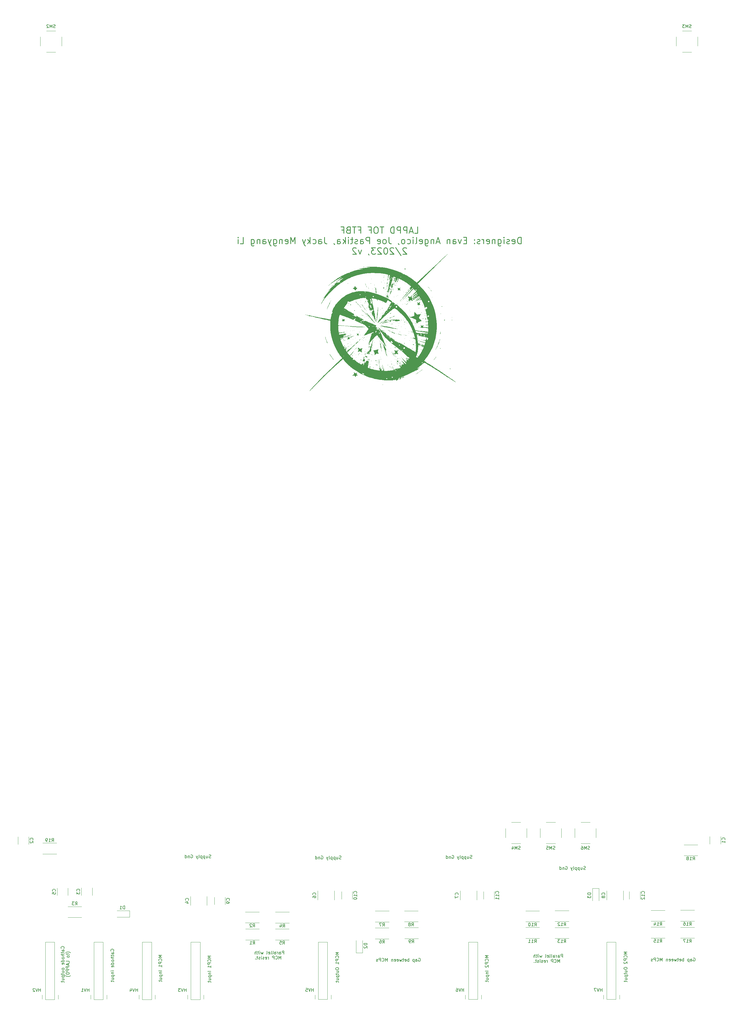
<source format=gbr>
G04 #@! TF.GenerationSoftware,KiCad,Pcbnew,(6.0.4-0)*
G04 #@! TF.CreationDate,2023-02-17T12:35:33-08:00*
G04 #@! TF.ProjectId,stripline_anode,73747269-706c-4696-9e65-5f616e6f6465,1a*
G04 #@! TF.SameCoordinates,Original*
G04 #@! TF.FileFunction,Legend,Bot*
G04 #@! TF.FilePolarity,Positive*
%FSLAX46Y46*%
G04 Gerber Fmt 4.6, Leading zero omitted, Abs format (unit mm)*
G04 Created by KiCad (PCBNEW (6.0.4-0)) date 2023-02-17 12:35:33*
%MOMM*%
%LPD*%
G01*
G04 APERTURE LIST*
%ADD10C,0.254000*%
%ADD11C,0.150000*%
%ADD12C,0.120000*%
G04 APERTURE END LIST*
D10*
X288797738Y-174418218D02*
X289765357Y-174418218D01*
X289765357Y-172386218D01*
X288217166Y-173837646D02*
X287249547Y-173837646D01*
X288410690Y-174418218D02*
X287733357Y-172386218D01*
X287056023Y-174418218D01*
X286378690Y-174418218D02*
X286378690Y-172386218D01*
X285604595Y-172386218D01*
X285411071Y-172482980D01*
X285314309Y-172579741D01*
X285217547Y-172773265D01*
X285217547Y-173063551D01*
X285314309Y-173257075D01*
X285411071Y-173353837D01*
X285604595Y-173450599D01*
X286378690Y-173450599D01*
X284346690Y-174418218D02*
X284346690Y-172386218D01*
X283572595Y-172386218D01*
X283379071Y-172482980D01*
X283282309Y-172579741D01*
X283185547Y-172773265D01*
X283185547Y-173063551D01*
X283282309Y-173257075D01*
X283379071Y-173353837D01*
X283572595Y-173450599D01*
X284346690Y-173450599D01*
X282314690Y-174418218D02*
X282314690Y-172386218D01*
X281830880Y-172386218D01*
X281540595Y-172482980D01*
X281347071Y-172676503D01*
X281250309Y-172870027D01*
X281153547Y-173257075D01*
X281153547Y-173547360D01*
X281250309Y-173934408D01*
X281347071Y-174127932D01*
X281540595Y-174321456D01*
X281830880Y-174418218D01*
X282314690Y-174418218D01*
X279024785Y-172386218D02*
X277863642Y-172386218D01*
X278444214Y-174418218D02*
X278444214Y-172386218D01*
X276799261Y-172386218D02*
X276412214Y-172386218D01*
X276218690Y-172482980D01*
X276025166Y-172676503D01*
X275928404Y-173063551D01*
X275928404Y-173740884D01*
X276025166Y-174127932D01*
X276218690Y-174321456D01*
X276412214Y-174418218D01*
X276799261Y-174418218D01*
X276992785Y-174321456D01*
X277186309Y-174127932D01*
X277283071Y-173740884D01*
X277283071Y-173063551D01*
X277186309Y-172676503D01*
X276992785Y-172482980D01*
X276799261Y-172386218D01*
X274380214Y-173353837D02*
X275057547Y-173353837D01*
X275057547Y-174418218D02*
X275057547Y-172386218D01*
X274089928Y-172386218D01*
X271090309Y-173353837D02*
X271767642Y-173353837D01*
X271767642Y-174418218D02*
X271767642Y-172386218D01*
X270800023Y-172386218D01*
X270316214Y-172386218D02*
X269155071Y-172386218D01*
X269735642Y-174418218D02*
X269735642Y-172386218D01*
X267800404Y-173353837D02*
X267510119Y-173450599D01*
X267413357Y-173547360D01*
X267316595Y-173740884D01*
X267316595Y-174031170D01*
X267413357Y-174224694D01*
X267510119Y-174321456D01*
X267703642Y-174418218D01*
X268477738Y-174418218D01*
X268477738Y-172386218D01*
X267800404Y-172386218D01*
X267606880Y-172482980D01*
X267510119Y-172579741D01*
X267413357Y-172773265D01*
X267413357Y-172966789D01*
X267510119Y-173160313D01*
X267606880Y-173257075D01*
X267800404Y-173353837D01*
X268477738Y-173353837D01*
X265768404Y-173353837D02*
X266445738Y-173353837D01*
X266445738Y-174418218D02*
X266445738Y-172386218D01*
X265478119Y-172386218D01*
X322374119Y-177689738D02*
X322374119Y-175657738D01*
X321890309Y-175657738D01*
X321600023Y-175754500D01*
X321406500Y-175948023D01*
X321309738Y-176141547D01*
X321212976Y-176528595D01*
X321212976Y-176818880D01*
X321309738Y-177205928D01*
X321406500Y-177399452D01*
X321600023Y-177592976D01*
X321890309Y-177689738D01*
X322374119Y-177689738D01*
X319568023Y-177592976D02*
X319761547Y-177689738D01*
X320148595Y-177689738D01*
X320342119Y-177592976D01*
X320438880Y-177399452D01*
X320438880Y-176625357D01*
X320342119Y-176431833D01*
X320148595Y-176335071D01*
X319761547Y-176335071D01*
X319568023Y-176431833D01*
X319471261Y-176625357D01*
X319471261Y-176818880D01*
X320438880Y-177012404D01*
X318697166Y-177592976D02*
X318503642Y-177689738D01*
X318116595Y-177689738D01*
X317923071Y-177592976D01*
X317826309Y-177399452D01*
X317826309Y-177302690D01*
X317923071Y-177109166D01*
X318116595Y-177012404D01*
X318406880Y-177012404D01*
X318600404Y-176915642D01*
X318697166Y-176722119D01*
X318697166Y-176625357D01*
X318600404Y-176431833D01*
X318406880Y-176335071D01*
X318116595Y-176335071D01*
X317923071Y-176431833D01*
X316955452Y-177689738D02*
X316955452Y-176335071D01*
X316955452Y-175657738D02*
X317052214Y-175754500D01*
X316955452Y-175851261D01*
X316858690Y-175754500D01*
X316955452Y-175657738D01*
X316955452Y-175851261D01*
X315116976Y-176335071D02*
X315116976Y-177980023D01*
X315213738Y-178173547D01*
X315310500Y-178270309D01*
X315504023Y-178367071D01*
X315794309Y-178367071D01*
X315987833Y-178270309D01*
X315116976Y-177592976D02*
X315310500Y-177689738D01*
X315697547Y-177689738D01*
X315891071Y-177592976D01*
X315987833Y-177496214D01*
X316084595Y-177302690D01*
X316084595Y-176722119D01*
X315987833Y-176528595D01*
X315891071Y-176431833D01*
X315697547Y-176335071D01*
X315310500Y-176335071D01*
X315116976Y-176431833D01*
X314149357Y-176335071D02*
X314149357Y-177689738D01*
X314149357Y-176528595D02*
X314052595Y-176431833D01*
X313859071Y-176335071D01*
X313568785Y-176335071D01*
X313375261Y-176431833D01*
X313278500Y-176625357D01*
X313278500Y-177689738D01*
X311536785Y-177592976D02*
X311730309Y-177689738D01*
X312117357Y-177689738D01*
X312310880Y-177592976D01*
X312407642Y-177399452D01*
X312407642Y-176625357D01*
X312310880Y-176431833D01*
X312117357Y-176335071D01*
X311730309Y-176335071D01*
X311536785Y-176431833D01*
X311440023Y-176625357D01*
X311440023Y-176818880D01*
X312407642Y-177012404D01*
X310569166Y-177689738D02*
X310569166Y-176335071D01*
X310569166Y-176722119D02*
X310472404Y-176528595D01*
X310375642Y-176431833D01*
X310182119Y-176335071D01*
X309988595Y-176335071D01*
X309408023Y-177592976D02*
X309214500Y-177689738D01*
X308827452Y-177689738D01*
X308633928Y-177592976D01*
X308537166Y-177399452D01*
X308537166Y-177302690D01*
X308633928Y-177109166D01*
X308827452Y-177012404D01*
X309117738Y-177012404D01*
X309311261Y-176915642D01*
X309408023Y-176722119D01*
X309408023Y-176625357D01*
X309311261Y-176431833D01*
X309117738Y-176335071D01*
X308827452Y-176335071D01*
X308633928Y-176431833D01*
X307666309Y-177496214D02*
X307569547Y-177592976D01*
X307666309Y-177689738D01*
X307763071Y-177592976D01*
X307666309Y-177496214D01*
X307666309Y-177689738D01*
X307666309Y-176431833D02*
X307569547Y-176528595D01*
X307666309Y-176625357D01*
X307763071Y-176528595D01*
X307666309Y-176431833D01*
X307666309Y-176625357D01*
X305150500Y-176625357D02*
X304473166Y-176625357D01*
X304182880Y-177689738D02*
X305150500Y-177689738D01*
X305150500Y-175657738D01*
X304182880Y-175657738D01*
X303505547Y-176335071D02*
X303021738Y-177689738D01*
X302537928Y-176335071D01*
X300892976Y-177689738D02*
X300892976Y-176625357D01*
X300989738Y-176431833D01*
X301183261Y-176335071D01*
X301570309Y-176335071D01*
X301763833Y-176431833D01*
X300892976Y-177592976D02*
X301086500Y-177689738D01*
X301570309Y-177689738D01*
X301763833Y-177592976D01*
X301860595Y-177399452D01*
X301860595Y-177205928D01*
X301763833Y-177012404D01*
X301570309Y-176915642D01*
X301086500Y-176915642D01*
X300892976Y-176818880D01*
X299925357Y-176335071D02*
X299925357Y-177689738D01*
X299925357Y-176528595D02*
X299828595Y-176431833D01*
X299635071Y-176335071D01*
X299344785Y-176335071D01*
X299151261Y-176431833D01*
X299054500Y-176625357D01*
X299054500Y-177689738D01*
X296635452Y-177109166D02*
X295667833Y-177109166D01*
X296828976Y-177689738D02*
X296151642Y-175657738D01*
X295474309Y-177689738D01*
X294796976Y-176335071D02*
X294796976Y-177689738D01*
X294796976Y-176528595D02*
X294700214Y-176431833D01*
X294506690Y-176335071D01*
X294216404Y-176335071D01*
X294022880Y-176431833D01*
X293926119Y-176625357D01*
X293926119Y-177689738D01*
X292087642Y-176335071D02*
X292087642Y-177980023D01*
X292184404Y-178173547D01*
X292281166Y-178270309D01*
X292474690Y-178367071D01*
X292764976Y-178367071D01*
X292958500Y-178270309D01*
X292087642Y-177592976D02*
X292281166Y-177689738D01*
X292668214Y-177689738D01*
X292861738Y-177592976D01*
X292958500Y-177496214D01*
X293055261Y-177302690D01*
X293055261Y-176722119D01*
X292958500Y-176528595D01*
X292861738Y-176431833D01*
X292668214Y-176335071D01*
X292281166Y-176335071D01*
X292087642Y-176431833D01*
X290345928Y-177592976D02*
X290539452Y-177689738D01*
X290926499Y-177689738D01*
X291120023Y-177592976D01*
X291216785Y-177399452D01*
X291216785Y-176625357D01*
X291120023Y-176431833D01*
X290926499Y-176335071D01*
X290539452Y-176335071D01*
X290345928Y-176431833D01*
X290249166Y-176625357D01*
X290249166Y-176818880D01*
X291216785Y-177012404D01*
X289088023Y-177689738D02*
X289281547Y-177592976D01*
X289378309Y-177399452D01*
X289378309Y-175657738D01*
X288313928Y-177689738D02*
X288313928Y-176335071D01*
X288313928Y-175657738D02*
X288410690Y-175754500D01*
X288313928Y-175851261D01*
X288217166Y-175754500D01*
X288313928Y-175657738D01*
X288313928Y-175851261D01*
X286475452Y-177592976D02*
X286668976Y-177689738D01*
X287056023Y-177689738D01*
X287249547Y-177592976D01*
X287346309Y-177496214D01*
X287443071Y-177302690D01*
X287443071Y-176722119D01*
X287346309Y-176528595D01*
X287249547Y-176431833D01*
X287056023Y-176335071D01*
X286668976Y-176335071D01*
X286475452Y-176431833D01*
X285314309Y-177689738D02*
X285507833Y-177592976D01*
X285604595Y-177496214D01*
X285701357Y-177302690D01*
X285701357Y-176722119D01*
X285604595Y-176528595D01*
X285507833Y-176431833D01*
X285314309Y-176335071D01*
X285024023Y-176335071D01*
X284830500Y-176431833D01*
X284733738Y-176528595D01*
X284636976Y-176722119D01*
X284636976Y-177302690D01*
X284733738Y-177496214D01*
X284830500Y-177592976D01*
X285024023Y-177689738D01*
X285314309Y-177689738D01*
X283669357Y-177592976D02*
X283669357Y-177689738D01*
X283766119Y-177883261D01*
X283862880Y-177980023D01*
X280669738Y-175657738D02*
X280669738Y-177109166D01*
X280766500Y-177399452D01*
X280960023Y-177592976D01*
X281250309Y-177689738D01*
X281443833Y-177689738D01*
X279411833Y-177689738D02*
X279605357Y-177592976D01*
X279702119Y-177496214D01*
X279798880Y-177302690D01*
X279798880Y-176722119D01*
X279702119Y-176528595D01*
X279605357Y-176431833D01*
X279411833Y-176335071D01*
X279121547Y-176335071D01*
X278928023Y-176431833D01*
X278831261Y-176528595D01*
X278734499Y-176722119D01*
X278734499Y-177302690D01*
X278831261Y-177496214D01*
X278928023Y-177592976D01*
X279121547Y-177689738D01*
X279411833Y-177689738D01*
X277089547Y-177592976D02*
X277283071Y-177689738D01*
X277670119Y-177689738D01*
X277863642Y-177592976D01*
X277960404Y-177399452D01*
X277960404Y-176625357D01*
X277863642Y-176431833D01*
X277670119Y-176335071D01*
X277283071Y-176335071D01*
X277089547Y-176431833D01*
X276992785Y-176625357D01*
X276992785Y-176818880D01*
X277960404Y-177012404D01*
X274573738Y-177689738D02*
X274573738Y-175657738D01*
X273799642Y-175657738D01*
X273606119Y-175754500D01*
X273509357Y-175851261D01*
X273412595Y-176044785D01*
X273412595Y-176335071D01*
X273509357Y-176528595D01*
X273606119Y-176625357D01*
X273799642Y-176722119D01*
X274573738Y-176722119D01*
X271670880Y-177689738D02*
X271670880Y-176625357D01*
X271767642Y-176431833D01*
X271961166Y-176335071D01*
X272348214Y-176335071D01*
X272541738Y-176431833D01*
X271670880Y-177592976D02*
X271864404Y-177689738D01*
X272348214Y-177689738D01*
X272541738Y-177592976D01*
X272638499Y-177399452D01*
X272638499Y-177205928D01*
X272541738Y-177012404D01*
X272348214Y-176915642D01*
X271864404Y-176915642D01*
X271670880Y-176818880D01*
X270800023Y-177592976D02*
X270606499Y-177689738D01*
X270219452Y-177689738D01*
X270025928Y-177592976D01*
X269929166Y-177399452D01*
X269929166Y-177302690D01*
X270025928Y-177109166D01*
X270219452Y-177012404D01*
X270509738Y-177012404D01*
X270703261Y-176915642D01*
X270800023Y-176722119D01*
X270800023Y-176625357D01*
X270703261Y-176431833D01*
X270509738Y-176335071D01*
X270219452Y-176335071D01*
X270025928Y-176431833D01*
X269348595Y-176335071D02*
X268574499Y-176335071D01*
X269058309Y-175657738D02*
X269058309Y-177399452D01*
X268961547Y-177592976D01*
X268768023Y-177689738D01*
X268574499Y-177689738D01*
X267897166Y-177689738D02*
X267897166Y-176335071D01*
X267897166Y-175657738D02*
X267993928Y-175754500D01*
X267897166Y-175851261D01*
X267800404Y-175754500D01*
X267897166Y-175657738D01*
X267897166Y-175851261D01*
X266929547Y-177689738D02*
X266929547Y-175657738D01*
X266736023Y-176915642D02*
X266155452Y-177689738D01*
X266155452Y-176335071D02*
X266929547Y-177109166D01*
X264413738Y-177689738D02*
X264413738Y-176625357D01*
X264510499Y-176431833D01*
X264704023Y-176335071D01*
X265091071Y-176335071D01*
X265284595Y-176431833D01*
X264413738Y-177592976D02*
X264607261Y-177689738D01*
X265091071Y-177689738D01*
X265284595Y-177592976D01*
X265381357Y-177399452D01*
X265381357Y-177205928D01*
X265284595Y-177012404D01*
X265091071Y-176915642D01*
X264607261Y-176915642D01*
X264413738Y-176818880D01*
X263349357Y-177592976D02*
X263349357Y-177689738D01*
X263446119Y-177883261D01*
X263542880Y-177980023D01*
X260349738Y-175657738D02*
X260349738Y-177109166D01*
X260446499Y-177399452D01*
X260640023Y-177592976D01*
X260930309Y-177689738D01*
X261123833Y-177689738D01*
X258511261Y-177689738D02*
X258511261Y-176625357D01*
X258608023Y-176431833D01*
X258801547Y-176335071D01*
X259188595Y-176335071D01*
X259382119Y-176431833D01*
X258511261Y-177592976D02*
X258704785Y-177689738D01*
X259188595Y-177689738D01*
X259382119Y-177592976D01*
X259478880Y-177399452D01*
X259478880Y-177205928D01*
X259382119Y-177012404D01*
X259188595Y-176915642D01*
X258704785Y-176915642D01*
X258511261Y-176818880D01*
X256672785Y-177592976D02*
X256866309Y-177689738D01*
X257253357Y-177689738D01*
X257446880Y-177592976D01*
X257543642Y-177496214D01*
X257640404Y-177302690D01*
X257640404Y-176722119D01*
X257543642Y-176528595D01*
X257446880Y-176431833D01*
X257253357Y-176335071D01*
X256866309Y-176335071D01*
X256672785Y-176431833D01*
X255801928Y-177689738D02*
X255801928Y-175657738D01*
X255608404Y-176915642D02*
X255027833Y-177689738D01*
X255027833Y-176335071D02*
X255801928Y-177109166D01*
X254350499Y-176335071D02*
X253866690Y-177689738D01*
X253382880Y-176335071D02*
X253866690Y-177689738D01*
X254060214Y-178173547D01*
X254156976Y-178270309D01*
X254350499Y-178367071D01*
X251060595Y-177689738D02*
X251060595Y-175657738D01*
X250383261Y-177109166D01*
X249705928Y-175657738D01*
X249705928Y-177689738D01*
X247964214Y-177592976D02*
X248157738Y-177689738D01*
X248544785Y-177689738D01*
X248738309Y-177592976D01*
X248835071Y-177399452D01*
X248835071Y-176625357D01*
X248738309Y-176431833D01*
X248544785Y-176335071D01*
X248157738Y-176335071D01*
X247964214Y-176431833D01*
X247867452Y-176625357D01*
X247867452Y-176818880D01*
X248835071Y-177012404D01*
X246996595Y-176335071D02*
X246996595Y-177689738D01*
X246996595Y-176528595D02*
X246899833Y-176431833D01*
X246706309Y-176335071D01*
X246416023Y-176335071D01*
X246222499Y-176431833D01*
X246125738Y-176625357D01*
X246125738Y-177689738D01*
X244287261Y-176335071D02*
X244287261Y-177980023D01*
X244384023Y-178173547D01*
X244480785Y-178270309D01*
X244674309Y-178367071D01*
X244964595Y-178367071D01*
X245158119Y-178270309D01*
X244287261Y-177592976D02*
X244480785Y-177689738D01*
X244867833Y-177689738D01*
X245061357Y-177592976D01*
X245158119Y-177496214D01*
X245254880Y-177302690D01*
X245254880Y-176722119D01*
X245158119Y-176528595D01*
X245061357Y-176431833D01*
X244867833Y-176335071D01*
X244480785Y-176335071D01*
X244287261Y-176431833D01*
X243513166Y-176335071D02*
X243029357Y-177689738D01*
X242545547Y-176335071D02*
X243029357Y-177689738D01*
X243222880Y-178173547D01*
X243319642Y-178270309D01*
X243513166Y-178367071D01*
X240900595Y-177689738D02*
X240900595Y-176625357D01*
X240997357Y-176431833D01*
X241190880Y-176335071D01*
X241577928Y-176335071D01*
X241771452Y-176431833D01*
X240900595Y-177592976D02*
X241094119Y-177689738D01*
X241577928Y-177689738D01*
X241771452Y-177592976D01*
X241868214Y-177399452D01*
X241868214Y-177205928D01*
X241771452Y-177012404D01*
X241577928Y-176915642D01*
X241094119Y-176915642D01*
X240900595Y-176818880D01*
X239932976Y-176335071D02*
X239932976Y-177689738D01*
X239932976Y-176528595D02*
X239836214Y-176431833D01*
X239642690Y-176335071D01*
X239352404Y-176335071D01*
X239158880Y-176431833D01*
X239062119Y-176625357D01*
X239062119Y-177689738D01*
X237223642Y-176335071D02*
X237223642Y-177980023D01*
X237320404Y-178173547D01*
X237417166Y-178270309D01*
X237610690Y-178367071D01*
X237900976Y-178367071D01*
X238094499Y-178270309D01*
X237223642Y-177592976D02*
X237417166Y-177689738D01*
X237804214Y-177689738D01*
X237997738Y-177592976D01*
X238094499Y-177496214D01*
X238191261Y-177302690D01*
X238191261Y-176722119D01*
X238094499Y-176528595D01*
X237997738Y-176431833D01*
X237804214Y-176335071D01*
X237417166Y-176335071D01*
X237223642Y-176431833D01*
X233740214Y-177689738D02*
X234707833Y-177689738D01*
X234707833Y-175657738D01*
X233062880Y-177689738D02*
X233062880Y-176335071D01*
X233062880Y-175657738D02*
X233159642Y-175754500D01*
X233062880Y-175851261D01*
X232966119Y-175754500D01*
X233062880Y-175657738D01*
X233062880Y-175851261D01*
X286233547Y-179122781D02*
X286136785Y-179026020D01*
X285943261Y-178929258D01*
X285459452Y-178929258D01*
X285265928Y-179026020D01*
X285169166Y-179122781D01*
X285072404Y-179316305D01*
X285072404Y-179509829D01*
X285169166Y-179800115D01*
X286330309Y-180961258D01*
X285072404Y-180961258D01*
X282750119Y-178832496D02*
X284491833Y-181445067D01*
X282169547Y-179122781D02*
X282072785Y-179026020D01*
X281879261Y-178929258D01*
X281395452Y-178929258D01*
X281201928Y-179026020D01*
X281105166Y-179122781D01*
X281008404Y-179316305D01*
X281008404Y-179509829D01*
X281105166Y-179800115D01*
X282266309Y-180961258D01*
X281008404Y-180961258D01*
X279750500Y-178929258D02*
X279556976Y-178929258D01*
X279363452Y-179026020D01*
X279266690Y-179122781D01*
X279169928Y-179316305D01*
X279073166Y-179703353D01*
X279073166Y-180187162D01*
X279169928Y-180574210D01*
X279266690Y-180767734D01*
X279363452Y-180864496D01*
X279556976Y-180961258D01*
X279750500Y-180961258D01*
X279944023Y-180864496D01*
X280040785Y-180767734D01*
X280137547Y-180574210D01*
X280234309Y-180187162D01*
X280234309Y-179703353D01*
X280137547Y-179316305D01*
X280040785Y-179122781D01*
X279944023Y-179026020D01*
X279750500Y-178929258D01*
X278299071Y-179122781D02*
X278202309Y-179026020D01*
X278008785Y-178929258D01*
X277524976Y-178929258D01*
X277331452Y-179026020D01*
X277234690Y-179122781D01*
X277137928Y-179316305D01*
X277137928Y-179509829D01*
X277234690Y-179800115D01*
X278395833Y-180961258D01*
X277137928Y-180961258D01*
X276460595Y-178929258D02*
X275202690Y-178929258D01*
X275880023Y-179703353D01*
X275589738Y-179703353D01*
X275396214Y-179800115D01*
X275299452Y-179896877D01*
X275202690Y-180090400D01*
X275202690Y-180574210D01*
X275299452Y-180767734D01*
X275396214Y-180864496D01*
X275589738Y-180961258D01*
X276170309Y-180961258D01*
X276363833Y-180864496D01*
X276460595Y-180767734D01*
X274235071Y-180864496D02*
X274235071Y-180961258D01*
X274331833Y-181154781D01*
X274428595Y-181251543D01*
X272009547Y-179606591D02*
X271525738Y-180961258D01*
X271041928Y-179606591D01*
X270364595Y-179122781D02*
X270267833Y-179026020D01*
X270074309Y-178929258D01*
X269590500Y-178929258D01*
X269396976Y-179026020D01*
X269300214Y-179122781D01*
X269203452Y-179316305D01*
X269203452Y-179509829D01*
X269300214Y-179800115D01*
X270461357Y-180961258D01*
X269203452Y-180961258D01*
D11*
X265614928Y-371625261D02*
X265472071Y-371672880D01*
X265233976Y-371672880D01*
X265138738Y-371625261D01*
X265091119Y-371577642D01*
X265043500Y-371482404D01*
X265043500Y-371387166D01*
X265091119Y-371291928D01*
X265138738Y-371244309D01*
X265233976Y-371196690D01*
X265424452Y-371149071D01*
X265519690Y-371101452D01*
X265567309Y-371053833D01*
X265614928Y-370958595D01*
X265614928Y-370863357D01*
X265567309Y-370768119D01*
X265519690Y-370720500D01*
X265424452Y-370672880D01*
X265186357Y-370672880D01*
X265043500Y-370720500D01*
X264186357Y-371006214D02*
X264186357Y-371672880D01*
X264614928Y-371006214D02*
X264614928Y-371530023D01*
X264567309Y-371625261D01*
X264472071Y-371672880D01*
X264329214Y-371672880D01*
X264233976Y-371625261D01*
X264186357Y-371577642D01*
X263710166Y-371006214D02*
X263710166Y-372006214D01*
X263710166Y-371053833D02*
X263614928Y-371006214D01*
X263424452Y-371006214D01*
X263329214Y-371053833D01*
X263281595Y-371101452D01*
X263233976Y-371196690D01*
X263233976Y-371482404D01*
X263281595Y-371577642D01*
X263329214Y-371625261D01*
X263424452Y-371672880D01*
X263614928Y-371672880D01*
X263710166Y-371625261D01*
X262805404Y-371006214D02*
X262805404Y-372006214D01*
X262805404Y-371053833D02*
X262710166Y-371006214D01*
X262519690Y-371006214D01*
X262424452Y-371053833D01*
X262376833Y-371101452D01*
X262329214Y-371196690D01*
X262329214Y-371482404D01*
X262376833Y-371577642D01*
X262424452Y-371625261D01*
X262519690Y-371672880D01*
X262710166Y-371672880D01*
X262805404Y-371625261D01*
X261757785Y-371672880D02*
X261853023Y-371625261D01*
X261900642Y-371530023D01*
X261900642Y-370672880D01*
X261472071Y-371006214D02*
X261233976Y-371672880D01*
X260995880Y-371006214D02*
X261233976Y-371672880D01*
X261329214Y-371910976D01*
X261376833Y-371958595D01*
X261472071Y-372006214D01*
X259329214Y-370720500D02*
X259424452Y-370672880D01*
X259567309Y-370672880D01*
X259710166Y-370720500D01*
X259805404Y-370815738D01*
X259853023Y-370910976D01*
X259900642Y-371101452D01*
X259900642Y-371244309D01*
X259853023Y-371434785D01*
X259805404Y-371530023D01*
X259710166Y-371625261D01*
X259567309Y-371672880D01*
X259472071Y-371672880D01*
X259329214Y-371625261D01*
X259281595Y-371577642D01*
X259281595Y-371244309D01*
X259472071Y-371244309D01*
X258853023Y-371006214D02*
X258853023Y-371672880D01*
X258853023Y-371101452D02*
X258805404Y-371053833D01*
X258710166Y-371006214D01*
X258567309Y-371006214D01*
X258472071Y-371053833D01*
X258424452Y-371149071D01*
X258424452Y-371672880D01*
X257519690Y-371672880D02*
X257519690Y-370672880D01*
X257519690Y-371625261D02*
X257614928Y-371672880D01*
X257805404Y-371672880D01*
X257900642Y-371625261D01*
X257948261Y-371577642D01*
X257995880Y-371482404D01*
X257995880Y-371196690D01*
X257948261Y-371101452D01*
X257900642Y-371053833D01*
X257805404Y-371006214D01*
X257614928Y-371006214D01*
X257519690Y-371053833D01*
X306914928Y-371425261D02*
X306772071Y-371472880D01*
X306533976Y-371472880D01*
X306438738Y-371425261D01*
X306391119Y-371377642D01*
X306343500Y-371282404D01*
X306343500Y-371187166D01*
X306391119Y-371091928D01*
X306438738Y-371044309D01*
X306533976Y-370996690D01*
X306724452Y-370949071D01*
X306819690Y-370901452D01*
X306867309Y-370853833D01*
X306914928Y-370758595D01*
X306914928Y-370663357D01*
X306867309Y-370568119D01*
X306819690Y-370520500D01*
X306724452Y-370472880D01*
X306486357Y-370472880D01*
X306343500Y-370520500D01*
X305486357Y-370806214D02*
X305486357Y-371472880D01*
X305914928Y-370806214D02*
X305914928Y-371330023D01*
X305867309Y-371425261D01*
X305772071Y-371472880D01*
X305629214Y-371472880D01*
X305533976Y-371425261D01*
X305486357Y-371377642D01*
X305010166Y-370806214D02*
X305010166Y-371806214D01*
X305010166Y-370853833D02*
X304914928Y-370806214D01*
X304724452Y-370806214D01*
X304629214Y-370853833D01*
X304581595Y-370901452D01*
X304533976Y-370996690D01*
X304533976Y-371282404D01*
X304581595Y-371377642D01*
X304629214Y-371425261D01*
X304724452Y-371472880D01*
X304914928Y-371472880D01*
X305010166Y-371425261D01*
X304105404Y-370806214D02*
X304105404Y-371806214D01*
X304105404Y-370853833D02*
X304010166Y-370806214D01*
X303819690Y-370806214D01*
X303724452Y-370853833D01*
X303676833Y-370901452D01*
X303629214Y-370996690D01*
X303629214Y-371282404D01*
X303676833Y-371377642D01*
X303724452Y-371425261D01*
X303819690Y-371472880D01*
X304010166Y-371472880D01*
X304105404Y-371425261D01*
X303057785Y-371472880D02*
X303153023Y-371425261D01*
X303200642Y-371330023D01*
X303200642Y-370472880D01*
X302772071Y-370806214D02*
X302533976Y-371472880D01*
X302295880Y-370806214D02*
X302533976Y-371472880D01*
X302629214Y-371710976D01*
X302676833Y-371758595D01*
X302772071Y-371806214D01*
X300629214Y-370520500D02*
X300724452Y-370472880D01*
X300867309Y-370472880D01*
X301010166Y-370520500D01*
X301105404Y-370615738D01*
X301153023Y-370710976D01*
X301200642Y-370901452D01*
X301200642Y-371044309D01*
X301153023Y-371234785D01*
X301105404Y-371330023D01*
X301010166Y-371425261D01*
X300867309Y-371472880D01*
X300772071Y-371472880D01*
X300629214Y-371425261D01*
X300581595Y-371377642D01*
X300581595Y-371044309D01*
X300772071Y-371044309D01*
X300153023Y-370806214D02*
X300153023Y-371472880D01*
X300153023Y-370901452D02*
X300105404Y-370853833D01*
X300010166Y-370806214D01*
X299867309Y-370806214D01*
X299772071Y-370853833D01*
X299724452Y-370949071D01*
X299724452Y-371472880D01*
X298819690Y-371472880D02*
X298819690Y-370472880D01*
X298819690Y-371425261D02*
X298914928Y-371472880D01*
X299105404Y-371472880D01*
X299200642Y-371425261D01*
X299248261Y-371377642D01*
X299295880Y-371282404D01*
X299295880Y-370996690D01*
X299248261Y-370901452D01*
X299200642Y-370853833D01*
X299105404Y-370806214D01*
X298914928Y-370806214D01*
X298819690Y-370853833D01*
X193825642Y-400669309D02*
X193873261Y-400621690D01*
X193920880Y-400478833D01*
X193920880Y-400383595D01*
X193873261Y-400240738D01*
X193778023Y-400145500D01*
X193682785Y-400097880D01*
X193492309Y-400050261D01*
X193349452Y-400050261D01*
X193158976Y-400097880D01*
X193063738Y-400145500D01*
X192968500Y-400240738D01*
X192920880Y-400383595D01*
X192920880Y-400478833D01*
X192968500Y-400621690D01*
X193016119Y-400669309D01*
X193920880Y-401526452D02*
X193397071Y-401526452D01*
X193301833Y-401478833D01*
X193254214Y-401383595D01*
X193254214Y-401193119D01*
X193301833Y-401097880D01*
X193873261Y-401526452D02*
X193920880Y-401431214D01*
X193920880Y-401193119D01*
X193873261Y-401097880D01*
X193778023Y-401050261D01*
X193682785Y-401050261D01*
X193587547Y-401097880D01*
X193539928Y-401193119D01*
X193539928Y-401431214D01*
X193492309Y-401526452D01*
X193254214Y-401859785D02*
X193254214Y-402240738D01*
X192920880Y-402002642D02*
X193778023Y-402002642D01*
X193873261Y-402050261D01*
X193920880Y-402145500D01*
X193920880Y-402240738D01*
X193920880Y-402574071D02*
X192920880Y-402574071D01*
X193920880Y-403002642D02*
X193397071Y-403002642D01*
X193301833Y-402955023D01*
X193254214Y-402859785D01*
X193254214Y-402716928D01*
X193301833Y-402621690D01*
X193349452Y-402574071D01*
X193920880Y-403621690D02*
X193873261Y-403526452D01*
X193825642Y-403478833D01*
X193730404Y-403431214D01*
X193444690Y-403431214D01*
X193349452Y-403478833D01*
X193301833Y-403526452D01*
X193254214Y-403621690D01*
X193254214Y-403764547D01*
X193301833Y-403859785D01*
X193349452Y-403907404D01*
X193444690Y-403955023D01*
X193730404Y-403955023D01*
X193825642Y-403907404D01*
X193873261Y-403859785D01*
X193920880Y-403764547D01*
X193920880Y-403621690D01*
X193920880Y-404812166D02*
X192920880Y-404812166D01*
X193873261Y-404812166D02*
X193920880Y-404716928D01*
X193920880Y-404526452D01*
X193873261Y-404431214D01*
X193825642Y-404383595D01*
X193730404Y-404335976D01*
X193444690Y-404335976D01*
X193349452Y-404383595D01*
X193301833Y-404431214D01*
X193254214Y-404526452D01*
X193254214Y-404716928D01*
X193301833Y-404812166D01*
X193873261Y-405669309D02*
X193920880Y-405574071D01*
X193920880Y-405383595D01*
X193873261Y-405288357D01*
X193778023Y-405240738D01*
X193397071Y-405240738D01*
X193301833Y-405288357D01*
X193254214Y-405383595D01*
X193254214Y-405574071D01*
X193301833Y-405669309D01*
X193397071Y-405716928D01*
X193492309Y-405716928D01*
X193587547Y-405240738D01*
X193920880Y-406907404D02*
X193254214Y-406907404D01*
X192920880Y-406907404D02*
X192968500Y-406859785D01*
X193016119Y-406907404D01*
X192968500Y-406955023D01*
X192920880Y-406907404D01*
X193016119Y-406907404D01*
X193254214Y-407383595D02*
X193920880Y-407383595D01*
X193349452Y-407383595D02*
X193301833Y-407431214D01*
X193254214Y-407526452D01*
X193254214Y-407669309D01*
X193301833Y-407764547D01*
X193397071Y-407812166D01*
X193920880Y-407812166D01*
X193254214Y-408288357D02*
X194254214Y-408288357D01*
X193301833Y-408288357D02*
X193254214Y-408383595D01*
X193254214Y-408574071D01*
X193301833Y-408669309D01*
X193349452Y-408716928D01*
X193444690Y-408764547D01*
X193730404Y-408764547D01*
X193825642Y-408716928D01*
X193873261Y-408669309D01*
X193920880Y-408574071D01*
X193920880Y-408383595D01*
X193873261Y-408288357D01*
X193254214Y-409621690D02*
X193920880Y-409621690D01*
X193254214Y-409193119D02*
X193778023Y-409193119D01*
X193873261Y-409240738D01*
X193920880Y-409335976D01*
X193920880Y-409478833D01*
X193873261Y-409574071D01*
X193825642Y-409621690D01*
X193254214Y-409955023D02*
X193254214Y-410335976D01*
X192920880Y-410097880D02*
X193778023Y-410097880D01*
X193873261Y-410145500D01*
X193920880Y-410240738D01*
X193920880Y-410335976D01*
X224514928Y-371250261D02*
X224372071Y-371297880D01*
X224133976Y-371297880D01*
X224038738Y-371250261D01*
X223991119Y-371202642D01*
X223943500Y-371107404D01*
X223943500Y-371012166D01*
X223991119Y-370916928D01*
X224038738Y-370869309D01*
X224133976Y-370821690D01*
X224324452Y-370774071D01*
X224419690Y-370726452D01*
X224467309Y-370678833D01*
X224514928Y-370583595D01*
X224514928Y-370488357D01*
X224467309Y-370393119D01*
X224419690Y-370345500D01*
X224324452Y-370297880D01*
X224086357Y-370297880D01*
X223943500Y-370345500D01*
X223086357Y-370631214D02*
X223086357Y-371297880D01*
X223514928Y-370631214D02*
X223514928Y-371155023D01*
X223467309Y-371250261D01*
X223372071Y-371297880D01*
X223229214Y-371297880D01*
X223133976Y-371250261D01*
X223086357Y-371202642D01*
X222610166Y-370631214D02*
X222610166Y-371631214D01*
X222610166Y-370678833D02*
X222514928Y-370631214D01*
X222324452Y-370631214D01*
X222229214Y-370678833D01*
X222181595Y-370726452D01*
X222133976Y-370821690D01*
X222133976Y-371107404D01*
X222181595Y-371202642D01*
X222229214Y-371250261D01*
X222324452Y-371297880D01*
X222514928Y-371297880D01*
X222610166Y-371250261D01*
X221705404Y-370631214D02*
X221705404Y-371631214D01*
X221705404Y-370678833D02*
X221610166Y-370631214D01*
X221419690Y-370631214D01*
X221324452Y-370678833D01*
X221276833Y-370726452D01*
X221229214Y-370821690D01*
X221229214Y-371107404D01*
X221276833Y-371202642D01*
X221324452Y-371250261D01*
X221419690Y-371297880D01*
X221610166Y-371297880D01*
X221705404Y-371250261D01*
X220657785Y-371297880D02*
X220753023Y-371250261D01*
X220800642Y-371155023D01*
X220800642Y-370297880D01*
X220372071Y-370631214D02*
X220133976Y-371297880D01*
X219895880Y-370631214D02*
X220133976Y-371297880D01*
X220229214Y-371535976D01*
X220276833Y-371583595D01*
X220372071Y-371631214D01*
X218229214Y-370345500D02*
X218324452Y-370297880D01*
X218467309Y-370297880D01*
X218610166Y-370345500D01*
X218705404Y-370440738D01*
X218753023Y-370535976D01*
X218800642Y-370726452D01*
X218800642Y-370869309D01*
X218753023Y-371059785D01*
X218705404Y-371155023D01*
X218610166Y-371250261D01*
X218467309Y-371297880D01*
X218372071Y-371297880D01*
X218229214Y-371250261D01*
X218181595Y-371202642D01*
X218181595Y-370869309D01*
X218372071Y-370869309D01*
X217753023Y-370631214D02*
X217753023Y-371297880D01*
X217753023Y-370726452D02*
X217705404Y-370678833D01*
X217610166Y-370631214D01*
X217467309Y-370631214D01*
X217372071Y-370678833D01*
X217324452Y-370774071D01*
X217324452Y-371297880D01*
X216419690Y-371297880D02*
X216419690Y-370297880D01*
X216419690Y-371250261D02*
X216514928Y-371297880D01*
X216705404Y-371297880D01*
X216800642Y-371250261D01*
X216848261Y-371202642D01*
X216895880Y-371107404D01*
X216895880Y-370821690D01*
X216848261Y-370726452D01*
X216800642Y-370678833D01*
X216705404Y-370631214D01*
X216514928Y-370631214D01*
X216419690Y-370678833D01*
X376774452Y-402870500D02*
X376869690Y-402822880D01*
X377012547Y-402822880D01*
X377155404Y-402870500D01*
X377250642Y-402965738D01*
X377298261Y-403060976D01*
X377345880Y-403251452D01*
X377345880Y-403394309D01*
X377298261Y-403584785D01*
X377250642Y-403680023D01*
X377155404Y-403775261D01*
X377012547Y-403822880D01*
X376917309Y-403822880D01*
X376774452Y-403775261D01*
X376726833Y-403727642D01*
X376726833Y-403394309D01*
X376917309Y-403394309D01*
X375869690Y-403822880D02*
X375869690Y-403299071D01*
X375917309Y-403203833D01*
X376012547Y-403156214D01*
X376203023Y-403156214D01*
X376298261Y-403203833D01*
X375869690Y-403775261D02*
X375964928Y-403822880D01*
X376203023Y-403822880D01*
X376298261Y-403775261D01*
X376345880Y-403680023D01*
X376345880Y-403584785D01*
X376298261Y-403489547D01*
X376203023Y-403441928D01*
X375964928Y-403441928D01*
X375869690Y-403394309D01*
X375393500Y-403156214D02*
X375393500Y-404156214D01*
X375393500Y-403203833D02*
X375298261Y-403156214D01*
X375107785Y-403156214D01*
X375012547Y-403203833D01*
X374964928Y-403251452D01*
X374917309Y-403346690D01*
X374917309Y-403632404D01*
X374964928Y-403727642D01*
X375012547Y-403775261D01*
X375107785Y-403822880D01*
X375298261Y-403822880D01*
X375393500Y-403775261D01*
X373726833Y-403822880D02*
X373726833Y-402822880D01*
X373726833Y-403203833D02*
X373631595Y-403156214D01*
X373441119Y-403156214D01*
X373345880Y-403203833D01*
X373298261Y-403251452D01*
X373250642Y-403346690D01*
X373250642Y-403632404D01*
X373298261Y-403727642D01*
X373345880Y-403775261D01*
X373441119Y-403822880D01*
X373631595Y-403822880D01*
X373726833Y-403775261D01*
X372441119Y-403775261D02*
X372536357Y-403822880D01*
X372726833Y-403822880D01*
X372822071Y-403775261D01*
X372869690Y-403680023D01*
X372869690Y-403299071D01*
X372822071Y-403203833D01*
X372726833Y-403156214D01*
X372536357Y-403156214D01*
X372441119Y-403203833D01*
X372393500Y-403299071D01*
X372393500Y-403394309D01*
X372869690Y-403489547D01*
X372107785Y-403156214D02*
X371726833Y-403156214D01*
X371964928Y-402822880D02*
X371964928Y-403680023D01*
X371917309Y-403775261D01*
X371822071Y-403822880D01*
X371726833Y-403822880D01*
X371488738Y-403156214D02*
X371298261Y-403822880D01*
X371107785Y-403346690D01*
X370917309Y-403822880D01*
X370726833Y-403156214D01*
X369964928Y-403775261D02*
X370060166Y-403822880D01*
X370250642Y-403822880D01*
X370345880Y-403775261D01*
X370393500Y-403680023D01*
X370393500Y-403299071D01*
X370345880Y-403203833D01*
X370250642Y-403156214D01*
X370060166Y-403156214D01*
X369964928Y-403203833D01*
X369917309Y-403299071D01*
X369917309Y-403394309D01*
X370393500Y-403489547D01*
X369107785Y-403775261D02*
X369203023Y-403822880D01*
X369393500Y-403822880D01*
X369488738Y-403775261D01*
X369536357Y-403680023D01*
X369536357Y-403299071D01*
X369488738Y-403203833D01*
X369393500Y-403156214D01*
X369203023Y-403156214D01*
X369107785Y-403203833D01*
X369060166Y-403299071D01*
X369060166Y-403394309D01*
X369536357Y-403489547D01*
X368631595Y-403156214D02*
X368631595Y-403822880D01*
X368631595Y-403251452D02*
X368583976Y-403203833D01*
X368488738Y-403156214D01*
X368345880Y-403156214D01*
X368250642Y-403203833D01*
X368203023Y-403299071D01*
X368203023Y-403822880D01*
X366964928Y-403822880D02*
X366964928Y-402822880D01*
X366631595Y-403537166D01*
X366298261Y-402822880D01*
X366298261Y-403822880D01*
X365250642Y-403727642D02*
X365298261Y-403775261D01*
X365441119Y-403822880D01*
X365536357Y-403822880D01*
X365679214Y-403775261D01*
X365774452Y-403680023D01*
X365822071Y-403584785D01*
X365869690Y-403394309D01*
X365869690Y-403251452D01*
X365822071Y-403060976D01*
X365774452Y-402965738D01*
X365679214Y-402870500D01*
X365536357Y-402822880D01*
X365441119Y-402822880D01*
X365298261Y-402870500D01*
X365250642Y-402918119D01*
X364822071Y-403822880D02*
X364822071Y-402822880D01*
X364441119Y-402822880D01*
X364345880Y-402870500D01*
X364298261Y-402918119D01*
X364250642Y-403013357D01*
X364250642Y-403156214D01*
X364298261Y-403251452D01*
X364345880Y-403299071D01*
X364441119Y-403346690D01*
X364822071Y-403346690D01*
X363869690Y-403775261D02*
X363774452Y-403822880D01*
X363583976Y-403822880D01*
X363488738Y-403775261D01*
X363441119Y-403680023D01*
X363441119Y-403632404D01*
X363488738Y-403537166D01*
X363583976Y-403489547D01*
X363726833Y-403489547D01*
X363822071Y-403441928D01*
X363869690Y-403346690D01*
X363869690Y-403299071D01*
X363822071Y-403203833D01*
X363726833Y-403156214D01*
X363583976Y-403156214D01*
X363488738Y-403203833D01*
X247595880Y-401592880D02*
X247595880Y-400592880D01*
X247214928Y-400592880D01*
X247119690Y-400640500D01*
X247072071Y-400688119D01*
X247024452Y-400783357D01*
X247024452Y-400926214D01*
X247072071Y-401021452D01*
X247119690Y-401069071D01*
X247214928Y-401116690D01*
X247595880Y-401116690D01*
X246167309Y-401592880D02*
X246167309Y-401069071D01*
X246214928Y-400973833D01*
X246310166Y-400926214D01*
X246500642Y-400926214D01*
X246595880Y-400973833D01*
X246167309Y-401545261D02*
X246262547Y-401592880D01*
X246500642Y-401592880D01*
X246595880Y-401545261D01*
X246643500Y-401450023D01*
X246643500Y-401354785D01*
X246595880Y-401259547D01*
X246500642Y-401211928D01*
X246262547Y-401211928D01*
X246167309Y-401164309D01*
X245691119Y-401592880D02*
X245691119Y-400926214D01*
X245691119Y-401116690D02*
X245643500Y-401021452D01*
X245595880Y-400973833D01*
X245500642Y-400926214D01*
X245405404Y-400926214D01*
X244643500Y-401592880D02*
X244643500Y-401069071D01*
X244691119Y-400973833D01*
X244786357Y-400926214D01*
X244976833Y-400926214D01*
X245072071Y-400973833D01*
X244643500Y-401545261D02*
X244738738Y-401592880D01*
X244976833Y-401592880D01*
X245072071Y-401545261D01*
X245119690Y-401450023D01*
X245119690Y-401354785D01*
X245072071Y-401259547D01*
X244976833Y-401211928D01*
X244738738Y-401211928D01*
X244643500Y-401164309D01*
X244024452Y-401592880D02*
X244119690Y-401545261D01*
X244167309Y-401450023D01*
X244167309Y-400592880D01*
X243500642Y-401592880D02*
X243595880Y-401545261D01*
X243643500Y-401450023D01*
X243643500Y-400592880D01*
X242738738Y-401545261D02*
X242833976Y-401592880D01*
X243024452Y-401592880D01*
X243119690Y-401545261D01*
X243167309Y-401450023D01*
X243167309Y-401069071D01*
X243119690Y-400973833D01*
X243024452Y-400926214D01*
X242833976Y-400926214D01*
X242738738Y-400973833D01*
X242691119Y-401069071D01*
X242691119Y-401164309D01*
X243167309Y-401259547D01*
X242119690Y-401592880D02*
X242214928Y-401545261D01*
X242262547Y-401450023D01*
X242262547Y-400592880D01*
X241072071Y-400926214D02*
X240881595Y-401592880D01*
X240691119Y-401116690D01*
X240500642Y-401592880D01*
X240310166Y-400926214D01*
X239929214Y-401592880D02*
X239929214Y-400926214D01*
X239929214Y-400592880D02*
X239976833Y-400640500D01*
X239929214Y-400688119D01*
X239881595Y-400640500D01*
X239929214Y-400592880D01*
X239929214Y-400688119D01*
X239595880Y-400926214D02*
X239214928Y-400926214D01*
X239453023Y-400592880D02*
X239453023Y-401450023D01*
X239405404Y-401545261D01*
X239310166Y-401592880D01*
X239214928Y-401592880D01*
X238881595Y-401592880D02*
X238881595Y-400592880D01*
X238453023Y-401592880D02*
X238453023Y-401069071D01*
X238500642Y-400973833D01*
X238595880Y-400926214D01*
X238738738Y-400926214D01*
X238833976Y-400973833D01*
X238881595Y-401021452D01*
X246667309Y-403202880D02*
X246667309Y-402202880D01*
X246333976Y-402917166D01*
X246000642Y-402202880D01*
X246000642Y-403202880D01*
X244953023Y-403107642D02*
X245000642Y-403155261D01*
X245143500Y-403202880D01*
X245238738Y-403202880D01*
X245381595Y-403155261D01*
X245476833Y-403060023D01*
X245524452Y-402964785D01*
X245572071Y-402774309D01*
X245572071Y-402631452D01*
X245524452Y-402440976D01*
X245476833Y-402345738D01*
X245381595Y-402250500D01*
X245238738Y-402202880D01*
X245143500Y-402202880D01*
X245000642Y-402250500D01*
X244953023Y-402298119D01*
X244524452Y-403202880D02*
X244524452Y-402202880D01*
X244143500Y-402202880D01*
X244048261Y-402250500D01*
X244000642Y-402298119D01*
X243953023Y-402393357D01*
X243953023Y-402536214D01*
X244000642Y-402631452D01*
X244048261Y-402679071D01*
X244143500Y-402726690D01*
X244524452Y-402726690D01*
X242762547Y-403202880D02*
X242762547Y-402536214D01*
X242762547Y-402726690D02*
X242714928Y-402631452D01*
X242667309Y-402583833D01*
X242572071Y-402536214D01*
X242476833Y-402536214D01*
X241762547Y-403155261D02*
X241857785Y-403202880D01*
X242048261Y-403202880D01*
X242143500Y-403155261D01*
X242191119Y-403060023D01*
X242191119Y-402679071D01*
X242143500Y-402583833D01*
X242048261Y-402536214D01*
X241857785Y-402536214D01*
X241762547Y-402583833D01*
X241714928Y-402679071D01*
X241714928Y-402774309D01*
X242191119Y-402869547D01*
X241333976Y-403155261D02*
X241238738Y-403202880D01*
X241048261Y-403202880D01*
X240953023Y-403155261D01*
X240905404Y-403060023D01*
X240905404Y-403012404D01*
X240953023Y-402917166D01*
X241048261Y-402869547D01*
X241191119Y-402869547D01*
X241286357Y-402821928D01*
X241333976Y-402726690D01*
X241333976Y-402679071D01*
X241286357Y-402583833D01*
X241191119Y-402536214D01*
X241048261Y-402536214D01*
X240953023Y-402583833D01*
X240476833Y-403202880D02*
X240476833Y-402536214D01*
X240476833Y-402202880D02*
X240524452Y-402250500D01*
X240476833Y-402298119D01*
X240429214Y-402250500D01*
X240476833Y-402202880D01*
X240476833Y-402298119D01*
X240048261Y-403155261D02*
X239953023Y-403202880D01*
X239762547Y-403202880D01*
X239667309Y-403155261D01*
X239619690Y-403060023D01*
X239619690Y-403012404D01*
X239667309Y-402917166D01*
X239762547Y-402869547D01*
X239905404Y-402869547D01*
X240000642Y-402821928D01*
X240048261Y-402726690D01*
X240048261Y-402679071D01*
X240000642Y-402583833D01*
X239905404Y-402536214D01*
X239762547Y-402536214D01*
X239667309Y-402583833D01*
X239333976Y-402536214D02*
X238953023Y-402536214D01*
X239191119Y-402202880D02*
X239191119Y-403060023D01*
X239143500Y-403155261D01*
X239048261Y-403202880D01*
X238953023Y-403202880D01*
X238619690Y-403107642D02*
X238572071Y-403155261D01*
X238619690Y-403202880D01*
X238667309Y-403155261D01*
X238619690Y-403107642D01*
X238619690Y-403202880D01*
X342714928Y-374925261D02*
X342572071Y-374972880D01*
X342333976Y-374972880D01*
X342238738Y-374925261D01*
X342191119Y-374877642D01*
X342143500Y-374782404D01*
X342143500Y-374687166D01*
X342191119Y-374591928D01*
X342238738Y-374544309D01*
X342333976Y-374496690D01*
X342524452Y-374449071D01*
X342619690Y-374401452D01*
X342667309Y-374353833D01*
X342714928Y-374258595D01*
X342714928Y-374163357D01*
X342667309Y-374068119D01*
X342619690Y-374020500D01*
X342524452Y-373972880D01*
X342286357Y-373972880D01*
X342143500Y-374020500D01*
X341286357Y-374306214D02*
X341286357Y-374972880D01*
X341714928Y-374306214D02*
X341714928Y-374830023D01*
X341667309Y-374925261D01*
X341572071Y-374972880D01*
X341429214Y-374972880D01*
X341333976Y-374925261D01*
X341286357Y-374877642D01*
X340810166Y-374306214D02*
X340810166Y-375306214D01*
X340810166Y-374353833D02*
X340714928Y-374306214D01*
X340524452Y-374306214D01*
X340429214Y-374353833D01*
X340381595Y-374401452D01*
X340333976Y-374496690D01*
X340333976Y-374782404D01*
X340381595Y-374877642D01*
X340429214Y-374925261D01*
X340524452Y-374972880D01*
X340714928Y-374972880D01*
X340810166Y-374925261D01*
X339905404Y-374306214D02*
X339905404Y-375306214D01*
X339905404Y-374353833D02*
X339810166Y-374306214D01*
X339619690Y-374306214D01*
X339524452Y-374353833D01*
X339476833Y-374401452D01*
X339429214Y-374496690D01*
X339429214Y-374782404D01*
X339476833Y-374877642D01*
X339524452Y-374925261D01*
X339619690Y-374972880D01*
X339810166Y-374972880D01*
X339905404Y-374925261D01*
X338857785Y-374972880D02*
X338953023Y-374925261D01*
X339000642Y-374830023D01*
X339000642Y-373972880D01*
X338572071Y-374306214D02*
X338333976Y-374972880D01*
X338095880Y-374306214D02*
X338333976Y-374972880D01*
X338429214Y-375210976D01*
X338476833Y-375258595D01*
X338572071Y-375306214D01*
X336429214Y-374020500D02*
X336524452Y-373972880D01*
X336667309Y-373972880D01*
X336810166Y-374020500D01*
X336905404Y-374115738D01*
X336953023Y-374210976D01*
X337000642Y-374401452D01*
X337000642Y-374544309D01*
X336953023Y-374734785D01*
X336905404Y-374830023D01*
X336810166Y-374925261D01*
X336667309Y-374972880D01*
X336572071Y-374972880D01*
X336429214Y-374925261D01*
X336381595Y-374877642D01*
X336381595Y-374544309D01*
X336572071Y-374544309D01*
X335953023Y-374306214D02*
X335953023Y-374972880D01*
X335953023Y-374401452D02*
X335905404Y-374353833D01*
X335810166Y-374306214D01*
X335667309Y-374306214D01*
X335572071Y-374353833D01*
X335524452Y-374449071D01*
X335524452Y-374972880D01*
X334619690Y-374972880D02*
X334619690Y-373972880D01*
X334619690Y-374925261D02*
X334714928Y-374972880D01*
X334905404Y-374972880D01*
X335000642Y-374925261D01*
X335048261Y-374877642D01*
X335095880Y-374782404D01*
X335095880Y-374496690D01*
X335048261Y-374401452D01*
X335000642Y-374353833D01*
X334905404Y-374306214D01*
X334714928Y-374306214D01*
X334619690Y-374353833D01*
X290074452Y-402945500D02*
X290169690Y-402897880D01*
X290312547Y-402897880D01*
X290455404Y-402945500D01*
X290550642Y-403040738D01*
X290598261Y-403135976D01*
X290645880Y-403326452D01*
X290645880Y-403469309D01*
X290598261Y-403659785D01*
X290550642Y-403755023D01*
X290455404Y-403850261D01*
X290312547Y-403897880D01*
X290217309Y-403897880D01*
X290074452Y-403850261D01*
X290026833Y-403802642D01*
X290026833Y-403469309D01*
X290217309Y-403469309D01*
X289169690Y-403897880D02*
X289169690Y-403374071D01*
X289217309Y-403278833D01*
X289312547Y-403231214D01*
X289503023Y-403231214D01*
X289598261Y-403278833D01*
X289169690Y-403850261D02*
X289264928Y-403897880D01*
X289503023Y-403897880D01*
X289598261Y-403850261D01*
X289645880Y-403755023D01*
X289645880Y-403659785D01*
X289598261Y-403564547D01*
X289503023Y-403516928D01*
X289264928Y-403516928D01*
X289169690Y-403469309D01*
X288693500Y-403231214D02*
X288693500Y-404231214D01*
X288693500Y-403278833D02*
X288598261Y-403231214D01*
X288407785Y-403231214D01*
X288312547Y-403278833D01*
X288264928Y-403326452D01*
X288217309Y-403421690D01*
X288217309Y-403707404D01*
X288264928Y-403802642D01*
X288312547Y-403850261D01*
X288407785Y-403897880D01*
X288598261Y-403897880D01*
X288693500Y-403850261D01*
X287026833Y-403897880D02*
X287026833Y-402897880D01*
X287026833Y-403278833D02*
X286931595Y-403231214D01*
X286741119Y-403231214D01*
X286645880Y-403278833D01*
X286598261Y-403326452D01*
X286550642Y-403421690D01*
X286550642Y-403707404D01*
X286598261Y-403802642D01*
X286645880Y-403850261D01*
X286741119Y-403897880D01*
X286931595Y-403897880D01*
X287026833Y-403850261D01*
X285741119Y-403850261D02*
X285836357Y-403897880D01*
X286026833Y-403897880D01*
X286122071Y-403850261D01*
X286169690Y-403755023D01*
X286169690Y-403374071D01*
X286122071Y-403278833D01*
X286026833Y-403231214D01*
X285836357Y-403231214D01*
X285741119Y-403278833D01*
X285693500Y-403374071D01*
X285693500Y-403469309D01*
X286169690Y-403564547D01*
X285407785Y-403231214D02*
X285026833Y-403231214D01*
X285264928Y-402897880D02*
X285264928Y-403755023D01*
X285217309Y-403850261D01*
X285122071Y-403897880D01*
X285026833Y-403897880D01*
X284788738Y-403231214D02*
X284598261Y-403897880D01*
X284407785Y-403421690D01*
X284217309Y-403897880D01*
X284026833Y-403231214D01*
X283264928Y-403850261D02*
X283360166Y-403897880D01*
X283550642Y-403897880D01*
X283645880Y-403850261D01*
X283693500Y-403755023D01*
X283693500Y-403374071D01*
X283645880Y-403278833D01*
X283550642Y-403231214D01*
X283360166Y-403231214D01*
X283264928Y-403278833D01*
X283217309Y-403374071D01*
X283217309Y-403469309D01*
X283693500Y-403564547D01*
X282407785Y-403850261D02*
X282503023Y-403897880D01*
X282693500Y-403897880D01*
X282788738Y-403850261D01*
X282836357Y-403755023D01*
X282836357Y-403374071D01*
X282788738Y-403278833D01*
X282693500Y-403231214D01*
X282503023Y-403231214D01*
X282407785Y-403278833D01*
X282360166Y-403374071D01*
X282360166Y-403469309D01*
X282836357Y-403564547D01*
X281931595Y-403231214D02*
X281931595Y-403897880D01*
X281931595Y-403326452D02*
X281883976Y-403278833D01*
X281788738Y-403231214D01*
X281645880Y-403231214D01*
X281550642Y-403278833D01*
X281503023Y-403374071D01*
X281503023Y-403897880D01*
X280264928Y-403897880D02*
X280264928Y-402897880D01*
X279931595Y-403612166D01*
X279598261Y-402897880D01*
X279598261Y-403897880D01*
X278550642Y-403802642D02*
X278598261Y-403850261D01*
X278741119Y-403897880D01*
X278836357Y-403897880D01*
X278979214Y-403850261D01*
X279074452Y-403755023D01*
X279122071Y-403659785D01*
X279169690Y-403469309D01*
X279169690Y-403326452D01*
X279122071Y-403135976D01*
X279074452Y-403040738D01*
X278979214Y-402945500D01*
X278836357Y-402897880D01*
X278741119Y-402897880D01*
X278598261Y-402945500D01*
X278550642Y-402993119D01*
X278122071Y-403897880D02*
X278122071Y-402897880D01*
X277741119Y-402897880D01*
X277645880Y-402945500D01*
X277598261Y-402993119D01*
X277550642Y-403088357D01*
X277550642Y-403231214D01*
X277598261Y-403326452D01*
X277645880Y-403374071D01*
X277741119Y-403421690D01*
X278122071Y-403421690D01*
X277169690Y-403850261D02*
X277074452Y-403897880D01*
X276883976Y-403897880D01*
X276788738Y-403850261D01*
X276741119Y-403755023D01*
X276741119Y-403707404D01*
X276788738Y-403612166D01*
X276883976Y-403564547D01*
X277026833Y-403564547D01*
X277122071Y-403516928D01*
X277169690Y-403421690D01*
X277169690Y-403374071D01*
X277122071Y-403278833D01*
X277026833Y-403231214D01*
X276883976Y-403231214D01*
X276788738Y-403278833D01*
X224520880Y-402199071D02*
X223520880Y-402199071D01*
X224235166Y-402532404D01*
X223520880Y-402865738D01*
X224520880Y-402865738D01*
X224425642Y-403913357D02*
X224473261Y-403865738D01*
X224520880Y-403722880D01*
X224520880Y-403627642D01*
X224473261Y-403484785D01*
X224378023Y-403389547D01*
X224282785Y-403341928D01*
X224092309Y-403294309D01*
X223949452Y-403294309D01*
X223758976Y-403341928D01*
X223663738Y-403389547D01*
X223568500Y-403484785D01*
X223520880Y-403627642D01*
X223520880Y-403722880D01*
X223568500Y-403865738D01*
X223616119Y-403913357D01*
X224520880Y-404341928D02*
X223520880Y-404341928D01*
X223520880Y-404722880D01*
X223568500Y-404818119D01*
X223616119Y-404865738D01*
X223711357Y-404913357D01*
X223854214Y-404913357D01*
X223949452Y-404865738D01*
X223997071Y-404818119D01*
X224044690Y-404722880D01*
X224044690Y-404341928D01*
X224520880Y-405865738D02*
X224520880Y-405294309D01*
X224520880Y-405580023D02*
X223520880Y-405580023D01*
X223663738Y-405484785D01*
X223758976Y-405389547D01*
X223806595Y-405294309D01*
X224520880Y-407056214D02*
X223520880Y-407056214D01*
X223854214Y-407532404D02*
X224520880Y-407532404D01*
X223949452Y-407532404D02*
X223901833Y-407580023D01*
X223854214Y-407675261D01*
X223854214Y-407818119D01*
X223901833Y-407913357D01*
X223997071Y-407960976D01*
X224520880Y-407960976D01*
X223854214Y-408437166D02*
X224854214Y-408437166D01*
X223901833Y-408437166D02*
X223854214Y-408532404D01*
X223854214Y-408722880D01*
X223901833Y-408818119D01*
X223949452Y-408865738D01*
X224044690Y-408913357D01*
X224330404Y-408913357D01*
X224425642Y-408865738D01*
X224473261Y-408818119D01*
X224520880Y-408722880D01*
X224520880Y-408532404D01*
X224473261Y-408437166D01*
X223854214Y-409770500D02*
X224520880Y-409770500D01*
X223854214Y-409341928D02*
X224378023Y-409341928D01*
X224473261Y-409389547D01*
X224520880Y-409484785D01*
X224520880Y-409627642D01*
X224473261Y-409722880D01*
X224425642Y-409770500D01*
X223854214Y-410103833D02*
X223854214Y-410484785D01*
X223520880Y-410246690D02*
X224378023Y-410246690D01*
X224473261Y-410294309D01*
X224520880Y-410389547D01*
X224520880Y-410484785D01*
X178145642Y-399819309D02*
X178193261Y-399771690D01*
X178240880Y-399628833D01*
X178240880Y-399533595D01*
X178193261Y-399390738D01*
X178098023Y-399295500D01*
X178002785Y-399247880D01*
X177812309Y-399200261D01*
X177669452Y-399200261D01*
X177478976Y-399247880D01*
X177383738Y-399295500D01*
X177288500Y-399390738D01*
X177240880Y-399533595D01*
X177240880Y-399628833D01*
X177288500Y-399771690D01*
X177336119Y-399819309D01*
X178240880Y-400676452D02*
X177717071Y-400676452D01*
X177621833Y-400628833D01*
X177574214Y-400533595D01*
X177574214Y-400343119D01*
X177621833Y-400247880D01*
X178193261Y-400676452D02*
X178240880Y-400581214D01*
X178240880Y-400343119D01*
X178193261Y-400247880D01*
X178098023Y-400200261D01*
X178002785Y-400200261D01*
X177907547Y-400247880D01*
X177859928Y-400343119D01*
X177859928Y-400581214D01*
X177812309Y-400676452D01*
X177574214Y-401009785D02*
X177574214Y-401390738D01*
X177240880Y-401152642D02*
X178098023Y-401152642D01*
X178193261Y-401200261D01*
X178240880Y-401295500D01*
X178240880Y-401390738D01*
X178240880Y-401724071D02*
X177240880Y-401724071D01*
X178240880Y-402152642D02*
X177717071Y-402152642D01*
X177621833Y-402105023D01*
X177574214Y-402009785D01*
X177574214Y-401866928D01*
X177621833Y-401771690D01*
X177669452Y-401724071D01*
X178240880Y-402771690D02*
X178193261Y-402676452D01*
X178145642Y-402628833D01*
X178050404Y-402581214D01*
X177764690Y-402581214D01*
X177669452Y-402628833D01*
X177621833Y-402676452D01*
X177574214Y-402771690D01*
X177574214Y-402914547D01*
X177621833Y-403009785D01*
X177669452Y-403057404D01*
X177764690Y-403105023D01*
X178050404Y-403105023D01*
X178145642Y-403057404D01*
X178193261Y-403009785D01*
X178240880Y-402914547D01*
X178240880Y-402771690D01*
X178240880Y-403962166D02*
X177240880Y-403962166D01*
X178193261Y-403962166D02*
X178240880Y-403866928D01*
X178240880Y-403676452D01*
X178193261Y-403581214D01*
X178145642Y-403533595D01*
X178050404Y-403485976D01*
X177764690Y-403485976D01*
X177669452Y-403533595D01*
X177621833Y-403581214D01*
X177574214Y-403676452D01*
X177574214Y-403866928D01*
X177621833Y-403962166D01*
X178193261Y-404819309D02*
X178240880Y-404724071D01*
X178240880Y-404533595D01*
X178193261Y-404438357D01*
X178098023Y-404390738D01*
X177717071Y-404390738D01*
X177621833Y-404438357D01*
X177574214Y-404533595D01*
X177574214Y-404724071D01*
X177621833Y-404819309D01*
X177717071Y-404866928D01*
X177812309Y-404866928D01*
X177907547Y-404390738D01*
X178240880Y-406200261D02*
X178193261Y-406105023D01*
X178145642Y-406057404D01*
X178050404Y-406009785D01*
X177764690Y-406009785D01*
X177669452Y-406057404D01*
X177621833Y-406105023D01*
X177574214Y-406200261D01*
X177574214Y-406343119D01*
X177621833Y-406438357D01*
X177669452Y-406485976D01*
X177764690Y-406533595D01*
X178050404Y-406533595D01*
X178145642Y-406485976D01*
X178193261Y-406438357D01*
X178240880Y-406343119D01*
X178240880Y-406200261D01*
X177574214Y-407390738D02*
X178240880Y-407390738D01*
X177574214Y-406962166D02*
X178098023Y-406962166D01*
X178193261Y-407009785D01*
X178240880Y-407105023D01*
X178240880Y-407247880D01*
X178193261Y-407343119D01*
X178145642Y-407390738D01*
X177574214Y-407724071D02*
X177574214Y-408105023D01*
X177240880Y-407866928D02*
X178098023Y-407866928D01*
X178193261Y-407914547D01*
X178240880Y-408009785D01*
X178240880Y-408105023D01*
X177574214Y-408438357D02*
X178574214Y-408438357D01*
X177621833Y-408438357D02*
X177574214Y-408533595D01*
X177574214Y-408724071D01*
X177621833Y-408819309D01*
X177669452Y-408866928D01*
X177764690Y-408914547D01*
X178050404Y-408914547D01*
X178145642Y-408866928D01*
X178193261Y-408819309D01*
X178240880Y-408724071D01*
X178240880Y-408533595D01*
X178193261Y-408438357D01*
X177574214Y-409771690D02*
X178240880Y-409771690D01*
X177574214Y-409343119D02*
X178098023Y-409343119D01*
X178193261Y-409390738D01*
X178240880Y-409485976D01*
X178240880Y-409628833D01*
X178193261Y-409724071D01*
X178145642Y-409771690D01*
X177574214Y-410105023D02*
X177574214Y-410485976D01*
X177240880Y-410247880D02*
X178098023Y-410247880D01*
X178193261Y-410295500D01*
X178240880Y-410390738D01*
X178240880Y-410485976D01*
X180231833Y-401200261D02*
X180184214Y-401152642D01*
X180041357Y-401057404D01*
X179946119Y-401009785D01*
X179803261Y-400962166D01*
X179565166Y-400914547D01*
X179374690Y-400914547D01*
X179136595Y-400962166D01*
X178993738Y-401009785D01*
X178898500Y-401057404D01*
X178755642Y-401152642D01*
X178708023Y-401200261D01*
X179184214Y-401438357D02*
X179184214Y-401819309D01*
X178850880Y-401581214D02*
X179708023Y-401581214D01*
X179803261Y-401628833D01*
X179850880Y-401724071D01*
X179850880Y-401819309D01*
X179850880Y-402295500D02*
X179803261Y-402200261D01*
X179755642Y-402152642D01*
X179660404Y-402105023D01*
X179374690Y-402105023D01*
X179279452Y-402152642D01*
X179231833Y-402200261D01*
X179184214Y-402295500D01*
X179184214Y-402438357D01*
X179231833Y-402533595D01*
X179279452Y-402581214D01*
X179374690Y-402628833D01*
X179660404Y-402628833D01*
X179755642Y-402581214D01*
X179803261Y-402533595D01*
X179850880Y-402438357D01*
X179850880Y-402295500D01*
X179850880Y-404295500D02*
X179850880Y-403819309D01*
X178850880Y-403819309D01*
X179565166Y-404581214D02*
X179565166Y-405057404D01*
X179850880Y-404485976D02*
X178850880Y-404819309D01*
X179850880Y-405152642D01*
X179850880Y-405485976D02*
X178850880Y-405485976D01*
X178850880Y-405866928D01*
X178898500Y-405962166D01*
X178946119Y-406009785D01*
X179041357Y-406057404D01*
X179184214Y-406057404D01*
X179279452Y-406009785D01*
X179327071Y-405962166D01*
X179374690Y-405866928D01*
X179374690Y-405485976D01*
X179850880Y-406485976D02*
X178850880Y-406485976D01*
X178850880Y-406866928D01*
X178898500Y-406962166D01*
X178946119Y-407009785D01*
X179041357Y-407057404D01*
X179184214Y-407057404D01*
X179279452Y-407009785D01*
X179327071Y-406962166D01*
X179374690Y-406866928D01*
X179374690Y-406485976D01*
X179850880Y-407485976D02*
X178850880Y-407485976D01*
X178850880Y-407724071D01*
X178898500Y-407866928D01*
X178993738Y-407962166D01*
X179088976Y-408009785D01*
X179279452Y-408057404D01*
X179422309Y-408057404D01*
X179612785Y-408009785D01*
X179708023Y-407962166D01*
X179803261Y-407866928D01*
X179850880Y-407724071D01*
X179850880Y-407485976D01*
X180231833Y-408390738D02*
X180184214Y-408438357D01*
X180041357Y-408533595D01*
X179946119Y-408581214D01*
X179803261Y-408628833D01*
X179565166Y-408676452D01*
X179374690Y-408676452D01*
X179136595Y-408628833D01*
X178993738Y-408581214D01*
X178898500Y-408533595D01*
X178755642Y-408438357D01*
X178708023Y-408390738D01*
X355870880Y-400952642D02*
X354870880Y-400952642D01*
X355585166Y-401285976D01*
X354870880Y-401619309D01*
X355870880Y-401619309D01*
X355775642Y-402666928D02*
X355823261Y-402619309D01*
X355870880Y-402476452D01*
X355870880Y-402381214D01*
X355823261Y-402238357D01*
X355728023Y-402143119D01*
X355632785Y-402095500D01*
X355442309Y-402047880D01*
X355299452Y-402047880D01*
X355108976Y-402095500D01*
X355013738Y-402143119D01*
X354918500Y-402238357D01*
X354870880Y-402381214D01*
X354870880Y-402476452D01*
X354918500Y-402619309D01*
X354966119Y-402666928D01*
X355870880Y-403095500D02*
X354870880Y-403095500D01*
X354870880Y-403476452D01*
X354918500Y-403571690D01*
X354966119Y-403619309D01*
X355061357Y-403666928D01*
X355204214Y-403666928D01*
X355299452Y-403619309D01*
X355347071Y-403571690D01*
X355394690Y-403476452D01*
X355394690Y-403095500D01*
X354966119Y-404047880D02*
X354918500Y-404095500D01*
X354870880Y-404190738D01*
X354870880Y-404428833D01*
X354918500Y-404524071D01*
X354966119Y-404571690D01*
X355061357Y-404619309D01*
X355156595Y-404619309D01*
X355299452Y-404571690D01*
X355870880Y-404000261D01*
X355870880Y-404619309D01*
X354870880Y-406000261D02*
X354870880Y-406190738D01*
X354918500Y-406285976D01*
X355013738Y-406381214D01*
X355204214Y-406428833D01*
X355537547Y-406428833D01*
X355728023Y-406381214D01*
X355823261Y-406285976D01*
X355870880Y-406190738D01*
X355870880Y-406000261D01*
X355823261Y-405905023D01*
X355728023Y-405809785D01*
X355537547Y-405762166D01*
X355204214Y-405762166D01*
X355013738Y-405809785D01*
X354918500Y-405905023D01*
X354870880Y-406000261D01*
X355204214Y-407285976D02*
X355870880Y-407285976D01*
X355204214Y-406857404D02*
X355728023Y-406857404D01*
X355823261Y-406905023D01*
X355870880Y-407000261D01*
X355870880Y-407143119D01*
X355823261Y-407238357D01*
X355775642Y-407285976D01*
X355204214Y-407619309D02*
X355204214Y-408000261D01*
X354870880Y-407762166D02*
X355728023Y-407762166D01*
X355823261Y-407809785D01*
X355870880Y-407905023D01*
X355870880Y-408000261D01*
X355204214Y-408333595D02*
X356204214Y-408333595D01*
X355251833Y-408333595D02*
X355204214Y-408428833D01*
X355204214Y-408619309D01*
X355251833Y-408714547D01*
X355299452Y-408762166D01*
X355394690Y-408809785D01*
X355680404Y-408809785D01*
X355775642Y-408762166D01*
X355823261Y-408714547D01*
X355870880Y-408619309D01*
X355870880Y-408428833D01*
X355823261Y-408333595D01*
X355204214Y-409666928D02*
X355870880Y-409666928D01*
X355204214Y-409238357D02*
X355728023Y-409238357D01*
X355823261Y-409285976D01*
X355870880Y-409381214D01*
X355870880Y-409524071D01*
X355823261Y-409619309D01*
X355775642Y-409666928D01*
X355204214Y-410000261D02*
X355204214Y-410381214D01*
X354870880Y-410143119D02*
X355728023Y-410143119D01*
X355823261Y-410190738D01*
X355870880Y-410285976D01*
X355870880Y-410381214D01*
X335520880Y-402667880D02*
X335520880Y-401667880D01*
X335139928Y-401667880D01*
X335044690Y-401715500D01*
X334997071Y-401763119D01*
X334949452Y-401858357D01*
X334949452Y-402001214D01*
X334997071Y-402096452D01*
X335044690Y-402144071D01*
X335139928Y-402191690D01*
X335520880Y-402191690D01*
X334092309Y-402667880D02*
X334092309Y-402144071D01*
X334139928Y-402048833D01*
X334235166Y-402001214D01*
X334425642Y-402001214D01*
X334520880Y-402048833D01*
X334092309Y-402620261D02*
X334187547Y-402667880D01*
X334425642Y-402667880D01*
X334520880Y-402620261D01*
X334568500Y-402525023D01*
X334568500Y-402429785D01*
X334520880Y-402334547D01*
X334425642Y-402286928D01*
X334187547Y-402286928D01*
X334092309Y-402239309D01*
X333616119Y-402667880D02*
X333616119Y-402001214D01*
X333616119Y-402191690D02*
X333568500Y-402096452D01*
X333520880Y-402048833D01*
X333425642Y-402001214D01*
X333330404Y-402001214D01*
X332568500Y-402667880D02*
X332568500Y-402144071D01*
X332616119Y-402048833D01*
X332711357Y-402001214D01*
X332901833Y-402001214D01*
X332997071Y-402048833D01*
X332568500Y-402620261D02*
X332663738Y-402667880D01*
X332901833Y-402667880D01*
X332997071Y-402620261D01*
X333044690Y-402525023D01*
X333044690Y-402429785D01*
X332997071Y-402334547D01*
X332901833Y-402286928D01*
X332663738Y-402286928D01*
X332568500Y-402239309D01*
X331949452Y-402667880D02*
X332044690Y-402620261D01*
X332092309Y-402525023D01*
X332092309Y-401667880D01*
X331425642Y-402667880D02*
X331520880Y-402620261D01*
X331568500Y-402525023D01*
X331568500Y-401667880D01*
X330663738Y-402620261D02*
X330758976Y-402667880D01*
X330949452Y-402667880D01*
X331044690Y-402620261D01*
X331092309Y-402525023D01*
X331092309Y-402144071D01*
X331044690Y-402048833D01*
X330949452Y-402001214D01*
X330758976Y-402001214D01*
X330663738Y-402048833D01*
X330616119Y-402144071D01*
X330616119Y-402239309D01*
X331092309Y-402334547D01*
X330044690Y-402667880D02*
X330139928Y-402620261D01*
X330187547Y-402525023D01*
X330187547Y-401667880D01*
X328997071Y-402001214D02*
X328806595Y-402667880D01*
X328616119Y-402191690D01*
X328425642Y-402667880D01*
X328235166Y-402001214D01*
X327854214Y-402667880D02*
X327854214Y-402001214D01*
X327854214Y-401667880D02*
X327901833Y-401715500D01*
X327854214Y-401763119D01*
X327806595Y-401715500D01*
X327854214Y-401667880D01*
X327854214Y-401763119D01*
X327520880Y-402001214D02*
X327139928Y-402001214D01*
X327378023Y-401667880D02*
X327378023Y-402525023D01*
X327330404Y-402620261D01*
X327235166Y-402667880D01*
X327139928Y-402667880D01*
X326806595Y-402667880D02*
X326806595Y-401667880D01*
X326378023Y-402667880D02*
X326378023Y-402144071D01*
X326425642Y-402048833D01*
X326520880Y-402001214D01*
X326663738Y-402001214D01*
X326758976Y-402048833D01*
X326806595Y-402096452D01*
X334592309Y-404277880D02*
X334592309Y-403277880D01*
X334258976Y-403992166D01*
X333925642Y-403277880D01*
X333925642Y-404277880D01*
X332878023Y-404182642D02*
X332925642Y-404230261D01*
X333068500Y-404277880D01*
X333163738Y-404277880D01*
X333306595Y-404230261D01*
X333401833Y-404135023D01*
X333449452Y-404039785D01*
X333497071Y-403849309D01*
X333497071Y-403706452D01*
X333449452Y-403515976D01*
X333401833Y-403420738D01*
X333306595Y-403325500D01*
X333163738Y-403277880D01*
X333068500Y-403277880D01*
X332925642Y-403325500D01*
X332878023Y-403373119D01*
X332449452Y-404277880D02*
X332449452Y-403277880D01*
X332068500Y-403277880D01*
X331973261Y-403325500D01*
X331925642Y-403373119D01*
X331878023Y-403468357D01*
X331878023Y-403611214D01*
X331925642Y-403706452D01*
X331973261Y-403754071D01*
X332068500Y-403801690D01*
X332449452Y-403801690D01*
X330687547Y-404277880D02*
X330687547Y-403611214D01*
X330687547Y-403801690D02*
X330639928Y-403706452D01*
X330592309Y-403658833D01*
X330497071Y-403611214D01*
X330401833Y-403611214D01*
X329687547Y-404230261D02*
X329782785Y-404277880D01*
X329973261Y-404277880D01*
X330068500Y-404230261D01*
X330116119Y-404135023D01*
X330116119Y-403754071D01*
X330068500Y-403658833D01*
X329973261Y-403611214D01*
X329782785Y-403611214D01*
X329687547Y-403658833D01*
X329639928Y-403754071D01*
X329639928Y-403849309D01*
X330116119Y-403944547D01*
X329258976Y-404230261D02*
X329163738Y-404277880D01*
X328973261Y-404277880D01*
X328878023Y-404230261D01*
X328830404Y-404135023D01*
X328830404Y-404087404D01*
X328878023Y-403992166D01*
X328973261Y-403944547D01*
X329116119Y-403944547D01*
X329211357Y-403896928D01*
X329258976Y-403801690D01*
X329258976Y-403754071D01*
X329211357Y-403658833D01*
X329116119Y-403611214D01*
X328973261Y-403611214D01*
X328878023Y-403658833D01*
X328401833Y-404277880D02*
X328401833Y-403611214D01*
X328401833Y-403277880D02*
X328449452Y-403325500D01*
X328401833Y-403373119D01*
X328354214Y-403325500D01*
X328401833Y-403277880D01*
X328401833Y-403373119D01*
X327973261Y-404230261D02*
X327878023Y-404277880D01*
X327687547Y-404277880D01*
X327592309Y-404230261D01*
X327544690Y-404135023D01*
X327544690Y-404087404D01*
X327592309Y-403992166D01*
X327687547Y-403944547D01*
X327830404Y-403944547D01*
X327925642Y-403896928D01*
X327973261Y-403801690D01*
X327973261Y-403754071D01*
X327925642Y-403658833D01*
X327830404Y-403611214D01*
X327687547Y-403611214D01*
X327592309Y-403658833D01*
X327258976Y-403611214D02*
X326878023Y-403611214D01*
X327116119Y-403277880D02*
X327116119Y-404135023D01*
X327068500Y-404230261D01*
X326973261Y-404277880D01*
X326878023Y-404277880D01*
X326544690Y-404182642D02*
X326497071Y-404230261D01*
X326544690Y-404277880D01*
X326592309Y-404230261D01*
X326544690Y-404182642D01*
X326544690Y-404277880D01*
X312095880Y-402074071D02*
X311095880Y-402074071D01*
X311810166Y-402407404D01*
X311095880Y-402740738D01*
X312095880Y-402740738D01*
X312000642Y-403788357D02*
X312048261Y-403740738D01*
X312095880Y-403597880D01*
X312095880Y-403502642D01*
X312048261Y-403359785D01*
X311953023Y-403264547D01*
X311857785Y-403216928D01*
X311667309Y-403169309D01*
X311524452Y-403169309D01*
X311333976Y-403216928D01*
X311238738Y-403264547D01*
X311143500Y-403359785D01*
X311095880Y-403502642D01*
X311095880Y-403597880D01*
X311143500Y-403740738D01*
X311191119Y-403788357D01*
X312095880Y-404216928D02*
X311095880Y-404216928D01*
X311095880Y-404597880D01*
X311143500Y-404693119D01*
X311191119Y-404740738D01*
X311286357Y-404788357D01*
X311429214Y-404788357D01*
X311524452Y-404740738D01*
X311572071Y-404693119D01*
X311619690Y-404597880D01*
X311619690Y-404216928D01*
X311191119Y-405169309D02*
X311143500Y-405216928D01*
X311095880Y-405312166D01*
X311095880Y-405550261D01*
X311143500Y-405645500D01*
X311191119Y-405693119D01*
X311286357Y-405740738D01*
X311381595Y-405740738D01*
X311524452Y-405693119D01*
X312095880Y-405121690D01*
X312095880Y-405740738D01*
X312095880Y-406931214D02*
X311095880Y-406931214D01*
X311429214Y-407407404D02*
X312095880Y-407407404D01*
X311524452Y-407407404D02*
X311476833Y-407455023D01*
X311429214Y-407550261D01*
X311429214Y-407693119D01*
X311476833Y-407788357D01*
X311572071Y-407835976D01*
X312095880Y-407835976D01*
X311429214Y-408312166D02*
X312429214Y-408312166D01*
X311476833Y-408312166D02*
X311429214Y-408407404D01*
X311429214Y-408597880D01*
X311476833Y-408693119D01*
X311524452Y-408740738D01*
X311619690Y-408788357D01*
X311905404Y-408788357D01*
X312000642Y-408740738D01*
X312048261Y-408693119D01*
X312095880Y-408597880D01*
X312095880Y-408407404D01*
X312048261Y-408312166D01*
X311429214Y-409645500D02*
X312095880Y-409645500D01*
X311429214Y-409216928D02*
X311953023Y-409216928D01*
X312048261Y-409264547D01*
X312095880Y-409359785D01*
X312095880Y-409502642D01*
X312048261Y-409597880D01*
X312000642Y-409645500D01*
X311429214Y-409978833D02*
X311429214Y-410359785D01*
X311095880Y-410121690D02*
X311953023Y-410121690D01*
X312048261Y-410169309D01*
X312095880Y-410264547D01*
X312095880Y-410359785D01*
X209070880Y-401999071D02*
X208070880Y-401999071D01*
X208785166Y-402332404D01*
X208070880Y-402665738D01*
X209070880Y-402665738D01*
X208975642Y-403713357D02*
X209023261Y-403665738D01*
X209070880Y-403522880D01*
X209070880Y-403427642D01*
X209023261Y-403284785D01*
X208928023Y-403189547D01*
X208832785Y-403141928D01*
X208642309Y-403094309D01*
X208499452Y-403094309D01*
X208308976Y-403141928D01*
X208213738Y-403189547D01*
X208118500Y-403284785D01*
X208070880Y-403427642D01*
X208070880Y-403522880D01*
X208118500Y-403665738D01*
X208166119Y-403713357D01*
X209070880Y-404141928D02*
X208070880Y-404141928D01*
X208070880Y-404522880D01*
X208118500Y-404618119D01*
X208166119Y-404665738D01*
X208261357Y-404713357D01*
X208404214Y-404713357D01*
X208499452Y-404665738D01*
X208547071Y-404618119D01*
X208594690Y-404522880D01*
X208594690Y-404141928D01*
X209070880Y-405665738D02*
X209070880Y-405094309D01*
X209070880Y-405380023D02*
X208070880Y-405380023D01*
X208213738Y-405284785D01*
X208308976Y-405189547D01*
X208356595Y-405094309D01*
X209070880Y-406856214D02*
X208070880Y-406856214D01*
X208404214Y-407332404D02*
X209070880Y-407332404D01*
X208499452Y-407332404D02*
X208451833Y-407380023D01*
X208404214Y-407475261D01*
X208404214Y-407618119D01*
X208451833Y-407713357D01*
X208547071Y-407760976D01*
X209070880Y-407760976D01*
X208404214Y-408237166D02*
X209404214Y-408237166D01*
X208451833Y-408237166D02*
X208404214Y-408332404D01*
X208404214Y-408522880D01*
X208451833Y-408618119D01*
X208499452Y-408665738D01*
X208594690Y-408713357D01*
X208880404Y-408713357D01*
X208975642Y-408665738D01*
X209023261Y-408618119D01*
X209070880Y-408522880D01*
X209070880Y-408332404D01*
X209023261Y-408237166D01*
X208404214Y-409570500D02*
X209070880Y-409570500D01*
X208404214Y-409141928D02*
X208928023Y-409141928D01*
X209023261Y-409189547D01*
X209070880Y-409284785D01*
X209070880Y-409427642D01*
X209023261Y-409522880D01*
X208975642Y-409570500D01*
X208404214Y-409903833D02*
X208404214Y-410284785D01*
X208070880Y-410046690D02*
X208928023Y-410046690D01*
X209023261Y-410094309D01*
X209070880Y-410189547D01*
X209070880Y-410284785D01*
X264870880Y-401077642D02*
X263870880Y-401077642D01*
X264585166Y-401410976D01*
X263870880Y-401744309D01*
X264870880Y-401744309D01*
X264775642Y-402791928D02*
X264823261Y-402744309D01*
X264870880Y-402601452D01*
X264870880Y-402506214D01*
X264823261Y-402363357D01*
X264728023Y-402268119D01*
X264632785Y-402220500D01*
X264442309Y-402172880D01*
X264299452Y-402172880D01*
X264108976Y-402220500D01*
X264013738Y-402268119D01*
X263918500Y-402363357D01*
X263870880Y-402506214D01*
X263870880Y-402601452D01*
X263918500Y-402744309D01*
X263966119Y-402791928D01*
X264870880Y-403220500D02*
X263870880Y-403220500D01*
X263870880Y-403601452D01*
X263918500Y-403696690D01*
X263966119Y-403744309D01*
X264061357Y-403791928D01*
X264204214Y-403791928D01*
X264299452Y-403744309D01*
X264347071Y-403696690D01*
X264394690Y-403601452D01*
X264394690Y-403220500D01*
X264870880Y-404744309D02*
X264870880Y-404172880D01*
X264870880Y-404458595D02*
X263870880Y-404458595D01*
X264013738Y-404363357D01*
X264108976Y-404268119D01*
X264156595Y-404172880D01*
X263870880Y-406125261D02*
X263870880Y-406315738D01*
X263918500Y-406410976D01*
X264013738Y-406506214D01*
X264204214Y-406553833D01*
X264537547Y-406553833D01*
X264728023Y-406506214D01*
X264823261Y-406410976D01*
X264870880Y-406315738D01*
X264870880Y-406125261D01*
X264823261Y-406030023D01*
X264728023Y-405934785D01*
X264537547Y-405887166D01*
X264204214Y-405887166D01*
X264013738Y-405934785D01*
X263918500Y-406030023D01*
X263870880Y-406125261D01*
X264204214Y-407410976D02*
X264870880Y-407410976D01*
X264204214Y-406982404D02*
X264728023Y-406982404D01*
X264823261Y-407030023D01*
X264870880Y-407125261D01*
X264870880Y-407268119D01*
X264823261Y-407363357D01*
X264775642Y-407410976D01*
X264204214Y-407744309D02*
X264204214Y-408125261D01*
X263870880Y-407887166D02*
X264728023Y-407887166D01*
X264823261Y-407934785D01*
X264870880Y-408030023D01*
X264870880Y-408125261D01*
X264204214Y-408458595D02*
X265204214Y-408458595D01*
X264251833Y-408458595D02*
X264204214Y-408553833D01*
X264204214Y-408744309D01*
X264251833Y-408839547D01*
X264299452Y-408887166D01*
X264394690Y-408934785D01*
X264680404Y-408934785D01*
X264775642Y-408887166D01*
X264823261Y-408839547D01*
X264870880Y-408744309D01*
X264870880Y-408553833D01*
X264823261Y-408458595D01*
X264204214Y-409791928D02*
X264870880Y-409791928D01*
X264204214Y-409363357D02*
X264728023Y-409363357D01*
X264823261Y-409410976D01*
X264870880Y-409506214D01*
X264870880Y-409649071D01*
X264823261Y-409744309D01*
X264775642Y-409791928D01*
X264204214Y-410125261D02*
X264204214Y-410506214D01*
X263870880Y-410268119D02*
X264728023Y-410268119D01*
X264823261Y-410315738D01*
X264870880Y-410410976D01*
X264870880Y-410506214D01*
X326636357Y-397967880D02*
X326969690Y-397491690D01*
X327207785Y-397967880D02*
X327207785Y-396967880D01*
X326826833Y-396967880D01*
X326731595Y-397015500D01*
X326683976Y-397063119D01*
X326636357Y-397158357D01*
X326636357Y-397301214D01*
X326683976Y-397396452D01*
X326731595Y-397444071D01*
X326826833Y-397491690D01*
X327207785Y-397491690D01*
X325683976Y-397967880D02*
X326255404Y-397967880D01*
X325969690Y-397967880D02*
X325969690Y-396967880D01*
X326064928Y-397110738D01*
X326160166Y-397205976D01*
X326255404Y-397253595D01*
X324731595Y-397967880D02*
X325303023Y-397967880D01*
X325017309Y-397967880D02*
X325017309Y-396967880D01*
X325112547Y-397110738D01*
X325207785Y-397205976D01*
X325303023Y-397253595D01*
X181760166Y-386152880D02*
X182093500Y-385676690D01*
X182331595Y-386152880D02*
X182331595Y-385152880D01*
X181950642Y-385152880D01*
X181855404Y-385200500D01*
X181807785Y-385248119D01*
X181760166Y-385343357D01*
X181760166Y-385486214D01*
X181807785Y-385581452D01*
X181855404Y-385629071D01*
X181950642Y-385676690D01*
X182331595Y-385676690D01*
X181426833Y-385152880D02*
X180807785Y-385152880D01*
X181141119Y-385533833D01*
X180998261Y-385533833D01*
X180903023Y-385581452D01*
X180855404Y-385629071D01*
X180807785Y-385724309D01*
X180807785Y-385962404D01*
X180855404Y-386057642D01*
X180903023Y-386105261D01*
X180998261Y-386152880D01*
X181283976Y-386152880D01*
X181379214Y-386105261D01*
X181426833Y-386057642D01*
X386675642Y-365578833D02*
X386723261Y-365531214D01*
X386770880Y-365388357D01*
X386770880Y-365293119D01*
X386723261Y-365150261D01*
X386628023Y-365055023D01*
X386532785Y-365007404D01*
X386342309Y-364959785D01*
X386199452Y-364959785D01*
X386008976Y-365007404D01*
X385913738Y-365055023D01*
X385818500Y-365150261D01*
X385770880Y-365293119D01*
X385770880Y-365388357D01*
X385818500Y-365531214D01*
X385866119Y-365578833D01*
X386770880Y-366531214D02*
X386770880Y-365959785D01*
X386770880Y-366245500D02*
X385770880Y-366245500D01*
X385913738Y-366150261D01*
X386008976Y-366055023D01*
X386056595Y-365959785D01*
X273820880Y-398207404D02*
X272820880Y-398207404D01*
X272820880Y-398445500D01*
X272868500Y-398588357D01*
X272963738Y-398683595D01*
X273058976Y-398731214D01*
X273249452Y-398778833D01*
X273392309Y-398778833D01*
X273582785Y-398731214D01*
X273678023Y-398683595D01*
X273773261Y-398588357D01*
X273820880Y-398445500D01*
X273820880Y-398207404D01*
X272916119Y-399159785D02*
X272868500Y-399207404D01*
X272820880Y-399302642D01*
X272820880Y-399540738D01*
X272868500Y-399635976D01*
X272916119Y-399683595D01*
X273011357Y-399731214D01*
X273106595Y-399731214D01*
X273249452Y-399683595D01*
X273820880Y-399112166D01*
X273820880Y-399731214D01*
X366236357Y-397892880D02*
X366569690Y-397416690D01*
X366807785Y-397892880D02*
X366807785Y-396892880D01*
X366426833Y-396892880D01*
X366331595Y-396940500D01*
X366283976Y-396988119D01*
X366236357Y-397083357D01*
X366236357Y-397226214D01*
X366283976Y-397321452D01*
X366331595Y-397369071D01*
X366426833Y-397416690D01*
X366807785Y-397416690D01*
X365283976Y-397892880D02*
X365855404Y-397892880D01*
X365569690Y-397892880D02*
X365569690Y-396892880D01*
X365664928Y-397035738D01*
X365760166Y-397130976D01*
X365855404Y-397178595D01*
X364379214Y-396892880D02*
X364855404Y-396892880D01*
X364903023Y-397369071D01*
X364855404Y-397321452D01*
X364760166Y-397273833D01*
X364522071Y-397273833D01*
X364426833Y-397321452D01*
X364379214Y-397369071D01*
X364331595Y-397464309D01*
X364331595Y-397702404D01*
X364379214Y-397797642D01*
X364426833Y-397845261D01*
X364522071Y-397892880D01*
X364760166Y-397892880D01*
X364855404Y-397845261D01*
X364903023Y-397797642D01*
X287885166Y-392742880D02*
X288218500Y-392266690D01*
X288456595Y-392742880D02*
X288456595Y-391742880D01*
X288075642Y-391742880D01*
X287980404Y-391790500D01*
X287932785Y-391838119D01*
X287885166Y-391933357D01*
X287885166Y-392076214D01*
X287932785Y-392171452D01*
X287980404Y-392219071D01*
X288075642Y-392266690D01*
X288456595Y-392266690D01*
X287313738Y-392171452D02*
X287408976Y-392123833D01*
X287456595Y-392076214D01*
X287504214Y-391980976D01*
X287504214Y-391933357D01*
X287456595Y-391838119D01*
X287408976Y-391790500D01*
X287313738Y-391742880D01*
X287123261Y-391742880D01*
X287028023Y-391790500D01*
X286980404Y-391838119D01*
X286932785Y-391933357D01*
X286932785Y-391980976D01*
X286980404Y-392076214D01*
X287028023Y-392123833D01*
X287123261Y-392171452D01*
X287313738Y-392171452D01*
X287408976Y-392219071D01*
X287456595Y-392266690D01*
X287504214Y-392361928D01*
X287504214Y-392552404D01*
X287456595Y-392647642D01*
X287408976Y-392695261D01*
X287313738Y-392742880D01*
X287123261Y-392742880D01*
X287028023Y-392695261D01*
X286980404Y-392647642D01*
X286932785Y-392552404D01*
X286932785Y-392361928D01*
X286980404Y-392266690D01*
X287028023Y-392219071D01*
X287123261Y-392171452D01*
X278710166Y-392792880D02*
X279043500Y-392316690D01*
X279281595Y-392792880D02*
X279281595Y-391792880D01*
X278900642Y-391792880D01*
X278805404Y-391840500D01*
X278757785Y-391888119D01*
X278710166Y-391983357D01*
X278710166Y-392126214D01*
X278757785Y-392221452D01*
X278805404Y-392269071D01*
X278900642Y-392316690D01*
X279281595Y-392316690D01*
X278376833Y-391792880D02*
X277710166Y-391792880D01*
X278138738Y-392792880D01*
X197331595Y-387397880D02*
X197331595Y-386397880D01*
X197093500Y-386397880D01*
X196950642Y-386445500D01*
X196855404Y-386540738D01*
X196807785Y-386635976D01*
X196760166Y-386826452D01*
X196760166Y-386969309D01*
X196807785Y-387159785D01*
X196855404Y-387255023D01*
X196950642Y-387350261D01*
X197093500Y-387397880D01*
X197331595Y-387397880D01*
X195807785Y-387397880D02*
X196379214Y-387397880D01*
X196093500Y-387397880D02*
X196093500Y-386397880D01*
X196188738Y-386540738D01*
X196283976Y-386635976D01*
X196379214Y-386683595D01*
X183075642Y-381728833D02*
X183123261Y-381681214D01*
X183170880Y-381538357D01*
X183170880Y-381443119D01*
X183123261Y-381300261D01*
X183028023Y-381205023D01*
X182932785Y-381157404D01*
X182742309Y-381109785D01*
X182599452Y-381109785D01*
X182408976Y-381157404D01*
X182313738Y-381205023D01*
X182218500Y-381300261D01*
X182170880Y-381443119D01*
X182170880Y-381538357D01*
X182218500Y-381681214D01*
X182266119Y-381728833D01*
X182170880Y-382062166D02*
X182170880Y-382681214D01*
X182551833Y-382347880D01*
X182551833Y-382490738D01*
X182599452Y-382585976D01*
X182647071Y-382633595D01*
X182742309Y-382681214D01*
X182980404Y-382681214D01*
X183075642Y-382633595D01*
X183123261Y-382585976D01*
X183170880Y-382490738D01*
X183170880Y-382205023D01*
X183123261Y-382109785D01*
X183075642Y-382062166D01*
X230325642Y-384653833D02*
X230373261Y-384606214D01*
X230420880Y-384463357D01*
X230420880Y-384368119D01*
X230373261Y-384225261D01*
X230278023Y-384130023D01*
X230182785Y-384082404D01*
X229992309Y-384034785D01*
X229849452Y-384034785D01*
X229658976Y-384082404D01*
X229563738Y-384130023D01*
X229468500Y-384225261D01*
X229420880Y-384368119D01*
X229420880Y-384463357D01*
X229468500Y-384606214D01*
X229516119Y-384653833D01*
X230420880Y-385130023D02*
X230420880Y-385320500D01*
X230373261Y-385415738D01*
X230325642Y-385463357D01*
X230182785Y-385558595D01*
X229992309Y-385606214D01*
X229611357Y-385606214D01*
X229516119Y-385558595D01*
X229468500Y-385510976D01*
X229420880Y-385415738D01*
X229420880Y-385225261D01*
X229468500Y-385130023D01*
X229516119Y-385082404D01*
X229611357Y-385034785D01*
X229849452Y-385034785D01*
X229944690Y-385082404D01*
X229992309Y-385130023D01*
X230039928Y-385225261D01*
X230039928Y-385415738D01*
X229992309Y-385510976D01*
X229944690Y-385558595D01*
X229849452Y-385606214D01*
X201426308Y-413426880D02*
X201426308Y-412426880D01*
X201426308Y-412903071D02*
X200854879Y-412903071D01*
X200854879Y-413426880D02*
X200854879Y-412426880D01*
X200521546Y-412426880D02*
X200188212Y-413426880D01*
X199854879Y-412426880D01*
X199092974Y-412760214D02*
X199092974Y-413426880D01*
X199331070Y-412379261D02*
X199569165Y-413093547D01*
X198950117Y-413093547D01*
X335936357Y-392692880D02*
X336269690Y-392216690D01*
X336507785Y-392692880D02*
X336507785Y-391692880D01*
X336126833Y-391692880D01*
X336031595Y-391740500D01*
X335983976Y-391788119D01*
X335936357Y-391883357D01*
X335936357Y-392026214D01*
X335983976Y-392121452D01*
X336031595Y-392169071D01*
X336126833Y-392216690D01*
X336507785Y-392216690D01*
X334983976Y-392692880D02*
X335555404Y-392692880D01*
X335269690Y-392692880D02*
X335269690Y-391692880D01*
X335364928Y-391835738D01*
X335460166Y-391930976D01*
X335555404Y-391978595D01*
X334603023Y-391788119D02*
X334555404Y-391740500D01*
X334460166Y-391692880D01*
X334222071Y-391692880D01*
X334126833Y-391740500D01*
X334079214Y-391788119D01*
X334031595Y-391883357D01*
X334031595Y-391978595D01*
X334079214Y-392121452D01*
X334650642Y-392692880D01*
X334031595Y-392692880D01*
X326661357Y-392767880D02*
X326994690Y-392291690D01*
X327232785Y-392767880D02*
X327232785Y-391767880D01*
X326851833Y-391767880D01*
X326756595Y-391815500D01*
X326708976Y-391863119D01*
X326661357Y-391958357D01*
X326661357Y-392101214D01*
X326708976Y-392196452D01*
X326756595Y-392244071D01*
X326851833Y-392291690D01*
X327232785Y-392291690D01*
X325708976Y-392767880D02*
X326280404Y-392767880D01*
X325994690Y-392767880D02*
X325994690Y-391767880D01*
X326089928Y-391910738D01*
X326185166Y-392005976D01*
X326280404Y-392053595D01*
X325089928Y-391767880D02*
X324994690Y-391767880D01*
X324899452Y-391815500D01*
X324851833Y-391863119D01*
X324804214Y-391958357D01*
X324756595Y-392148833D01*
X324756595Y-392386928D01*
X324804214Y-392577404D01*
X324851833Y-392672642D01*
X324899452Y-392720261D01*
X324994690Y-392767880D01*
X325089928Y-392767880D01*
X325185166Y-392720261D01*
X325232785Y-392672642D01*
X325280404Y-392577404D01*
X325328023Y-392386928D01*
X325328023Y-392148833D01*
X325280404Y-391958357D01*
X325232785Y-391863119D01*
X325185166Y-391815500D01*
X325089928Y-391767880D01*
X335936357Y-397992880D02*
X336269690Y-397516690D01*
X336507785Y-397992880D02*
X336507785Y-396992880D01*
X336126833Y-396992880D01*
X336031595Y-397040500D01*
X335983976Y-397088119D01*
X335936357Y-397183357D01*
X335936357Y-397326214D01*
X335983976Y-397421452D01*
X336031595Y-397469071D01*
X336126833Y-397516690D01*
X336507785Y-397516690D01*
X334983976Y-397992880D02*
X335555404Y-397992880D01*
X335269690Y-397992880D02*
X335269690Y-396992880D01*
X335364928Y-397135738D01*
X335460166Y-397230976D01*
X335555404Y-397278595D01*
X334650642Y-396992880D02*
X334031595Y-396992880D01*
X334364928Y-397373833D01*
X334222071Y-397373833D01*
X334126833Y-397421452D01*
X334079214Y-397469071D01*
X334031595Y-397564309D01*
X334031595Y-397802404D01*
X334079214Y-397897642D01*
X334126833Y-397945261D01*
X334222071Y-397992880D01*
X334507785Y-397992880D01*
X334603023Y-397945261D01*
X334650642Y-397897642D01*
X237810166Y-398467880D02*
X238143500Y-397991690D01*
X238381595Y-398467880D02*
X238381595Y-397467880D01*
X238000642Y-397467880D01*
X237905404Y-397515500D01*
X237857785Y-397563119D01*
X237810166Y-397658357D01*
X237810166Y-397801214D01*
X237857785Y-397896452D01*
X237905404Y-397944071D01*
X238000642Y-397991690D01*
X238381595Y-397991690D01*
X236857785Y-398467880D02*
X237429214Y-398467880D01*
X237143500Y-398467880D02*
X237143500Y-397467880D01*
X237238738Y-397610738D01*
X237333976Y-397705976D01*
X237429214Y-397753595D01*
X247185166Y-398467880D02*
X247518500Y-397991690D01*
X247756595Y-398467880D02*
X247756595Y-397467880D01*
X247375642Y-397467880D01*
X247280404Y-397515500D01*
X247232785Y-397563119D01*
X247185166Y-397658357D01*
X247185166Y-397801214D01*
X247232785Y-397896452D01*
X247280404Y-397944071D01*
X247375642Y-397991690D01*
X247756595Y-397991690D01*
X246280404Y-397467880D02*
X246756595Y-397467880D01*
X246804214Y-397944071D01*
X246756595Y-397896452D01*
X246661357Y-397848833D01*
X246423261Y-397848833D01*
X246328023Y-397896452D01*
X246280404Y-397944071D01*
X246232785Y-398039309D01*
X246232785Y-398277404D01*
X246280404Y-398372642D01*
X246328023Y-398420261D01*
X246423261Y-398467880D01*
X246661357Y-398467880D01*
X246756595Y-398420261D01*
X246804214Y-398372642D01*
X217400642Y-384653833D02*
X217448261Y-384606214D01*
X217495880Y-384463357D01*
X217495880Y-384368119D01*
X217448261Y-384225261D01*
X217353023Y-384130023D01*
X217257785Y-384082404D01*
X217067309Y-384034785D01*
X216924452Y-384034785D01*
X216733976Y-384082404D01*
X216638738Y-384130023D01*
X216543500Y-384225261D01*
X216495880Y-384368119D01*
X216495880Y-384463357D01*
X216543500Y-384606214D01*
X216591119Y-384653833D01*
X216829214Y-385510976D02*
X217495880Y-385510976D01*
X216448261Y-385272880D02*
X217162547Y-385034785D01*
X217162547Y-385653833D01*
X270475642Y-382452642D02*
X270523261Y-382405023D01*
X270570880Y-382262166D01*
X270570880Y-382166928D01*
X270523261Y-382024071D01*
X270428023Y-381928833D01*
X270332785Y-381881214D01*
X270142309Y-381833595D01*
X269999452Y-381833595D01*
X269808976Y-381881214D01*
X269713738Y-381928833D01*
X269618500Y-382024071D01*
X269570880Y-382166928D01*
X269570880Y-382262166D01*
X269618500Y-382405023D01*
X269666119Y-382452642D01*
X270570880Y-383405023D02*
X270570880Y-382833595D01*
X270570880Y-383119309D02*
X269570880Y-383119309D01*
X269713738Y-383024071D01*
X269808976Y-382928833D01*
X269856595Y-382833595D01*
X269570880Y-384024071D02*
X269570880Y-384119309D01*
X269618500Y-384214547D01*
X269666119Y-384262166D01*
X269761357Y-384309785D01*
X269951833Y-384357404D01*
X270189928Y-384357404D01*
X270380404Y-384309785D01*
X270475642Y-384262166D01*
X270523261Y-384214547D01*
X270570880Y-384119309D01*
X270570880Y-384024071D01*
X270523261Y-383928833D01*
X270475642Y-383881214D01*
X270380404Y-383833595D01*
X270189928Y-383785976D01*
X269951833Y-383785976D01*
X269761357Y-383833595D01*
X269666119Y-383881214D01*
X269618500Y-383928833D01*
X269570880Y-384024071D01*
X347942976Y-413401880D02*
X347942976Y-412401880D01*
X347942976Y-412878071D02*
X347371547Y-412878071D01*
X347371547Y-413401880D02*
X347371547Y-412401880D01*
X347038214Y-412401880D02*
X346704880Y-413401880D01*
X346371547Y-412401880D01*
X346133452Y-412401880D02*
X345466785Y-412401880D01*
X345895357Y-413401880D01*
X186109642Y-413426880D02*
X186109642Y-412426880D01*
X186109642Y-412903071D02*
X185538213Y-412903071D01*
X185538213Y-413426880D02*
X185538213Y-412426880D01*
X185204880Y-412426880D02*
X184871546Y-413426880D01*
X184538213Y-412426880D01*
X183681070Y-413426880D02*
X184252499Y-413426880D01*
X183966785Y-413426880D02*
X183966785Y-412426880D01*
X184062023Y-412569738D01*
X184157261Y-412664976D01*
X184252499Y-412712595D01*
X302500642Y-382928833D02*
X302548261Y-382881214D01*
X302595880Y-382738357D01*
X302595880Y-382643119D01*
X302548261Y-382500261D01*
X302453023Y-382405023D01*
X302357785Y-382357404D01*
X302167309Y-382309785D01*
X302024452Y-382309785D01*
X301833976Y-382357404D01*
X301738738Y-382405023D01*
X301643500Y-382500261D01*
X301595880Y-382643119D01*
X301595880Y-382738357D01*
X301643500Y-382881214D01*
X301691119Y-382928833D01*
X301595880Y-383262166D02*
X301595880Y-383928833D01*
X302595880Y-383500261D01*
X366236357Y-392567880D02*
X366569690Y-392091690D01*
X366807785Y-392567880D02*
X366807785Y-391567880D01*
X366426833Y-391567880D01*
X366331595Y-391615500D01*
X366283976Y-391663119D01*
X366236357Y-391758357D01*
X366236357Y-391901214D01*
X366283976Y-391996452D01*
X366331595Y-392044071D01*
X366426833Y-392091690D01*
X366807785Y-392091690D01*
X365283976Y-392567880D02*
X365855404Y-392567880D01*
X365569690Y-392567880D02*
X365569690Y-391567880D01*
X365664928Y-391710738D01*
X365760166Y-391805976D01*
X365855404Y-391853595D01*
X364426833Y-391901214D02*
X364426833Y-392567880D01*
X364664928Y-391520261D02*
X364903023Y-392234547D01*
X364283976Y-392234547D01*
X344041833Y-368575261D02*
X343898976Y-368622880D01*
X343660880Y-368622880D01*
X343565642Y-368575261D01*
X343518023Y-368527642D01*
X343470404Y-368432404D01*
X343470404Y-368337166D01*
X343518023Y-368241928D01*
X343565642Y-368194309D01*
X343660880Y-368146690D01*
X343851357Y-368099071D01*
X343946595Y-368051452D01*
X343994214Y-368003833D01*
X344041833Y-367908595D01*
X344041833Y-367813357D01*
X343994214Y-367718119D01*
X343946595Y-367670500D01*
X343851357Y-367622880D01*
X343613261Y-367622880D01*
X343470404Y-367670500D01*
X343041833Y-368622880D02*
X343041833Y-367622880D01*
X342708500Y-368337166D01*
X342375166Y-367622880D01*
X342375166Y-368622880D01*
X341470404Y-367622880D02*
X341660880Y-367622880D01*
X341756119Y-367670500D01*
X341803738Y-367718119D01*
X341898976Y-367860976D01*
X341946595Y-368051452D01*
X341946595Y-368432404D01*
X341898976Y-368527642D01*
X341851357Y-368575261D01*
X341756119Y-368622880D01*
X341565642Y-368622880D01*
X341470404Y-368575261D01*
X341422785Y-368527642D01*
X341375166Y-368432404D01*
X341375166Y-368194309D01*
X341422785Y-368099071D01*
X341470404Y-368051452D01*
X341565642Y-368003833D01*
X341756119Y-368003833D01*
X341851357Y-368051452D01*
X341898976Y-368099071D01*
X341946595Y-368194309D01*
X348775642Y-382928833D02*
X348823261Y-382881214D01*
X348870880Y-382738357D01*
X348870880Y-382643119D01*
X348823261Y-382500261D01*
X348728023Y-382405023D01*
X348632785Y-382357404D01*
X348442309Y-382309785D01*
X348299452Y-382309785D01*
X348108976Y-382357404D01*
X348013738Y-382405023D01*
X347918500Y-382500261D01*
X347870880Y-382643119D01*
X347870880Y-382738357D01*
X347918500Y-382881214D01*
X347966119Y-382928833D01*
X348299452Y-383500261D02*
X348251833Y-383405023D01*
X348204214Y-383357404D01*
X348108976Y-383309785D01*
X348061357Y-383309785D01*
X347966119Y-383357404D01*
X347918500Y-383405023D01*
X347870880Y-383500261D01*
X347870880Y-383690738D01*
X347918500Y-383785976D01*
X347966119Y-383833595D01*
X348061357Y-383881214D01*
X348108976Y-383881214D01*
X348204214Y-383833595D01*
X348251833Y-383785976D01*
X348299452Y-383690738D01*
X348299452Y-383500261D01*
X348347071Y-383405023D01*
X348394690Y-383357404D01*
X348489928Y-383309785D01*
X348680404Y-383309785D01*
X348775642Y-383357404D01*
X348823261Y-383405023D01*
X348870880Y-383500261D01*
X348870880Y-383690738D01*
X348823261Y-383785976D01*
X348775642Y-383833595D01*
X348680404Y-383881214D01*
X348489928Y-383881214D01*
X348394690Y-383833595D01*
X348347071Y-383785976D01*
X348299452Y-383690738D01*
X376586357Y-371942880D02*
X376919690Y-371466690D01*
X377157785Y-371942880D02*
X377157785Y-370942880D01*
X376776833Y-370942880D01*
X376681595Y-370990500D01*
X376633976Y-371038119D01*
X376586357Y-371133357D01*
X376586357Y-371276214D01*
X376633976Y-371371452D01*
X376681595Y-371419071D01*
X376776833Y-371466690D01*
X377157785Y-371466690D01*
X375633976Y-371942880D02*
X376205404Y-371942880D01*
X375919690Y-371942880D02*
X375919690Y-370942880D01*
X376014928Y-371085738D01*
X376110166Y-371180976D01*
X376205404Y-371228595D01*
X375062547Y-371371452D02*
X375157785Y-371323833D01*
X375205404Y-371276214D01*
X375253023Y-371180976D01*
X375253023Y-371133357D01*
X375205404Y-371038119D01*
X375157785Y-370990500D01*
X375062547Y-370942880D01*
X374872071Y-370942880D01*
X374776833Y-370990500D01*
X374729214Y-371038119D01*
X374681595Y-371133357D01*
X374681595Y-371180976D01*
X374729214Y-371276214D01*
X374776833Y-371323833D01*
X374872071Y-371371452D01*
X375062547Y-371371452D01*
X375157785Y-371419071D01*
X375205404Y-371466690D01*
X375253023Y-371561928D01*
X375253023Y-371752404D01*
X375205404Y-371847642D01*
X375157785Y-371895261D01*
X375062547Y-371942880D01*
X374872071Y-371942880D01*
X374776833Y-371895261D01*
X374729214Y-371847642D01*
X374681595Y-371752404D01*
X374681595Y-371561928D01*
X374729214Y-371466690D01*
X374776833Y-371419071D01*
X374872071Y-371371452D01*
X256892976Y-413401880D02*
X256892976Y-412401880D01*
X256892976Y-412878071D02*
X256321547Y-412878071D01*
X256321547Y-413401880D02*
X256321547Y-412401880D01*
X255988214Y-412401880D02*
X255654880Y-413401880D01*
X255321547Y-412401880D01*
X254512023Y-412401880D02*
X254988214Y-412401880D01*
X255035833Y-412878071D01*
X254988214Y-412830452D01*
X254892976Y-412782833D01*
X254654880Y-412782833D01*
X254559642Y-412830452D01*
X254512023Y-412878071D01*
X254464404Y-412973309D01*
X254464404Y-413211404D01*
X254512023Y-413306642D01*
X254559642Y-413354261D01*
X254654880Y-413401880D01*
X254892976Y-413401880D01*
X254988214Y-413354261D01*
X255035833Y-413306642D01*
X375561357Y-392542880D02*
X375894690Y-392066690D01*
X376132785Y-392542880D02*
X376132785Y-391542880D01*
X375751833Y-391542880D01*
X375656595Y-391590500D01*
X375608976Y-391638119D01*
X375561357Y-391733357D01*
X375561357Y-391876214D01*
X375608976Y-391971452D01*
X375656595Y-392019071D01*
X375751833Y-392066690D01*
X376132785Y-392066690D01*
X374608976Y-392542880D02*
X375180404Y-392542880D01*
X374894690Y-392542880D02*
X374894690Y-391542880D01*
X374989928Y-391685738D01*
X375085166Y-391780976D01*
X375180404Y-391828595D01*
X373751833Y-391542880D02*
X373942309Y-391542880D01*
X374037547Y-391590500D01*
X374085166Y-391638119D01*
X374180404Y-391780976D01*
X374228023Y-391971452D01*
X374228023Y-392352404D01*
X374180404Y-392447642D01*
X374132785Y-392495261D01*
X374037547Y-392542880D01*
X373847071Y-392542880D01*
X373751833Y-392495261D01*
X373704214Y-392447642D01*
X373656595Y-392352404D01*
X373656595Y-392114309D01*
X373704214Y-392019071D01*
X373751833Y-391971452D01*
X373847071Y-391923833D01*
X374037547Y-391923833D01*
X374132785Y-391971452D01*
X374180404Y-392019071D01*
X374228023Y-392114309D01*
X257550642Y-382928833D02*
X257598261Y-382881214D01*
X257645880Y-382738357D01*
X257645880Y-382643119D01*
X257598261Y-382500261D01*
X257503023Y-382405023D01*
X257407785Y-382357404D01*
X257217309Y-382309785D01*
X257074452Y-382309785D01*
X256883976Y-382357404D01*
X256788738Y-382405023D01*
X256693500Y-382500261D01*
X256645880Y-382643119D01*
X256645880Y-382738357D01*
X256693500Y-382881214D01*
X256741119Y-382928833D01*
X256645880Y-383785976D02*
X256645880Y-383595500D01*
X256693500Y-383500261D01*
X256741119Y-383452642D01*
X256883976Y-383357404D01*
X257074452Y-383309785D01*
X257455404Y-383309785D01*
X257550642Y-383357404D01*
X257598261Y-383405023D01*
X257645880Y-383500261D01*
X257645880Y-383690738D01*
X257598261Y-383785976D01*
X257550642Y-383833595D01*
X257455404Y-383881214D01*
X257217309Y-383881214D01*
X257122071Y-383833595D01*
X257074452Y-383785976D01*
X257026833Y-383690738D01*
X257026833Y-383500261D01*
X257074452Y-383405023D01*
X257122071Y-383357404D01*
X257217309Y-383309785D01*
X175400642Y-381778833D02*
X175448261Y-381731214D01*
X175495880Y-381588357D01*
X175495880Y-381493119D01*
X175448261Y-381350261D01*
X175353023Y-381255023D01*
X175257785Y-381207404D01*
X175067309Y-381159785D01*
X174924452Y-381159785D01*
X174733976Y-381207404D01*
X174638738Y-381255023D01*
X174543500Y-381350261D01*
X174495880Y-381493119D01*
X174495880Y-381588357D01*
X174543500Y-381731214D01*
X174591119Y-381778833D01*
X174495880Y-382683595D02*
X174495880Y-382207404D01*
X174972071Y-382159785D01*
X174924452Y-382207404D01*
X174876833Y-382302642D01*
X174876833Y-382540738D01*
X174924452Y-382635976D01*
X174972071Y-382683595D01*
X175067309Y-382731214D01*
X175305404Y-382731214D01*
X175400642Y-382683595D01*
X175448261Y-382635976D01*
X175495880Y-382540738D01*
X175495880Y-382302642D01*
X175448261Y-382207404D01*
X175400642Y-382159785D01*
X304317976Y-413401880D02*
X304317976Y-412401880D01*
X304317976Y-412878071D02*
X303746547Y-412878071D01*
X303746547Y-413401880D02*
X303746547Y-412401880D01*
X303413214Y-412401880D02*
X303079880Y-413401880D01*
X302746547Y-412401880D01*
X301984642Y-412401880D02*
X302175119Y-412401880D01*
X302270357Y-412449500D01*
X302317976Y-412497119D01*
X302413214Y-412639976D01*
X302460833Y-412830452D01*
X302460833Y-413211404D01*
X302413214Y-413306642D01*
X302365595Y-413354261D01*
X302270357Y-413401880D01*
X302079880Y-413401880D01*
X301984642Y-413354261D01*
X301937023Y-413306642D01*
X301889404Y-413211404D01*
X301889404Y-412973309D01*
X301937023Y-412878071D01*
X301984642Y-412830452D01*
X302079880Y-412782833D01*
X302270357Y-412782833D01*
X302365595Y-412830452D01*
X302413214Y-412878071D01*
X302460833Y-412973309D01*
X247235166Y-393142880D02*
X247568500Y-392666690D01*
X247806595Y-393142880D02*
X247806595Y-392142880D01*
X247425642Y-392142880D01*
X247330404Y-392190500D01*
X247282785Y-392238119D01*
X247235166Y-392333357D01*
X247235166Y-392476214D01*
X247282785Y-392571452D01*
X247330404Y-392619071D01*
X247425642Y-392666690D01*
X247806595Y-392666690D01*
X246378023Y-392476214D02*
X246378023Y-393142880D01*
X246616119Y-392095261D02*
X246854214Y-392809547D01*
X246235166Y-392809547D01*
X333096833Y-368575261D02*
X332953976Y-368622880D01*
X332715880Y-368622880D01*
X332620642Y-368575261D01*
X332573023Y-368527642D01*
X332525404Y-368432404D01*
X332525404Y-368337166D01*
X332573023Y-368241928D01*
X332620642Y-368194309D01*
X332715880Y-368146690D01*
X332906357Y-368099071D01*
X333001595Y-368051452D01*
X333049214Y-368003833D01*
X333096833Y-367908595D01*
X333096833Y-367813357D01*
X333049214Y-367718119D01*
X333001595Y-367670500D01*
X332906357Y-367622880D01*
X332668261Y-367622880D01*
X332525404Y-367670500D01*
X332096833Y-368622880D02*
X332096833Y-367622880D01*
X331763500Y-368337166D01*
X331430166Y-367622880D01*
X331430166Y-368622880D01*
X330477785Y-367622880D02*
X330953976Y-367622880D01*
X331001595Y-368099071D01*
X330953976Y-368051452D01*
X330858738Y-368003833D01*
X330620642Y-368003833D01*
X330525404Y-368051452D01*
X330477785Y-368099071D01*
X330430166Y-368194309D01*
X330430166Y-368432404D01*
X330477785Y-368527642D01*
X330525404Y-368575261D01*
X330620642Y-368622880D01*
X330858738Y-368622880D01*
X330953976Y-368575261D01*
X331001595Y-368527642D01*
X168350642Y-365628833D02*
X168398261Y-365581214D01*
X168445880Y-365438357D01*
X168445880Y-365343119D01*
X168398261Y-365200261D01*
X168303023Y-365105023D01*
X168207785Y-365057404D01*
X168017309Y-365009785D01*
X167874452Y-365009785D01*
X167683976Y-365057404D01*
X167588738Y-365105023D01*
X167493500Y-365200261D01*
X167445880Y-365343119D01*
X167445880Y-365438357D01*
X167493500Y-365581214D01*
X167541119Y-365628833D01*
X167541119Y-366009785D02*
X167493500Y-366057404D01*
X167445880Y-366152642D01*
X167445880Y-366390738D01*
X167493500Y-366485976D01*
X167541119Y-366533595D01*
X167636357Y-366581214D01*
X167731595Y-366581214D01*
X167874452Y-366533595D01*
X168445880Y-365962166D01*
X168445880Y-366581214D01*
X375561357Y-397942880D02*
X375894690Y-397466690D01*
X376132785Y-397942880D02*
X376132785Y-396942880D01*
X375751833Y-396942880D01*
X375656595Y-396990500D01*
X375608976Y-397038119D01*
X375561357Y-397133357D01*
X375561357Y-397276214D01*
X375608976Y-397371452D01*
X375656595Y-397419071D01*
X375751833Y-397466690D01*
X376132785Y-397466690D01*
X374608976Y-397942880D02*
X375180404Y-397942880D01*
X374894690Y-397942880D02*
X374894690Y-396942880D01*
X374989928Y-397085738D01*
X375085166Y-397180976D01*
X375180404Y-397228595D01*
X374275642Y-396942880D02*
X373608976Y-396942880D01*
X374037547Y-397942880D01*
X175401833Y-109600261D02*
X175258976Y-109647880D01*
X175020880Y-109647880D01*
X174925642Y-109600261D01*
X174878023Y-109552642D01*
X174830404Y-109457404D01*
X174830404Y-109362166D01*
X174878023Y-109266928D01*
X174925642Y-109219309D01*
X175020880Y-109171690D01*
X175211357Y-109124071D01*
X175306595Y-109076452D01*
X175354214Y-109028833D01*
X175401833Y-108933595D01*
X175401833Y-108838357D01*
X175354214Y-108743119D01*
X175306595Y-108695500D01*
X175211357Y-108647880D01*
X174973261Y-108647880D01*
X174830404Y-108695500D01*
X174401833Y-109647880D02*
X174401833Y-108647880D01*
X174068500Y-109362166D01*
X173735166Y-108647880D01*
X173735166Y-109647880D01*
X173306595Y-108743119D02*
X173258976Y-108695500D01*
X173163738Y-108647880D01*
X172925642Y-108647880D01*
X172830404Y-108695500D01*
X172782785Y-108743119D01*
X172735166Y-108838357D01*
X172735166Y-108933595D01*
X172782785Y-109076452D01*
X173354214Y-109647880D01*
X172735166Y-109647880D01*
X237760166Y-393092880D02*
X238093500Y-392616690D01*
X238331595Y-393092880D02*
X238331595Y-392092880D01*
X237950642Y-392092880D01*
X237855404Y-392140500D01*
X237807785Y-392188119D01*
X237760166Y-392283357D01*
X237760166Y-392426214D01*
X237807785Y-392521452D01*
X237855404Y-392569071D01*
X237950642Y-392616690D01*
X238331595Y-392616690D01*
X237379214Y-392188119D02*
X237331595Y-392140500D01*
X237236357Y-392092880D01*
X236998261Y-392092880D01*
X236903023Y-392140500D01*
X236855404Y-392188119D01*
X236807785Y-392283357D01*
X236807785Y-392378595D01*
X236855404Y-392521452D01*
X237426833Y-393092880D01*
X236807785Y-393092880D01*
X216742976Y-413426880D02*
X216742976Y-412426880D01*
X216742976Y-412903071D02*
X216171547Y-412903071D01*
X216171547Y-413426880D02*
X216171547Y-412426880D01*
X215838214Y-412426880D02*
X215504880Y-413426880D01*
X215171547Y-412426880D01*
X214933452Y-412426880D02*
X214314404Y-412426880D01*
X214647738Y-412807833D01*
X214504880Y-412807833D01*
X214409642Y-412855452D01*
X214362023Y-412903071D01*
X214314404Y-412998309D01*
X214314404Y-413236404D01*
X214362023Y-413331642D01*
X214409642Y-413379261D01*
X214504880Y-413426880D01*
X214790595Y-413426880D01*
X214885833Y-413379261D01*
X214933452Y-413331642D01*
X322151833Y-368575261D02*
X322008976Y-368622880D01*
X321770880Y-368622880D01*
X321675642Y-368575261D01*
X321628023Y-368527642D01*
X321580404Y-368432404D01*
X321580404Y-368337166D01*
X321628023Y-368241928D01*
X321675642Y-368194309D01*
X321770880Y-368146690D01*
X321961357Y-368099071D01*
X322056595Y-368051452D01*
X322104214Y-368003833D01*
X322151833Y-367908595D01*
X322151833Y-367813357D01*
X322104214Y-367718119D01*
X322056595Y-367670500D01*
X321961357Y-367622880D01*
X321723261Y-367622880D01*
X321580404Y-367670500D01*
X321151833Y-368622880D02*
X321151833Y-367622880D01*
X320818500Y-368337166D01*
X320485166Y-367622880D01*
X320485166Y-368622880D01*
X319580404Y-367956214D02*
X319580404Y-368622880D01*
X319818500Y-367575261D02*
X320056595Y-368289547D01*
X319437547Y-368289547D01*
X170792976Y-413426880D02*
X170792976Y-412426880D01*
X170792976Y-412903071D02*
X170221547Y-412903071D01*
X170221547Y-413426880D02*
X170221547Y-412426880D01*
X169888214Y-412426880D02*
X169554880Y-413426880D01*
X169221547Y-412426880D01*
X168935833Y-412522119D02*
X168888214Y-412474500D01*
X168792976Y-412426880D01*
X168554880Y-412426880D01*
X168459642Y-412474500D01*
X168412023Y-412522119D01*
X168364404Y-412617357D01*
X168364404Y-412712595D01*
X168412023Y-412855452D01*
X168983452Y-413426880D01*
X168364404Y-413426880D01*
X344395880Y-382357404D02*
X343395880Y-382357404D01*
X343395880Y-382595500D01*
X343443500Y-382738357D01*
X343538738Y-382833595D01*
X343633976Y-382881214D01*
X343824452Y-382928833D01*
X343967309Y-382928833D01*
X344157785Y-382881214D01*
X344253023Y-382833595D01*
X344348261Y-382738357D01*
X344395880Y-382595500D01*
X344395880Y-382357404D01*
X343395880Y-383262166D02*
X343395880Y-383881214D01*
X343776833Y-383547880D01*
X343776833Y-383690738D01*
X343824452Y-383785976D01*
X343872071Y-383833595D01*
X343967309Y-383881214D01*
X344205404Y-383881214D01*
X344300642Y-383833595D01*
X344348261Y-383785976D01*
X344395880Y-383690738D01*
X344395880Y-383405023D01*
X344348261Y-383309785D01*
X344300642Y-383262166D01*
X174311357Y-366152880D02*
X174644690Y-365676690D01*
X174882785Y-366152880D02*
X174882785Y-365152880D01*
X174501833Y-365152880D01*
X174406595Y-365200500D01*
X174358976Y-365248119D01*
X174311357Y-365343357D01*
X174311357Y-365486214D01*
X174358976Y-365581452D01*
X174406595Y-365629071D01*
X174501833Y-365676690D01*
X174882785Y-365676690D01*
X173358976Y-366152880D02*
X173930404Y-366152880D01*
X173644690Y-366152880D02*
X173644690Y-365152880D01*
X173739928Y-365295738D01*
X173835166Y-365390976D01*
X173930404Y-365438595D01*
X172882785Y-366152880D02*
X172692309Y-366152880D01*
X172597071Y-366105261D01*
X172549452Y-366057642D01*
X172454214Y-365914785D01*
X172406595Y-365724309D01*
X172406595Y-365343357D01*
X172454214Y-365248119D01*
X172501833Y-365200500D01*
X172597071Y-365152880D01*
X172787547Y-365152880D01*
X172882785Y-365200500D01*
X172930404Y-365248119D01*
X172978023Y-365343357D01*
X172978023Y-365581452D01*
X172930404Y-365676690D01*
X172882785Y-365724309D01*
X172787547Y-365771928D01*
X172597071Y-365771928D01*
X172501833Y-365724309D01*
X172454214Y-365676690D01*
X172406595Y-365581452D01*
X278695166Y-398142880D02*
X279028500Y-397666690D01*
X279266595Y-398142880D02*
X279266595Y-397142880D01*
X278885642Y-397142880D01*
X278790404Y-397190500D01*
X278742785Y-397238119D01*
X278695166Y-397333357D01*
X278695166Y-397476214D01*
X278742785Y-397571452D01*
X278790404Y-397619071D01*
X278885642Y-397666690D01*
X279266595Y-397666690D01*
X277838023Y-397142880D02*
X278028500Y-397142880D01*
X278123738Y-397190500D01*
X278171357Y-397238119D01*
X278266595Y-397380976D01*
X278314214Y-397571452D01*
X278314214Y-397952404D01*
X278266595Y-398047642D01*
X278218976Y-398095261D01*
X278123738Y-398142880D01*
X277933261Y-398142880D01*
X277838023Y-398095261D01*
X277790404Y-398047642D01*
X277742785Y-397952404D01*
X277742785Y-397714309D01*
X277790404Y-397619071D01*
X277838023Y-397571452D01*
X277933261Y-397523833D01*
X278123738Y-397523833D01*
X278218976Y-397571452D01*
X278266595Y-397619071D01*
X278314214Y-397714309D01*
X361275642Y-382452642D02*
X361323261Y-382405023D01*
X361370880Y-382262166D01*
X361370880Y-382166928D01*
X361323261Y-382024071D01*
X361228023Y-381928833D01*
X361132785Y-381881214D01*
X360942309Y-381833595D01*
X360799452Y-381833595D01*
X360608976Y-381881214D01*
X360513738Y-381928833D01*
X360418500Y-382024071D01*
X360370880Y-382166928D01*
X360370880Y-382262166D01*
X360418500Y-382405023D01*
X360466119Y-382452642D01*
X361370880Y-383405023D02*
X361370880Y-382833595D01*
X361370880Y-383119309D02*
X360370880Y-383119309D01*
X360513738Y-383024071D01*
X360608976Y-382928833D01*
X360656595Y-382833595D01*
X360466119Y-383785976D02*
X360418500Y-383833595D01*
X360370880Y-383928833D01*
X360370880Y-384166928D01*
X360418500Y-384262166D01*
X360466119Y-384309785D01*
X360561357Y-384357404D01*
X360656595Y-384357404D01*
X360799452Y-384309785D01*
X361370880Y-383738357D01*
X361370880Y-384357404D01*
X315250642Y-382452642D02*
X315298261Y-382405023D01*
X315345880Y-382262166D01*
X315345880Y-382166928D01*
X315298261Y-382024071D01*
X315203023Y-381928833D01*
X315107785Y-381881214D01*
X314917309Y-381833595D01*
X314774452Y-381833595D01*
X314583976Y-381881214D01*
X314488738Y-381928833D01*
X314393500Y-382024071D01*
X314345880Y-382166928D01*
X314345880Y-382262166D01*
X314393500Y-382405023D01*
X314441119Y-382452642D01*
X315345880Y-383405023D02*
X315345880Y-382833595D01*
X315345880Y-383119309D02*
X314345880Y-383119309D01*
X314488738Y-383024071D01*
X314583976Y-382928833D01*
X314631595Y-382833595D01*
X315345880Y-384357404D02*
X315345880Y-383785976D01*
X315345880Y-384071690D02*
X314345880Y-384071690D01*
X314488738Y-383976452D01*
X314583976Y-383881214D01*
X314631595Y-383785976D01*
X287985166Y-398067880D02*
X288318500Y-397591690D01*
X288556595Y-398067880D02*
X288556595Y-397067880D01*
X288175642Y-397067880D01*
X288080404Y-397115500D01*
X288032785Y-397163119D01*
X287985166Y-397258357D01*
X287985166Y-397401214D01*
X288032785Y-397496452D01*
X288080404Y-397544071D01*
X288175642Y-397591690D01*
X288556595Y-397591690D01*
X287508976Y-398067880D02*
X287318500Y-398067880D01*
X287223261Y-398020261D01*
X287175642Y-397972642D01*
X287080404Y-397829785D01*
X287032785Y-397639309D01*
X287032785Y-397258357D01*
X287080404Y-397163119D01*
X287128023Y-397115500D01*
X287223261Y-397067880D01*
X287413738Y-397067880D01*
X287508976Y-397115500D01*
X287556595Y-397163119D01*
X287604214Y-397258357D01*
X287604214Y-397496452D01*
X287556595Y-397591690D01*
X287508976Y-397639309D01*
X287413738Y-397686928D01*
X287223261Y-397686928D01*
X287128023Y-397639309D01*
X287080404Y-397591690D01*
X287032785Y-397496452D01*
X376076833Y-109600261D02*
X375933976Y-109647880D01*
X375695880Y-109647880D01*
X375600642Y-109600261D01*
X375553023Y-109552642D01*
X375505404Y-109457404D01*
X375505404Y-109362166D01*
X375553023Y-109266928D01*
X375600642Y-109219309D01*
X375695880Y-109171690D01*
X375886357Y-109124071D01*
X375981595Y-109076452D01*
X376029214Y-109028833D01*
X376076833Y-108933595D01*
X376076833Y-108838357D01*
X376029214Y-108743119D01*
X375981595Y-108695500D01*
X375886357Y-108647880D01*
X375648261Y-108647880D01*
X375505404Y-108695500D01*
X375076833Y-109647880D02*
X375076833Y-108647880D01*
X374743500Y-109362166D01*
X374410166Y-108647880D01*
X374410166Y-109647880D01*
X374029214Y-108647880D02*
X373410166Y-108647880D01*
X373743500Y-109028833D01*
X373600642Y-109028833D01*
X373505404Y-109076452D01*
X373457785Y-109124071D01*
X373410166Y-109219309D01*
X373410166Y-109457404D01*
X373457785Y-109552642D01*
X373505404Y-109600261D01*
X373600642Y-109647880D01*
X373886357Y-109647880D01*
X373981595Y-109600261D01*
X374029214Y-109552642D01*
G36*
X269865765Y-212218352D02*
G01*
X269840960Y-212243157D01*
X269816156Y-212218352D01*
X269840960Y-212193547D01*
X269865765Y-212218352D01*
G37*
G36*
X279466638Y-198554549D02*
G01*
X279473447Y-198584042D01*
X279466176Y-198589979D01*
X279407302Y-198584042D01*
X279399540Y-198569121D01*
X279440375Y-198550969D01*
X279466638Y-198554549D01*
G37*
G36*
X286474307Y-196590402D02*
G01*
X286468369Y-196649277D01*
X286453448Y-196657038D01*
X286435296Y-196616204D01*
X286438877Y-196589941D01*
X286468369Y-196583131D01*
X286474307Y-196590402D01*
G37*
G36*
X278438381Y-208999925D02*
G01*
X278432466Y-209077459D01*
X278414610Y-209100421D01*
X278402494Y-209047486D01*
X278406002Y-208997169D01*
X278428550Y-208982374D01*
X278438381Y-208999925D01*
G37*
G36*
X290790322Y-204379074D02*
G01*
X290784385Y-204437948D01*
X290769463Y-204445710D01*
X290751312Y-204404875D01*
X290754892Y-204378612D01*
X290784385Y-204371803D01*
X290790322Y-204379074D01*
G37*
G36*
X273338421Y-197930852D02*
G01*
X273313617Y-197955657D01*
X273288812Y-197930852D01*
X273313617Y-197906047D01*
X273338421Y-197930852D01*
G37*
G36*
X278487197Y-215094699D02*
G01*
X278481260Y-215153573D01*
X278466338Y-215161335D01*
X278448187Y-215120500D01*
X278451767Y-215094237D01*
X278481260Y-215087428D01*
X278487197Y-215094699D01*
G37*
G36*
X266769653Y-206619805D02*
G01*
X266788406Y-206724114D01*
X266785290Y-206803322D01*
X266766658Y-206825574D01*
X266715581Y-206766415D01*
X266676552Y-206697547D01*
X266670477Y-206629989D01*
X266722601Y-206586204D01*
X266769653Y-206619805D01*
G37*
G36*
X283756390Y-207753508D02*
G01*
X283731585Y-207778313D01*
X283706781Y-207753508D01*
X283731585Y-207728704D01*
X283756390Y-207753508D01*
G37*
G36*
X267573135Y-207355636D02*
G01*
X267567197Y-207414511D01*
X267552276Y-207422272D01*
X267534125Y-207381438D01*
X267537705Y-207355175D01*
X267567197Y-207348365D01*
X267573135Y-207355636D01*
G37*
G36*
X278188330Y-200535515D02*
G01*
X278156587Y-200618440D01*
X278145870Y-200636501D01*
X278111760Y-200676569D01*
X278102430Y-200630429D01*
X278105114Y-200592772D01*
X278133994Y-200518808D01*
X278176016Y-200496363D01*
X278188330Y-200535515D01*
G37*
G36*
X270560296Y-210482024D02*
G01*
X270535492Y-210506829D01*
X270510687Y-210482024D01*
X270535492Y-210457219D01*
X270560296Y-210482024D01*
G37*
G36*
X275185738Y-214526524D02*
G01*
X275223578Y-214571870D01*
X275221685Y-214585788D01*
X275173968Y-214649211D01*
X275148409Y-214653878D01*
X275124359Y-214602530D01*
X275130430Y-214565568D01*
X275173968Y-214525188D01*
X275185738Y-214526524D01*
G37*
G36*
X265561607Y-194137176D02*
G01*
X265599359Y-194185344D01*
X265597917Y-194197202D01*
X265549750Y-194234954D01*
X265537892Y-194233512D01*
X265500140Y-194185344D01*
X265501582Y-194173486D01*
X265549750Y-194135735D01*
X265561607Y-194137176D01*
G37*
G36*
X281375140Y-199539613D02*
G01*
X281374658Y-199546877D01*
X281328940Y-199629400D01*
X281239103Y-199707132D01*
X281148354Y-199741594D01*
X281147721Y-199741593D01*
X281083910Y-199716627D01*
X281098579Y-199653924D01*
X281187741Y-199570774D01*
X281251498Y-199529604D01*
X281344321Y-199496268D01*
X281375140Y-199539613D01*
G37*
G36*
X280025881Y-193869066D02*
G01*
X280019966Y-193946599D01*
X280002110Y-193969562D01*
X279989994Y-193916627D01*
X279993502Y-193866310D01*
X280016050Y-193851514D01*
X280025881Y-193869066D01*
G37*
G36*
X291297015Y-204975383D02*
G01*
X291272210Y-205000188D01*
X291247406Y-204975383D01*
X291272210Y-204950579D01*
X291297015Y-204975383D01*
G37*
G36*
X290404046Y-194748163D02*
G01*
X290380606Y-194780639D01*
X290309753Y-194850614D01*
X290290420Y-194867578D01*
X290221574Y-194906086D01*
X290177776Y-194870705D01*
X290163815Y-194841763D01*
X290178756Y-194840306D01*
X290215461Y-194846910D01*
X290289472Y-194803099D01*
X290299848Y-194792905D01*
X290375717Y-194734773D01*
X290404046Y-194748163D01*
G37*
G36*
X284847796Y-195599211D02*
G01*
X284822992Y-195624016D01*
X284798187Y-195599211D01*
X284822992Y-195574407D01*
X284847796Y-195599211D01*
G37*
G36*
X286931390Y-213756243D02*
G01*
X286906585Y-213781047D01*
X286881781Y-213756243D01*
X286906585Y-213731438D01*
X286931390Y-213756243D01*
G37*
G36*
X281672796Y-201899602D02*
G01*
X281647992Y-201924407D01*
X281623187Y-201899602D01*
X281647992Y-201874797D01*
X281672796Y-201899602D01*
G37*
G36*
X290238292Y-205447962D02*
G01*
X290255218Y-205496282D01*
X290253199Y-205509879D01*
X290202681Y-205545891D01*
X290184737Y-205541996D01*
X290180804Y-205496282D01*
X290190986Y-205481435D01*
X290233341Y-205446672D01*
X290238292Y-205447962D01*
G37*
G36*
X283428096Y-196825175D02*
G01*
X283427065Y-196889055D01*
X283411001Y-196924677D01*
X283379012Y-196963469D01*
X283370129Y-196955244D01*
X283359515Y-196889055D01*
X283364928Y-196854846D01*
X283407568Y-196814641D01*
X283428096Y-196825175D01*
G37*
G36*
X280034075Y-194127482D02*
G01*
X280099892Y-193974654D01*
X280169934Y-193906556D01*
X280236036Y-193927319D01*
X280290031Y-194041075D01*
X280314342Y-194106078D01*
X280328398Y-194098528D01*
X280333489Y-194076073D01*
X280381712Y-194036516D01*
X280382619Y-194036540D01*
X280407652Y-194080346D01*
X280400316Y-194185344D01*
X280392280Y-194291418D01*
X280426361Y-194334172D01*
X280455867Y-194347428D01*
X280481895Y-194420989D01*
X280481851Y-194425190D01*
X280469098Y-194531076D01*
X280440009Y-194654259D01*
X280403780Y-194766140D01*
X280369602Y-194838124D01*
X280346670Y-194841614D01*
X280345763Y-194838763D01*
X280347476Y-194747800D01*
X280379118Y-194621504D01*
X280406416Y-194501143D01*
X280387541Y-194418136D01*
X280370972Y-194412532D01*
X280336193Y-194468445D01*
X280305829Y-194607800D01*
X280291402Y-194690470D01*
X280261709Y-194780650D01*
X280230493Y-194772406D01*
X280223845Y-194755670D01*
X280216199Y-194647331D01*
X280235957Y-194505196D01*
X280256470Y-194412831D01*
X280278915Y-194274513D01*
X280271501Y-194204652D01*
X280234125Y-194185344D01*
X280221972Y-194186517D01*
X280190390Y-194222551D01*
X280194038Y-194337763D01*
X280172051Y-194440150D01*
X280131978Y-194483000D01*
X280112296Y-194477152D01*
X280114079Y-194426955D01*
X280123897Y-194400105D01*
X280084134Y-194392437D01*
X280048593Y-194416941D01*
X280006252Y-194504576D01*
X279992538Y-194554781D01*
X279933157Y-194650715D01*
X279917917Y-194663848D01*
X279892456Y-194663579D01*
X279908557Y-194582219D01*
X279928218Y-194511851D01*
X279971145Y-194355581D01*
X279996038Y-194263892D01*
X280089213Y-194263892D01*
X280097157Y-194312656D01*
X280119185Y-194293865D01*
X280127111Y-194265177D01*
X280115269Y-194198780D01*
X280098334Y-194199548D01*
X280089213Y-194263892D01*
X279996038Y-194263892D01*
X280019347Y-194178039D01*
X280034075Y-194127482D01*
G37*
G36*
X275013426Y-199182378D02*
G01*
X275070057Y-199257903D01*
X275095699Y-199293766D01*
X275099673Y-199335696D01*
X275018812Y-199343960D01*
X274987865Y-199343282D01*
X274937989Y-199330812D01*
X274975531Y-199295110D01*
X275017543Y-199259954D01*
X274985005Y-199246260D01*
X274959512Y-199240341D01*
X274952766Y-199192591D01*
X274965836Y-199173721D01*
X274994536Y-199155384D01*
X275013426Y-199182378D01*
G37*
G36*
X280631000Y-202891790D02*
G01*
X280606195Y-202916594D01*
X280581390Y-202891790D01*
X280606195Y-202866985D01*
X280631000Y-202891790D01*
G37*
G36*
X273575869Y-190885324D02*
G01*
X273569932Y-190944198D01*
X273555010Y-190951960D01*
X273536859Y-190911125D01*
X273540439Y-190884862D01*
X273569932Y-190878053D01*
X273575869Y-190885324D01*
G37*
G36*
X274082562Y-209589055D02*
G01*
X274057757Y-209613860D01*
X274032953Y-209589055D01*
X274057757Y-209564250D01*
X274082562Y-209589055D01*
G37*
G36*
X274281000Y-198476555D02*
G01*
X274256195Y-198501360D01*
X274231390Y-198476555D01*
X274256195Y-198451750D01*
X274281000Y-198476555D01*
G37*
G36*
X266802498Y-209769671D02*
G01*
X266813798Y-209816445D01*
X266774466Y-209881552D01*
X266699736Y-209931464D01*
X266656825Y-209947365D01*
X266541937Y-209993954D01*
X266528645Y-209997941D01*
X266530266Y-209970624D01*
X266591546Y-209895561D01*
X266606902Y-209879779D01*
X266704242Y-209797517D01*
X266776025Y-209763545D01*
X266802498Y-209769671D01*
G37*
G36*
X284297480Y-191594559D02*
G01*
X284278562Y-191675683D01*
X284229756Y-191799488D01*
X284211493Y-191840549D01*
X284171283Y-191952241D01*
X284175128Y-192027881D01*
X284221994Y-192108688D01*
X284273904Y-192208629D01*
X284302093Y-192330683D01*
X284301583Y-192369688D01*
X284288022Y-192410847D01*
X284236666Y-192402411D01*
X284122229Y-192346620D01*
X284049669Y-192310678D01*
X283957647Y-192280995D01*
X283871861Y-192295546D01*
X283745351Y-192355429D01*
X283687958Y-192383130D01*
X283578312Y-192425641D01*
X283523396Y-192430996D01*
X283519802Y-192423175D01*
X283525827Y-192346610D01*
X283558414Y-192224377D01*
X283588100Y-192111922D01*
X283584370Y-191993475D01*
X283530791Y-191848477D01*
X283508708Y-191796833D01*
X283470845Y-191685831D01*
X283466974Y-191630489D01*
X283480309Y-191627001D01*
X283563331Y-191642173D01*
X283689981Y-191684988D01*
X283744321Y-191705839D01*
X283857861Y-191736461D01*
X283952524Y-191722532D01*
X284080307Y-191660836D01*
X284133620Y-191633628D01*
X284241093Y-191588634D01*
X284294505Y-191581533D01*
X284297480Y-191594559D01*
G37*
G36*
X288518890Y-193856809D02*
G01*
X288500781Y-193882427D01*
X288432074Y-193943625D01*
X288396129Y-193971338D01*
X288370439Y-193983657D01*
X288413343Y-193924895D01*
X288428809Y-193905688D01*
X288494758Y-193841960D01*
X288518890Y-193856809D01*
G37*
G36*
X281523968Y-205074602D02*
G01*
X281499164Y-205099407D01*
X281474359Y-205074602D01*
X281499164Y-205049797D01*
X281523968Y-205074602D01*
G37*
G36*
X279986078Y-201552336D02*
G01*
X279961273Y-201577141D01*
X279936468Y-201552336D01*
X279961273Y-201527532D01*
X279986078Y-201552336D01*
G37*
G36*
X274826703Y-215740618D02*
G01*
X274801898Y-215765422D01*
X274777093Y-215740618D01*
X274801898Y-215715813D01*
X274826703Y-215740618D01*
G37*
G36*
X266217765Y-201476865D02*
G01*
X266242594Y-201492063D01*
X266362337Y-201553572D01*
X266457781Y-201564088D01*
X266576499Y-201530758D01*
X266653407Y-201506070D01*
X266755935Y-201494519D01*
X266777653Y-201535377D01*
X266715663Y-201626648D01*
X266671782Y-201680968D01*
X266652705Y-201756645D01*
X266693704Y-201862597D01*
X266746616Y-201968403D01*
X266779990Y-202035627D01*
X266775724Y-202045189D01*
X266708057Y-202053547D01*
X266583145Y-202043748D01*
X266539828Y-202038254D01*
X266419320Y-202034005D01*
X266347366Y-202068011D01*
X266285273Y-202154683D01*
X266202242Y-202294304D01*
X266168274Y-202158965D01*
X266158715Y-202125505D01*
X266103056Y-202044340D01*
X265990856Y-202023625D01*
X265944326Y-202021669D01*
X265860717Y-201992275D01*
X265869454Y-201931790D01*
X265971134Y-201845624D01*
X265973420Y-201844123D01*
X266050524Y-201779156D01*
X266075916Y-201698783D01*
X266062599Y-201562791D01*
X266030336Y-201361027D01*
X266217765Y-201476865D01*
G37*
G36*
X273166247Y-214776815D02*
G01*
X273173057Y-214806308D01*
X273165786Y-214812245D01*
X273106911Y-214806308D01*
X273099150Y-214791386D01*
X273139984Y-214773235D01*
X273166247Y-214776815D01*
G37*
G36*
X297074524Y-199700380D02*
G01*
X297101312Y-199766399D01*
X297095715Y-199800632D01*
X297051703Y-199840813D01*
X297028881Y-199832418D01*
X297002093Y-199766399D01*
X297007690Y-199732166D01*
X297051703Y-199691985D01*
X297074524Y-199700380D01*
G37*
G36*
X273784906Y-197087493D02*
G01*
X273760101Y-197112297D01*
X273735296Y-197087493D01*
X273760101Y-197062688D01*
X273784906Y-197087493D01*
G37*
G36*
X268625531Y-206066790D02*
G01*
X268600726Y-206091594D01*
X268575921Y-206066790D01*
X268600726Y-206041985D01*
X268625531Y-206066790D01*
G37*
G36*
X286459404Y-192708907D02*
G01*
X286421066Y-192780536D01*
X286349155Y-192895500D01*
X286305131Y-192959407D01*
X286227255Y-193055937D01*
X286178437Y-193093938D01*
X286161212Y-193100439D01*
X286137640Y-193163044D01*
X286129158Y-193198244D01*
X286063226Y-193260706D01*
X286057129Y-193262992D01*
X285999492Y-193270772D01*
X286004911Y-193225956D01*
X286076132Y-193123075D01*
X286215901Y-192956660D01*
X286222265Y-192949394D01*
X286336338Y-192821995D01*
X286421964Y-192731492D01*
X286461033Y-192697063D01*
X286459404Y-192708907D01*
G37*
G36*
X292338812Y-201006633D02*
G01*
X292314007Y-201031438D01*
X292289203Y-201006633D01*
X292314007Y-200981829D01*
X292338812Y-201006633D01*
G37*
G36*
X275670062Y-202346086D02*
G01*
X275645257Y-202370891D01*
X275620453Y-202346086D01*
X275645257Y-202321282D01*
X275670062Y-202346086D01*
G37*
G36*
X276166156Y-208795305D02*
G01*
X276141351Y-208820110D01*
X276116546Y-208795305D01*
X276141351Y-208770500D01*
X276166156Y-208795305D01*
G37*
G36*
X264583825Y-217802987D02*
G01*
X264590635Y-217832480D01*
X264583364Y-217838417D01*
X264524489Y-217832480D01*
X264516728Y-217817558D01*
X264557562Y-217799407D01*
X264583825Y-217802987D01*
G37*
G36*
X290513598Y-203923803D02*
G01*
X290529207Y-203950289D01*
X290546432Y-204031046D01*
X290481388Y-204057610D01*
X290403496Y-204032528D01*
X290369613Y-203969229D01*
X290408784Y-203905854D01*
X290445640Y-203891880D01*
X290513598Y-203923803D01*
G37*
G36*
X282803213Y-189992355D02*
G01*
X282797276Y-190051230D01*
X282782354Y-190058991D01*
X282764203Y-190018157D01*
X282767783Y-189991894D01*
X282797276Y-189985084D01*
X282803213Y-189992355D01*
G37*
G36*
X276949307Y-217178292D02*
G01*
X276943369Y-217237167D01*
X276928448Y-217244928D01*
X276910296Y-217204094D01*
X276913877Y-217177831D01*
X276943369Y-217171021D01*
X276949307Y-217178292D01*
G37*
G36*
X289450869Y-203287667D02*
G01*
X289444932Y-203346542D01*
X289430010Y-203354303D01*
X289411859Y-203313469D01*
X289415439Y-203287206D01*
X289444932Y-203280396D01*
X289450869Y-203287667D01*
G37*
G36*
X275212201Y-209282014D02*
G01*
X275153069Y-209354592D01*
X275102896Y-209401495D01*
X275086976Y-209405305D01*
X275129339Y-209330862D01*
X275179496Y-209263739D01*
X275218747Y-209245227D01*
X275212201Y-209282014D01*
G37*
G36*
X286633734Y-192622649D02*
G01*
X286608929Y-192647454D01*
X286584125Y-192622649D01*
X286608929Y-192597844D01*
X286633734Y-192622649D01*
G37*
G36*
X276711859Y-201899602D02*
G01*
X276687054Y-201924407D01*
X276662250Y-201899602D01*
X276687054Y-201874797D01*
X276711859Y-201899602D01*
G37*
G36*
X282476643Y-212724960D02*
G01*
X282541823Y-212807236D01*
X282659320Y-212882274D01*
X282671838Y-212886961D01*
X282735338Y-212920126D01*
X282702191Y-212933771D01*
X282651501Y-212924666D01*
X282545353Y-212861688D01*
X282455736Y-212767793D01*
X282420295Y-212677239D01*
X282436817Y-212664538D01*
X282476643Y-212724960D01*
G37*
G36*
X277505609Y-216335930D02*
G01*
X277480804Y-216360735D01*
X277456000Y-216335930D01*
X277480804Y-216311125D01*
X277505609Y-216335930D01*
G37*
G36*
X278676470Y-197817843D02*
G01*
X278655613Y-197937373D01*
X278615619Y-198098284D01*
X278572064Y-198243896D01*
X278533876Y-198349959D01*
X278512204Y-198383476D01*
X278510497Y-198353572D01*
X278524962Y-198250865D01*
X278553470Y-198105545D01*
X278589717Y-197948878D01*
X278627401Y-197812130D01*
X278640480Y-197782791D01*
X278674559Y-197768617D01*
X278676470Y-197817843D01*
G37*
G36*
X289122262Y-209027850D02*
G01*
X289163812Y-209068157D01*
X289145207Y-209096991D01*
X289064593Y-209117766D01*
X289006925Y-209108464D01*
X288965375Y-209068157D01*
X288983980Y-209039323D01*
X289064593Y-209018547D01*
X289122262Y-209027850D01*
G37*
G36*
X279975863Y-191821766D02*
G01*
X279978900Y-191877320D01*
X279947281Y-191961953D01*
X279945945Y-191963265D01*
X279918812Y-191960819D01*
X279927762Y-191869867D01*
X279936794Y-191829043D01*
X279957707Y-191779340D01*
X279975863Y-191821766D01*
G37*
G36*
X283607562Y-214103508D02*
G01*
X283582757Y-214128313D01*
X283557953Y-214103508D01*
X283582757Y-214078704D01*
X283607562Y-214103508D01*
G37*
G36*
X279539593Y-202991008D02*
G01*
X279514789Y-203015813D01*
X279489984Y-202991008D01*
X279514789Y-202966204D01*
X279539593Y-202991008D01*
G37*
G36*
X291568513Y-201249520D02*
G01*
X291535677Y-201324128D01*
X291472930Y-201396086D01*
X291406177Y-201428313D01*
X291380225Y-201423634D01*
X291368810Y-201382941D01*
X291374786Y-201361529D01*
X291334531Y-201314186D01*
X291323690Y-201284134D01*
X291396234Y-201241359D01*
X291488130Y-201213861D01*
X291556448Y-201213196D01*
X291568513Y-201249520D01*
G37*
G36*
X278856289Y-202222632D02*
G01*
X278894671Y-202243940D01*
X278892389Y-202251898D01*
X278845062Y-202296477D01*
X278825845Y-202304229D01*
X278795453Y-202274600D01*
X278797359Y-202260200D01*
X278845062Y-202222063D01*
X278856289Y-202222632D01*
G37*
G36*
X288568500Y-200262493D02*
G01*
X288543695Y-200287297D01*
X288518890Y-200262493D01*
X288543695Y-200237688D01*
X288568500Y-200262493D01*
G37*
G36*
X281017275Y-212366183D02*
G01*
X281011338Y-212425058D01*
X280996416Y-212432819D01*
X280978265Y-212391985D01*
X280981845Y-212365722D01*
X281011338Y-212358912D01*
X281017275Y-212366183D01*
G37*
G36*
X278944281Y-211821477D02*
G01*
X278919476Y-211846282D01*
X278894671Y-211821477D01*
X278919476Y-211796672D01*
X278944281Y-211821477D01*
G37*
G36*
X279390765Y-203338274D02*
G01*
X279365960Y-203363079D01*
X279341156Y-203338274D01*
X279365960Y-203313469D01*
X279390765Y-203338274D01*
G37*
G36*
X272346234Y-207951946D02*
G01*
X272321429Y-207976750D01*
X272296625Y-207951946D01*
X272321429Y-207927141D01*
X272346234Y-207951946D01*
G37*
G36*
X283993838Y-213606417D02*
G01*
X283987901Y-213665292D01*
X283972979Y-213673053D01*
X283954828Y-213632219D01*
X283958408Y-213605956D01*
X283987901Y-213599146D01*
X283993838Y-213606417D01*
G37*
G36*
X282268109Y-210035540D02*
G01*
X282243304Y-210060344D01*
X282218500Y-210035540D01*
X282243304Y-210010735D01*
X282268109Y-210035540D01*
G37*
G36*
X284065273Y-189224976D02*
G01*
X284103656Y-189246284D01*
X284101373Y-189254241D01*
X284054046Y-189298821D01*
X284034830Y-189306572D01*
X284004437Y-189276944D01*
X284006343Y-189262544D01*
X284054046Y-189224407D01*
X284065273Y-189224976D01*
G37*
G36*
X267434906Y-206017180D02*
G01*
X267410101Y-206041985D01*
X267385296Y-206017180D01*
X267410101Y-205992375D01*
X267434906Y-206017180D01*
G37*
G36*
X280070355Y-200486218D02*
G01*
X280081280Y-200514935D01*
X280028022Y-200564886D01*
X280000298Y-200576957D01*
X280006145Y-200543009D01*
X280021459Y-200520971D01*
X280063419Y-200485735D01*
X280070355Y-200486218D01*
G37*
G36*
X282317718Y-217129680D02*
G01*
X282292914Y-217154485D01*
X282268109Y-217129680D01*
X282292914Y-217104875D01*
X282317718Y-217129680D01*
G37*
G36*
X274112258Y-192590058D02*
G01*
X274186772Y-192721868D01*
X274198246Y-192745552D01*
X274195365Y-192762163D01*
X274136604Y-192697063D01*
X274133937Y-192693785D01*
X274063978Y-192593394D01*
X274034815Y-192523430D01*
X274034983Y-192518856D01*
X274058018Y-192517629D01*
X274112258Y-192590058D01*
G37*
G36*
X292260971Y-205999800D02*
G01*
X292275767Y-206022348D01*
X292258216Y-206032179D01*
X292180682Y-206026264D01*
X292157720Y-206008408D01*
X292210654Y-205996292D01*
X292260971Y-205999800D01*
G37*
G36*
X300092703Y-217006937D02*
G01*
X300161937Y-217034613D01*
X300168141Y-217117278D01*
X300141786Y-217188367D01*
X300053070Y-217228899D01*
X299987282Y-217210608D01*
X299937998Y-217117278D01*
X299934679Y-217083333D01*
X299958282Y-217020956D01*
X300053070Y-217005657D01*
X300092703Y-217006937D01*
G37*
G36*
X274766494Y-213011105D02*
G01*
X274760557Y-213069980D01*
X274745635Y-213077741D01*
X274727484Y-213036907D01*
X274731064Y-213010644D01*
X274760557Y-213003834D01*
X274766494Y-213011105D01*
G37*
G36*
X275659463Y-200658371D02*
G01*
X275653526Y-200717245D01*
X275638604Y-200725007D01*
X275620453Y-200684172D01*
X275624033Y-200657909D01*
X275653526Y-200651099D01*
X275659463Y-200658371D01*
G37*
G36*
X274529046Y-199964836D02*
G01*
X274504242Y-199989641D01*
X274479437Y-199964836D01*
X274504242Y-199940032D01*
X274529046Y-199964836D01*
G37*
G36*
X278497796Y-211523821D02*
G01*
X278472992Y-211548625D01*
X278448187Y-211523821D01*
X278472992Y-211499016D01*
X278497796Y-211523821D01*
G37*
G36*
X274457499Y-192699295D02*
G01*
X274504242Y-192746672D01*
X274513482Y-192764237D01*
X274510097Y-192796282D01*
X274501375Y-192794049D01*
X274454632Y-192746672D01*
X274445392Y-192729108D01*
X274448777Y-192697063D01*
X274457499Y-192699295D01*
G37*
G36*
X266121716Y-207980331D02*
G01*
X266128526Y-208009823D01*
X266121254Y-208015761D01*
X266062380Y-208009823D01*
X266054618Y-207994902D01*
X266095453Y-207976750D01*
X266121716Y-207980331D01*
G37*
G36*
X282676211Y-214079272D02*
G01*
X282714593Y-214100581D01*
X282712310Y-214108538D01*
X282664984Y-214153118D01*
X282645767Y-214160869D01*
X282615375Y-214131241D01*
X282617281Y-214116841D01*
X282664984Y-214078704D01*
X282676211Y-214079272D01*
G37*
G36*
X297512293Y-197372347D02*
G01*
X297547796Y-197431831D01*
X297530788Y-197496922D01*
X297465917Y-197544731D01*
X297389046Y-197519094D01*
X297370599Y-197492322D01*
X297371492Y-197414276D01*
X297437303Y-197365694D01*
X297512293Y-197372347D01*
G37*
G36*
X278299359Y-216236711D02*
G01*
X278274554Y-216261516D01*
X278249750Y-216236711D01*
X278274554Y-216211907D01*
X278299359Y-216236711D01*
G37*
G36*
X271185444Y-208227080D02*
G01*
X271230023Y-208274407D01*
X271237775Y-208293624D01*
X271208146Y-208324016D01*
X271193746Y-208322110D01*
X271155609Y-208274407D01*
X271156178Y-208263180D01*
X271177486Y-208224797D01*
X271185444Y-208227080D01*
G37*
G36*
X288516909Y-194561031D02*
G01*
X288539076Y-194589693D01*
X288511562Y-194608064D01*
X288422131Y-194618374D01*
X288370694Y-194608960D01*
X288345052Y-194582552D01*
X288372457Y-194566375D01*
X288461996Y-194553871D01*
X288516909Y-194561031D01*
G37*
G36*
X273288812Y-190340618D02*
G01*
X273264007Y-190365422D01*
X273239203Y-190340618D01*
X273264007Y-190315813D01*
X273288812Y-190340618D01*
G37*
G36*
X283829647Y-214335134D02*
G01*
X283855609Y-214401165D01*
X283853454Y-214435068D01*
X283836112Y-214475579D01*
X283823271Y-214466439D01*
X283788059Y-214401165D01*
X283780261Y-214363115D01*
X283807556Y-214326750D01*
X283829647Y-214335134D01*
G37*
G36*
X281226312Y-216335930D02*
G01*
X281201507Y-216360735D01*
X281176703Y-216335930D01*
X281201507Y-216311125D01*
X281226312Y-216335930D01*
G37*
G36*
X282974112Y-213435688D02*
G01*
X283012250Y-213483391D01*
X283011681Y-213494618D01*
X282990373Y-213533000D01*
X282982415Y-213530718D01*
X282937835Y-213483391D01*
X282930084Y-213464174D01*
X282959712Y-213433782D01*
X282974112Y-213435688D01*
G37*
G36*
X286584125Y-213309758D02*
G01*
X286559320Y-213334563D01*
X286534515Y-213309758D01*
X286559320Y-213284954D01*
X286584125Y-213309758D01*
G37*
G36*
X282643229Y-210227326D02*
G01*
X282760895Y-210331542D01*
X282858446Y-210438321D01*
X282896093Y-210512855D01*
X282873969Y-210565734D01*
X282825254Y-210587737D01*
X282754416Y-210552747D01*
X282644850Y-210447587D01*
X282568851Y-210360973D01*
X282516793Y-210270672D01*
X282531776Y-210213396D01*
X282567213Y-210196573D01*
X282643229Y-210227326D01*
G37*
G36*
X274420021Y-192430394D02*
G01*
X274414107Y-192507927D01*
X274396250Y-192530890D01*
X274384135Y-192477955D01*
X274387643Y-192427638D01*
X274410191Y-192412843D01*
X274420021Y-192430394D01*
G37*
G36*
X285765570Y-185503704D02*
G01*
X285801110Y-185531826D01*
X285898595Y-185553313D01*
X285916439Y-185553552D01*
X285970887Y-185569764D01*
X285941006Y-185625554D01*
X285912824Y-185672027D01*
X285908419Y-185742076D01*
X285909270Y-185743594D01*
X285883160Y-185775124D01*
X285788666Y-185790541D01*
X285692661Y-185784715D01*
X285649969Y-185739247D01*
X285641546Y-185624409D01*
X285641839Y-185605008D01*
X285662441Y-185490439D01*
X285707466Y-185452991D01*
X285765570Y-185503704D01*
G37*
G36*
X273240021Y-213307850D02*
G01*
X273234563Y-213284954D01*
X273288812Y-213284954D01*
X273292392Y-213311217D01*
X273321885Y-213318027D01*
X273327822Y-213310755D01*
X273325515Y-213287881D01*
X273437640Y-213287881D01*
X273441535Y-213305825D01*
X273487250Y-213309758D01*
X273502096Y-213299576D01*
X273536859Y-213257221D01*
X273535569Y-213252270D01*
X273487250Y-213235344D01*
X273473652Y-213237363D01*
X273437640Y-213287881D01*
X273325515Y-213287881D01*
X273321885Y-213251881D01*
X273306963Y-213244119D01*
X273288812Y-213284954D01*
X273234563Y-213284954D01*
X273229325Y-213262979D01*
X273262382Y-213207684D01*
X273307167Y-213126278D01*
X273343374Y-212987297D01*
X273349447Y-212932106D01*
X273362043Y-212937754D01*
X273383501Y-213036907D01*
X273415520Y-213210540D01*
X273487250Y-213086516D01*
X273558979Y-212962493D01*
X273591463Y-213136125D01*
X273592238Y-213140258D01*
X273615397Y-213244967D01*
X273634707Y-213261141D01*
X273660603Y-213198137D01*
X273707190Y-213101490D01*
X273747577Y-213090873D01*
X273770156Y-213159517D01*
X273764396Y-213297356D01*
X273760182Y-213328260D01*
X273749359Y-213432944D01*
X273759129Y-213452260D01*
X273792421Y-213396575D01*
X273794802Y-213392022D01*
X273853113Y-213313956D01*
X273908860Y-213279803D01*
X273933734Y-213307424D01*
X273919770Y-213360248D01*
X273876269Y-213455395D01*
X273824861Y-213543709D01*
X273788082Y-213582610D01*
X273739357Y-213565817D01*
X273625123Y-213515482D01*
X273473537Y-213443328D01*
X273452351Y-213432920D01*
X273426533Y-213419561D01*
X273594465Y-213419561D01*
X273628413Y-213413714D01*
X273650450Y-213398400D01*
X273685687Y-213356440D01*
X273685204Y-213349505D01*
X273656487Y-213338580D01*
X273606536Y-213391837D01*
X273594465Y-213419561D01*
X273426533Y-213419561D01*
X273309390Y-213358948D01*
X273240021Y-213307850D01*
G37*
G36*
X286871226Y-203157783D02*
G01*
X286877307Y-203203919D01*
X286851442Y-203258771D01*
X286802399Y-203250624D01*
X286793278Y-203231017D01*
X286811482Y-203157983D01*
X286843903Y-203120439D01*
X286871226Y-203157783D01*
G37*
G36*
X272782119Y-208050167D02*
G01*
X272776182Y-208109042D01*
X272761260Y-208116803D01*
X272743109Y-208075969D01*
X272746689Y-208049706D01*
X272776182Y-208042896D01*
X272782119Y-208050167D01*
G37*
G36*
X272197406Y-207406243D02*
G01*
X272172601Y-207431047D01*
X272147796Y-207406243D01*
X272172601Y-207381438D01*
X272197406Y-207406243D01*
G37*
G36*
X271205218Y-208398430D02*
G01*
X271180414Y-208423235D01*
X271155609Y-208398430D01*
X271180414Y-208373625D01*
X271205218Y-208398430D01*
G37*
G36*
X281650102Y-211797185D02*
G01*
X281716016Y-211840260D01*
X281758301Y-211918726D01*
X281749577Y-211984475D01*
X281735497Y-211989759D01*
X281672449Y-211962951D01*
X281605022Y-211902072D01*
X281573578Y-211840207D01*
X281580099Y-211821800D01*
X281642684Y-211796672D01*
X281650102Y-211797185D01*
G37*
G36*
X271794884Y-198167046D02*
G01*
X271880881Y-198242911D01*
X272034066Y-198386769D01*
X272253958Y-198598346D01*
X272540075Y-198877372D01*
X272891937Y-199223572D01*
X273176552Y-199505003D01*
X273455392Y-199782113D01*
X273676169Y-200003637D01*
X273845993Y-200176943D01*
X273971976Y-200309400D01*
X274061228Y-200408373D01*
X274120860Y-200481232D01*
X274157983Y-200535344D01*
X274169955Y-200563312D01*
X274135170Y-200549983D01*
X274036127Y-200467424D01*
X273874941Y-200317666D01*
X273653724Y-200102739D01*
X273374589Y-199824673D01*
X273039647Y-199485499D01*
X272651013Y-199087246D01*
X272389560Y-198817132D01*
X272132399Y-198548952D01*
X271944833Y-198350126D01*
X271826379Y-198220381D01*
X271776556Y-198159445D01*
X271794884Y-198167046D01*
G37*
G36*
X273090375Y-211821477D02*
G01*
X273065570Y-211846282D01*
X273040765Y-211821477D01*
X273065570Y-211796672D01*
X273090375Y-211821477D01*
G37*
G36*
X274628265Y-213657024D02*
G01*
X274603460Y-213681829D01*
X274578656Y-213657024D01*
X274603460Y-213632219D01*
X274628265Y-213657024D01*
G37*
G36*
X281265322Y-217277511D02*
G01*
X281259385Y-217336386D01*
X281244463Y-217344147D01*
X281226312Y-217303313D01*
X281229892Y-217277050D01*
X281259385Y-217270240D01*
X281265322Y-217277511D01*
G37*
G36*
X287813760Y-210481027D02*
G01*
X287807822Y-210539902D01*
X287792901Y-210547663D01*
X287774750Y-210506829D01*
X287778330Y-210480566D01*
X287807822Y-210473756D01*
X287813760Y-210481027D01*
G37*
G36*
X286368518Y-196683872D02*
G01*
X286376735Y-196776927D01*
X286349051Y-196847972D01*
X286274066Y-196904588D01*
X286270259Y-196905258D01*
X286201958Y-196884989D01*
X286192518Y-196814419D01*
X286246781Y-196725344D01*
X286312492Y-196675335D01*
X286368518Y-196683872D01*
G37*
G36*
X268774359Y-209484131D02*
G01*
X268774146Y-209485328D01*
X268731720Y-209523930D01*
X268637933Y-209586294D01*
X268501507Y-209669358D01*
X268618624Y-209567195D01*
X268681690Y-209514170D01*
X268753114Y-209467710D01*
X268774359Y-209484131D01*
G37*
G36*
X278348968Y-203288665D02*
G01*
X278324164Y-203313469D01*
X278299359Y-203288665D01*
X278324164Y-203263860D01*
X278348968Y-203288665D01*
G37*
G36*
X266055874Y-207384715D02*
G01*
X266095311Y-207392485D01*
X266045843Y-207426555D01*
X265973388Y-207459559D01*
X265847406Y-207501530D01*
X265723382Y-207534405D01*
X265847406Y-207459679D01*
X265950373Y-207409322D01*
X266045843Y-207384704D01*
X266055874Y-207384715D01*
G37*
G36*
X279787640Y-202941399D02*
G01*
X279762835Y-202966204D01*
X279738031Y-202941399D01*
X279762835Y-202916594D01*
X279787640Y-202941399D01*
G37*
G36*
X270262640Y-212863274D02*
G01*
X270237835Y-212888079D01*
X270213031Y-212863274D01*
X270237835Y-212838469D01*
X270262640Y-212863274D01*
G37*
G36*
X288569048Y-209416448D02*
G01*
X288598046Y-209495663D01*
X288574767Y-209582448D01*
X288472427Y-209613860D01*
X288445962Y-209612252D01*
X288342486Y-209567200D01*
X288293653Y-209483045D01*
X288320453Y-209390618D01*
X288383712Y-209335894D01*
X288483749Y-209328298D01*
X288569048Y-209416448D01*
G37*
G36*
X265526403Y-193593612D02*
G01*
X265533213Y-193623105D01*
X265525942Y-193629042D01*
X265467067Y-193623105D01*
X265459306Y-193608183D01*
X265500140Y-193590032D01*
X265526403Y-193593612D01*
G37*
G36*
X273487250Y-190638274D02*
G01*
X273462445Y-190663079D01*
X273437640Y-190638274D01*
X273462445Y-190613469D01*
X273487250Y-190638274D01*
G37*
G36*
X278487990Y-198482738D02*
G01*
X278482076Y-198560271D01*
X278464219Y-198583234D01*
X278452104Y-198530299D01*
X278455611Y-198479982D01*
X278478159Y-198465186D01*
X278487990Y-198482738D01*
G37*
G36*
X283382636Y-215373493D02*
G01*
X283394567Y-215399642D01*
X283392269Y-215402691D01*
X283396244Y-215469758D01*
X283439566Y-215577885D01*
X283445876Y-215590354D01*
X283487084Y-215694159D01*
X283489870Y-215750823D01*
X283465151Y-215740398D01*
X283407282Y-215672968D01*
X283339873Y-215573646D01*
X283283936Y-215474039D01*
X283260482Y-215405754D01*
X283271837Y-215386923D01*
X283342979Y-215368547D01*
X283382636Y-215373493D01*
G37*
G36*
X264904828Y-202346086D02*
G01*
X264880023Y-202370891D01*
X264855218Y-202346086D01*
X264880023Y-202321282D01*
X264904828Y-202346086D01*
G37*
G36*
X277704046Y-215194915D02*
G01*
X277679242Y-215219719D01*
X277654437Y-215194915D01*
X277679242Y-215170110D01*
X277704046Y-215194915D01*
G37*
G36*
X287625921Y-196293743D02*
G01*
X287601117Y-196318547D01*
X287576312Y-196293743D01*
X287601117Y-196268938D01*
X287625921Y-196293743D01*
G37*
G36*
X270113812Y-214252336D02*
G01*
X270089007Y-214277141D01*
X270064203Y-214252336D01*
X270089007Y-214227532D01*
X270113812Y-214252336D01*
G37*
G36*
X276794152Y-203761243D02*
G01*
X276811078Y-203809563D01*
X276809059Y-203823160D01*
X276758540Y-203859172D01*
X276740597Y-203855277D01*
X276736664Y-203809563D01*
X276746846Y-203794717D01*
X276789201Y-203759954D01*
X276794152Y-203761243D01*
G37*
G36*
X267434906Y-205818743D02*
G01*
X267410101Y-205843547D01*
X267385296Y-205818743D01*
X267410101Y-205793938D01*
X267434906Y-205818743D01*
G37*
G36*
X282913031Y-203090227D02*
G01*
X282888226Y-203115032D01*
X282863421Y-203090227D01*
X282888226Y-203065422D01*
X282913031Y-203090227D01*
G37*
G36*
X283210687Y-214500383D02*
G01*
X283185882Y-214525188D01*
X283161078Y-214500383D01*
X283185882Y-214475579D01*
X283210687Y-214500383D01*
G37*
G36*
X271453265Y-214450774D02*
G01*
X271428460Y-214475579D01*
X271403656Y-214450774D01*
X271428460Y-214425969D01*
X271453265Y-214450774D01*
G37*
G36*
X290470393Y-195996413D02*
G01*
X290486923Y-196090657D01*
X290483397Y-196224514D01*
X290461219Y-196365472D01*
X290421795Y-196481021D01*
X290411112Y-196501979D01*
X290378198Y-196592160D01*
X290397112Y-196667360D01*
X290475993Y-196771146D01*
X290564567Y-196886670D01*
X290593476Y-196964937D01*
X290542588Y-196994239D01*
X290409143Y-196983335D01*
X290408338Y-196983206D01*
X290280450Y-196970247D01*
X290215378Y-196993690D01*
X290179938Y-197065417D01*
X290144074Y-197178415D01*
X290057427Y-197063545D01*
X289987960Y-196991754D01*
X289902752Y-196968093D01*
X289762083Y-196982047D01*
X289748402Y-196984200D01*
X289628345Y-196995484D01*
X289585921Y-196972337D01*
X289619112Y-196903335D01*
X289725902Y-196777052D01*
X289747546Y-196752678D01*
X289796047Y-196680668D01*
X289793758Y-196607679D01*
X289743326Y-196490115D01*
X289735206Y-196472953D01*
X289668621Y-196309131D01*
X289660807Y-196222314D01*
X289713139Y-196208801D01*
X289826992Y-196264892D01*
X289857543Y-196283204D01*
X289975265Y-196343733D01*
X290052243Y-196368157D01*
X290058904Y-196367887D01*
X290158624Y-196329005D01*
X290272178Y-196245038D01*
X290365382Y-196145816D01*
X290404046Y-196061171D01*
X290410428Y-196012489D01*
X290443824Y-195971282D01*
X290470393Y-195996413D01*
G37*
G36*
X283309906Y-213905071D02*
G01*
X283285101Y-213929875D01*
X283260296Y-213905071D01*
X283285101Y-213880266D01*
X283309906Y-213905071D01*
G37*
G36*
X274568849Y-213167113D02*
G01*
X274562935Y-213244646D01*
X274545079Y-213267609D01*
X274532963Y-213214674D01*
X274536471Y-213164357D01*
X274559019Y-213149561D01*
X274568849Y-213167113D01*
G37*
G36*
X267843639Y-216659833D02*
G01*
X267881390Y-216708000D01*
X267879949Y-216719858D01*
X267831781Y-216757610D01*
X267819923Y-216756168D01*
X267782171Y-216708000D01*
X267783613Y-216696143D01*
X267831781Y-216658391D01*
X267843639Y-216659833D01*
G37*
G36*
X300606652Y-206043275D02*
G01*
X300623578Y-206091594D01*
X300621559Y-206105192D01*
X300571040Y-206141204D01*
X300553097Y-206137308D01*
X300549164Y-206091594D01*
X300559346Y-206076748D01*
X300601701Y-206041985D01*
X300606652Y-206043275D01*
G37*
G36*
X290165404Y-203914195D02*
G01*
X290205609Y-203956834D01*
X290195075Y-203977362D01*
X290131195Y-203976331D01*
X290095573Y-203960267D01*
X290056781Y-203928279D01*
X290065006Y-203919396D01*
X290131195Y-203908782D01*
X290165404Y-203914195D01*
G37*
G36*
X276822936Y-199594208D02*
G01*
X276860687Y-199642375D01*
X276859245Y-199654233D01*
X276811078Y-199691985D01*
X276799220Y-199690543D01*
X276761468Y-199642375D01*
X276762910Y-199630518D01*
X276811078Y-199592766D01*
X276822936Y-199594208D01*
G37*
G36*
X269011807Y-210232980D02*
G01*
X269005869Y-210291855D01*
X268990948Y-210299616D01*
X268972796Y-210258782D01*
X268976377Y-210232519D01*
X269005869Y-210225709D01*
X269011807Y-210232980D01*
G37*
G36*
X283161078Y-203065422D02*
G01*
X283147855Y-203091542D01*
X283074261Y-203114272D01*
X283063140Y-203114112D01*
X283016252Y-203103868D01*
X283061859Y-203065422D01*
X283110513Y-203034987D01*
X283153458Y-203022105D01*
X283161078Y-203065422D01*
G37*
G36*
X281243431Y-191632601D02*
G01*
X281224801Y-191668772D01*
X281190411Y-191685511D01*
X281184218Y-191673887D01*
X281199467Y-191608957D01*
X281222800Y-191576266D01*
X281256125Y-191562699D01*
X281243431Y-191632601D01*
G37*
G36*
X280730218Y-202445305D02*
G01*
X280705414Y-202470110D01*
X280680609Y-202445305D01*
X280705414Y-202420500D01*
X280730218Y-202445305D01*
G37*
G36*
X278909064Y-209514710D02*
G01*
X278915398Y-209570322D01*
X278890045Y-209586196D01*
X278872308Y-209569408D01*
X278845062Y-209486909D01*
X278851422Y-209429836D01*
X278876078Y-209428734D01*
X278909064Y-209514710D01*
G37*
G36*
X281436937Y-191128780D02*
G01*
X281739459Y-191128780D01*
X281769087Y-191159172D01*
X281783487Y-191157266D01*
X281821625Y-191109563D01*
X281821056Y-191098336D01*
X281799748Y-191059954D01*
X281791790Y-191062236D01*
X281747210Y-191109563D01*
X281739459Y-191128780D01*
X281436937Y-191128780D01*
X281449240Y-191059954D01*
X281573578Y-191059954D01*
X281577158Y-191086217D01*
X281606651Y-191093027D01*
X281612588Y-191085755D01*
X281606651Y-191026881D01*
X281591729Y-191019119D01*
X281573578Y-191059954D01*
X281449240Y-191059954D01*
X281463339Y-190981081D01*
X281529884Y-190733478D01*
X281617852Y-190485849D01*
X281670317Y-190359225D01*
X281702598Y-190298322D01*
X281715966Y-190315318D01*
X281719700Y-190402629D01*
X281719780Y-190414915D01*
X281707675Y-190520511D01*
X281678580Y-190563860D01*
X281650255Y-190579984D01*
X281617370Y-190662112D01*
X281607996Y-190778680D01*
X281628299Y-190889730D01*
X281645681Y-190931063D01*
X281664049Y-190942542D01*
X281672454Y-190861516D01*
X281679085Y-190737493D01*
X281725131Y-190852301D01*
X281768519Y-190920471D01*
X281822014Y-190935689D01*
X281839138Y-190919120D01*
X281839145Y-190849730D01*
X281818677Y-190790281D01*
X281818142Y-190787102D01*
X281821625Y-190787102D01*
X281846429Y-190811907D01*
X281871234Y-190787102D01*
X281846429Y-190762297D01*
X281821625Y-190787102D01*
X281818142Y-190787102D01*
X281801436Y-190687883D01*
X281871234Y-190687883D01*
X281896039Y-190712688D01*
X281920843Y-190687883D01*
X281896039Y-190663079D01*
X281871234Y-190687883D01*
X281801436Y-190687883D01*
X281800066Y-190679747D01*
X281788358Y-190551861D01*
X281786657Y-190489446D01*
X281821625Y-190489446D01*
X281846429Y-190514250D01*
X281871234Y-190489446D01*
X281846429Y-190464641D01*
X281821625Y-190489446D01*
X281786657Y-190489446D01*
X281785188Y-190435538D01*
X281789375Y-190390227D01*
X281970453Y-190390227D01*
X281995257Y-190415032D01*
X282020062Y-190390227D01*
X281995257Y-190365422D01*
X281970453Y-190390227D01*
X281789375Y-190390227D01*
X281792196Y-190359691D01*
X281811020Y-190353233D01*
X281823827Y-190366828D01*
X281867853Y-190346937D01*
X281923903Y-190233419D01*
X281956525Y-190156642D01*
X281991595Y-190108211D01*
X282010564Y-190146390D01*
X282018662Y-190193411D01*
X282050577Y-190314154D01*
X282085268Y-190339215D01*
X282125315Y-190271403D01*
X282162757Y-190198150D01*
X282196579Y-190178137D01*
X282198613Y-190210458D01*
X282172991Y-190311154D01*
X282124878Y-190448042D01*
X282066460Y-190589951D01*
X282009924Y-190705710D01*
X281967460Y-190764147D01*
X281959529Y-190771577D01*
X281924931Y-190851940D01*
X281898602Y-190980875D01*
X281894798Y-191007279D01*
X281862158Y-191144835D01*
X281820792Y-191234590D01*
X281795610Y-191275751D01*
X281818664Y-191330976D01*
X281837380Y-191378860D01*
X281789548Y-191485769D01*
X281788617Y-191487185D01*
X281724026Y-191564788D01*
X281681057Y-191580844D01*
X281644314Y-191592198D01*
X281586756Y-191666113D01*
X281566243Y-191700046D01*
X281538790Y-191730331D01*
X281534418Y-191686292D01*
X281549059Y-191556047D01*
X281554412Y-191513233D01*
X281563360Y-191407842D01*
X281551712Y-191384849D01*
X281516229Y-191432024D01*
X281479070Y-191487880D01*
X281449926Y-191492547D01*
X281423651Y-191407219D01*
X281417365Y-191367789D01*
X281419841Y-191305073D01*
X281672796Y-191305073D01*
X281674559Y-191318547D01*
X281721838Y-191382063D01*
X281744802Y-191386592D01*
X281741335Y-191335382D01*
X281725322Y-191299320D01*
X281688739Y-191259998D01*
X281672796Y-191305073D01*
X281419841Y-191305073D01*
X281423928Y-191201552D01*
X281436937Y-191128780D01*
G37*
G36*
X288359463Y-195846261D02*
G01*
X288353526Y-195905136D01*
X288338604Y-195912897D01*
X288320453Y-195872063D01*
X288324033Y-195845800D01*
X288353526Y-195838990D01*
X288359463Y-195846261D01*
G37*
G36*
X267462577Y-207185233D02*
G01*
X267509320Y-207232610D01*
X267518560Y-207250174D01*
X267515175Y-207282219D01*
X267506453Y-207279987D01*
X267459710Y-207232610D01*
X267450470Y-207215046D01*
X267453855Y-207183000D01*
X267462577Y-207185233D01*
G37*
G36*
X265351312Y-204876165D02*
G01*
X265326507Y-204900969D01*
X265301703Y-204876165D01*
X265326507Y-204851360D01*
X265351312Y-204876165D01*
G37*
G36*
X281483669Y-216778776D02*
G01*
X281523968Y-216815487D01*
X281515634Y-216834440D01*
X281449554Y-216856829D01*
X281415439Y-216852199D01*
X281375140Y-216815487D01*
X281383474Y-216796535D01*
X281449554Y-216774146D01*
X281483669Y-216778776D01*
G37*
G36*
X281684415Y-215662525D02*
G01*
X281722406Y-215719564D01*
X281711998Y-215737305D01*
X281647992Y-215733753D01*
X281609544Y-215727375D01*
X281573578Y-215763043D01*
X281568848Y-215784150D01*
X281521559Y-215788738D01*
X281497272Y-215761218D01*
X281525186Y-215689541D01*
X281526456Y-215688042D01*
X281602880Y-215649549D01*
X281684415Y-215662525D01*
G37*
G36*
X276364593Y-197881243D02*
G01*
X276339789Y-197906047D01*
X276314984Y-197881243D01*
X276339789Y-197856438D01*
X276364593Y-197881243D01*
G37*
G36*
X274115068Y-212102232D02*
G01*
X274123637Y-212063936D01*
X274198834Y-212063936D01*
X274228462Y-212094329D01*
X274242862Y-212092422D01*
X274281000Y-212044719D01*
X274280431Y-212033492D01*
X274259123Y-211995110D01*
X274251165Y-211997393D01*
X274206585Y-212044719D01*
X274198834Y-212063936D01*
X274123637Y-212063936D01*
X274142936Y-211977691D01*
X274157632Y-211889065D01*
X274181770Y-211846282D01*
X274195598Y-211832007D01*
X274217713Y-211783064D01*
X274281000Y-211783064D01*
X274292896Y-211854103D01*
X274328442Y-211872425D01*
X274348131Y-211847279D01*
X274346018Y-211765272D01*
X274340409Y-211720580D01*
X274385392Y-211643597D01*
X274414553Y-211619360D01*
X274400889Y-211598995D01*
X274376922Y-211600417D01*
X274304019Y-211651732D01*
X274281000Y-211783064D01*
X274217713Y-211783064D01*
X274233622Y-211747857D01*
X274278514Y-211613323D01*
X274317485Y-211496071D01*
X274352044Y-211440482D01*
X274378497Y-211469304D01*
X274389295Y-211498201D01*
X274420901Y-211530966D01*
X274428403Y-211523821D01*
X274777093Y-211523821D01*
X274801898Y-211548625D01*
X274826703Y-211523821D01*
X274801898Y-211499016D01*
X274777093Y-211523821D01*
X274428403Y-211523821D01*
X274475445Y-211479021D01*
X274507571Y-211430522D01*
X274502627Y-211399797D01*
X274496653Y-211378534D01*
X274516533Y-211350188D01*
X274784926Y-211350188D01*
X274791842Y-211418432D01*
X274809949Y-211412200D01*
X274816501Y-211389744D01*
X274809949Y-211288176D01*
X274792722Y-211279761D01*
X274784926Y-211350188D01*
X274516533Y-211350188D01*
X274542627Y-211312981D01*
X274590976Y-211250651D01*
X274619593Y-211186830D01*
X274626955Y-211151750D01*
X274826703Y-211151750D01*
X274830283Y-211178014D01*
X274859776Y-211184823D01*
X274865713Y-211177552D01*
X274859776Y-211118678D01*
X274844854Y-211110916D01*
X274826703Y-211151750D01*
X274626955Y-211151750D01*
X274632952Y-211123173D01*
X274645302Y-211087372D01*
X274983773Y-211087372D01*
X274986569Y-211186060D01*
X274990639Y-211201252D01*
X275010209Y-211204424D01*
X275031782Y-211114543D01*
X275033952Y-211100554D01*
X275044978Y-210996112D01*
X275039796Y-210953313D01*
X275005279Y-210994056D01*
X274983773Y-211087372D01*
X274645302Y-211087372D01*
X274665876Y-211027727D01*
X274876312Y-211027727D01*
X274901117Y-211052532D01*
X274925921Y-211027727D01*
X274901117Y-211002922D01*
X274876312Y-211027727D01*
X274665876Y-211027727D01*
X274670888Y-211013197D01*
X274679172Y-210989877D01*
X274715854Y-210856939D01*
X274758945Y-210668436D01*
X274800772Y-210457219D01*
X274803066Y-210444770D01*
X274805822Y-210432415D01*
X275025140Y-210432415D01*
X275049945Y-210457219D01*
X275074750Y-210432415D01*
X275049945Y-210407610D01*
X275025140Y-210432415D01*
X274805822Y-210432415D01*
X274853151Y-210220270D01*
X274906604Y-210057922D01*
X274957449Y-209976074D01*
X274961370Y-209972910D01*
X275020339Y-209887859D01*
X275088205Y-209741273D01*
X275154636Y-209563367D01*
X275209301Y-209384353D01*
X275241870Y-209234445D01*
X275242011Y-209143856D01*
X275234637Y-209095965D01*
X275285378Y-209094986D01*
X275325150Y-209095358D01*
X275392180Y-209022861D01*
X275450684Y-208862538D01*
X275497398Y-208621672D01*
X275503071Y-208584260D01*
X275540940Y-208383582D01*
X275585078Y-208199993D01*
X275603791Y-208134286D01*
X275630860Y-208055018D01*
X275646157Y-208061002D01*
X275659470Y-208145000D01*
X275660782Y-208252662D01*
X275636827Y-208318633D01*
X275608533Y-208366664D01*
X275587016Y-208472844D01*
X275581556Y-208523325D01*
X275556867Y-208673756D01*
X275521473Y-208844915D01*
X275501500Y-208932371D01*
X275468757Y-209077617D01*
X275449100Y-209167375D01*
X275436838Y-209201229D01*
X275390620Y-209233604D01*
X275383398Y-209234695D01*
X275353323Y-209290609D01*
X275334384Y-209405571D01*
X275330705Y-209490598D01*
X275343035Y-209545593D01*
X275381513Y-209525377D01*
X275457132Y-209469394D01*
X275492270Y-209490639D01*
X275470970Y-209590776D01*
X275440512Y-209683497D01*
X275428464Y-209752006D01*
X275428486Y-209752155D01*
X275429851Y-209847405D01*
X275405523Y-209852226D01*
X275375124Y-209762688D01*
X275341294Y-209589055D01*
X275275182Y-209723925D01*
X275273561Y-209727203D01*
X275216878Y-209813408D01*
X275172354Y-209836104D01*
X275146844Y-209836934D01*
X275115759Y-209893332D01*
X275104932Y-209981228D01*
X275123498Y-210058952D01*
X275133738Y-210069412D01*
X275180621Y-210043054D01*
X275243493Y-209928018D01*
X275269262Y-209872642D01*
X275301450Y-209821655D01*
X275303896Y-209852529D01*
X275307603Y-209945449D01*
X275388662Y-210010614D01*
X275444855Y-210040440D01*
X275435083Y-210057200D01*
X275419988Y-210062274D01*
X275358478Y-210128584D01*
X275295422Y-210246379D01*
X275274055Y-210296462D01*
X275229710Y-210381429D01*
X275193818Y-210390555D01*
X275145928Y-210336116D01*
X275099300Y-210280582D01*
X275076588Y-210275289D01*
X275095579Y-210331614D01*
X275154869Y-210434160D01*
X275157371Y-210438017D01*
X275196531Y-210521785D01*
X275183217Y-210556438D01*
X275178501Y-210556619D01*
X275092047Y-210599972D01*
X275011236Y-210689871D01*
X274975531Y-210783224D01*
X274994307Y-210824585D01*
X275074750Y-210854094D01*
X275081863Y-210854146D01*
X275135703Y-210863453D01*
X275163512Y-210900744D01*
X275166131Y-210983172D01*
X275144401Y-211127889D01*
X275099163Y-211352049D01*
X275062215Y-211513936D01*
X275015852Y-211680022D01*
X274976790Y-211782289D01*
X274949476Y-211812691D01*
X274938357Y-211763187D01*
X274947878Y-211625731D01*
X274960923Y-211541538D01*
X274996735Y-211410099D01*
X275037924Y-211341237D01*
X275066582Y-211312974D01*
X275015777Y-211301338D01*
X274986792Y-211306478D01*
X274934700Y-211368355D01*
X274900137Y-211513062D01*
X274895295Y-211544290D01*
X274867179Y-211662755D01*
X274820954Y-211713746D01*
X274735867Y-211723902D01*
X274652600Y-211732030D01*
X274610884Y-211780649D01*
X274599691Y-211899063D01*
X274599246Y-211913971D01*
X274584657Y-212048578D01*
X274557813Y-212137527D01*
X274540787Y-212207853D01*
X274551630Y-212326383D01*
X274567062Y-212394451D01*
X274558649Y-212421839D01*
X274502691Y-212372717D01*
X274440691Y-212329550D01*
X274368693Y-212324694D01*
X274320983Y-212325234D01*
X274249184Y-212266763D01*
X274205068Y-212215488D01*
X274176839Y-212230278D01*
X274151806Y-212331017D01*
X274127317Y-212427281D01*
X274089471Y-212456465D01*
X274014865Y-212420110D01*
X273909049Y-212368346D01*
X273762688Y-212320064D01*
X273752822Y-212317656D01*
X273672682Y-212284502D01*
X273668661Y-212252151D01*
X273671816Y-212249949D01*
X273732245Y-212181030D01*
X273802999Y-212069524D01*
X273885124Y-211920696D01*
X273857962Y-212119133D01*
X273830799Y-212317571D01*
X273904936Y-212120742D01*
X273935670Y-212031287D01*
X273950238Y-211934752D01*
X273919196Y-211885097D01*
X273888300Y-211848262D01*
X273933734Y-211797432D01*
X273975974Y-211772810D01*
X274044115Y-211747823D01*
X274050624Y-211750553D01*
X274059817Y-211809701D01*
X274046608Y-211919803D01*
X274016840Y-212045911D01*
X273976356Y-212153079D01*
X273949970Y-212211700D01*
X273941579Y-212298447D01*
X274005966Y-212325839D01*
X274037425Y-212320417D01*
X274051304Y-212282325D01*
X274045102Y-212252099D01*
X274069929Y-212193547D01*
X274429828Y-212193547D01*
X274433408Y-212219810D01*
X274462901Y-212226620D01*
X274468838Y-212219349D01*
X274462901Y-212160474D01*
X274447979Y-212152713D01*
X274429828Y-212193547D01*
X274069929Y-212193547D01*
X274078236Y-212173956D01*
X274115068Y-212102232D01*
G37*
G36*
X287552966Y-196619784D02*
G01*
X287559776Y-196649277D01*
X287552504Y-196655214D01*
X287493630Y-196649277D01*
X287485868Y-196634355D01*
X287526703Y-196616204D01*
X287552966Y-196619784D01*
G37*
G36*
X266812521Y-208526276D02*
G01*
X266814789Y-208572063D01*
X266804651Y-208585470D01*
X266734519Y-208621672D01*
X266717838Y-208617850D01*
X266715570Y-208572063D01*
X266725708Y-208558656D01*
X266795839Y-208522454D01*
X266812521Y-208526276D01*
G37*
G36*
X280234125Y-213557805D02*
G01*
X280209320Y-213582610D01*
X280184515Y-213557805D01*
X280209320Y-213533000D01*
X280234125Y-213557805D01*
G37*
G36*
X281010949Y-192648743D02*
G01*
X281027875Y-192697063D01*
X281025856Y-192710660D01*
X280975337Y-192746672D01*
X280957394Y-192742777D01*
X280953460Y-192697063D01*
X280963643Y-192682217D01*
X281005998Y-192647454D01*
X281010949Y-192648743D01*
G37*
G36*
X283954828Y-214748430D02*
G01*
X283930023Y-214773235D01*
X283905218Y-214748430D01*
X283930023Y-214723625D01*
X283954828Y-214748430D01*
G37*
G36*
X282664984Y-190142180D02*
G01*
X282640179Y-190166985D01*
X282615375Y-190142180D01*
X282640179Y-190117375D01*
X282664984Y-190142180D01*
G37*
G36*
X269450701Y-212690229D02*
G01*
X269432105Y-212732794D01*
X269370386Y-212826176D01*
X269282848Y-212947096D01*
X269186796Y-213072271D01*
X269099536Y-213178422D01*
X269038371Y-213242267D01*
X268993101Y-213277250D01*
X268982458Y-213268293D01*
X269024823Y-213185735D01*
X269067280Y-213088173D01*
X269078421Y-213012102D01*
X269075417Y-212996785D01*
X269097358Y-212996104D01*
X269115061Y-212998139D01*
X269185266Y-212953815D01*
X269280264Y-212859678D01*
X269325744Y-212808901D01*
X269407798Y-212723426D01*
X269449142Y-212689641D01*
X269450701Y-212690229D01*
G37*
G36*
X280035687Y-197980461D02*
G01*
X280010882Y-198005266D01*
X279986078Y-197980461D01*
X280010882Y-197955657D01*
X280035687Y-197980461D01*
G37*
G36*
X272395843Y-194904680D02*
G01*
X272371039Y-194929485D01*
X272346234Y-194904680D01*
X272371039Y-194879875D01*
X272395843Y-194904680D01*
G37*
G36*
X285374640Y-202373511D02*
G01*
X285386337Y-202399397D01*
X285316509Y-202439429D01*
X285277812Y-202448123D01*
X285269827Y-202419932D01*
X285279547Y-202406921D01*
X285346818Y-202370891D01*
X285374640Y-202373511D01*
G37*
G36*
X276734050Y-215704968D02*
G01*
X276761468Y-215798495D01*
X276747179Y-215871599D01*
X276687054Y-215914250D01*
X276640059Y-215892023D01*
X276612640Y-215798495D01*
X276626929Y-215725391D01*
X276687054Y-215682740D01*
X276734050Y-215704968D01*
G37*
G36*
X277680700Y-215967440D02*
G01*
X277687510Y-215996933D01*
X277680239Y-216002870D01*
X277621364Y-215996933D01*
X277613603Y-215982011D01*
X277654437Y-215963860D01*
X277680700Y-215967440D01*
G37*
G36*
X284798187Y-200857805D02*
G01*
X284773382Y-200882610D01*
X284748578Y-200857805D01*
X284773382Y-200833000D01*
X284798187Y-200857805D01*
G37*
G36*
X289064593Y-193565227D02*
G01*
X289039789Y-193590032D01*
X289014984Y-193565227D01*
X289039789Y-193540422D01*
X289064593Y-193565227D01*
G37*
G36*
X280174709Y-191388597D02*
G01*
X280168795Y-191466130D01*
X280150938Y-191489093D01*
X280138822Y-191436158D01*
X280142330Y-191385841D01*
X280164878Y-191371046D01*
X280174709Y-191388597D01*
G37*
G36*
X275471625Y-191931045D02*
G01*
X275464348Y-191966449D01*
X275421206Y-191977227D01*
X275405550Y-191963600D01*
X275399329Y-191899885D01*
X275412319Y-191880855D01*
X275455275Y-191859368D01*
X275471625Y-191931045D01*
G37*
G36*
X273043504Y-196334347D02*
G01*
X273082079Y-196283500D01*
X273139401Y-196301976D01*
X273180828Y-196384670D01*
X273178422Y-196430181D01*
X273118817Y-196467375D01*
X273072280Y-196449304D01*
X273051459Y-196392961D01*
X273090375Y-196392961D01*
X273115179Y-196417766D01*
X273139984Y-196392961D01*
X273115179Y-196368157D01*
X273090375Y-196392961D01*
X273051459Y-196392961D01*
X273040765Y-196364023D01*
X273043504Y-196334347D01*
G37*
G36*
X274568057Y-215243527D02*
G01*
X274562119Y-215302402D01*
X274547198Y-215310163D01*
X274529046Y-215269329D01*
X274532627Y-215243066D01*
X274562119Y-215236256D01*
X274568057Y-215243527D01*
G37*
G36*
X271106000Y-196194524D02*
G01*
X271081195Y-196219329D01*
X271056390Y-196194524D01*
X271081195Y-196169719D01*
X271106000Y-196194524D01*
G37*
G36*
X267821182Y-205321652D02*
G01*
X267815244Y-205380527D01*
X267800323Y-205388288D01*
X267782171Y-205347454D01*
X267785752Y-205321191D01*
X267815244Y-205314381D01*
X267821182Y-205321652D01*
G37*
G36*
X280333343Y-192275383D02*
G01*
X280308539Y-192300188D01*
X280283734Y-192275383D01*
X280308539Y-192250579D01*
X280333343Y-192275383D01*
G37*
G36*
X288954775Y-203585324D02*
G01*
X288948838Y-203644198D01*
X288933916Y-203651960D01*
X288915765Y-203611125D01*
X288919345Y-203584862D01*
X288948838Y-203578053D01*
X288954775Y-203585324D01*
G37*
G36*
X285901451Y-204406317D02*
G01*
X285939203Y-204454485D01*
X285937761Y-204466343D01*
X285889593Y-204504094D01*
X285877735Y-204502653D01*
X285839984Y-204454485D01*
X285841425Y-204442627D01*
X285889593Y-204404875D01*
X285901451Y-204406317D01*
G37*
G36*
X282584694Y-213014679D02*
G01*
X282593388Y-213053375D01*
X282565197Y-213061360D01*
X282552186Y-213051641D01*
X282516156Y-212984370D01*
X282518775Y-212956548D01*
X282544661Y-212944850D01*
X282584694Y-213014679D01*
G37*
G36*
X283756390Y-196541790D02*
G01*
X283731585Y-196566594D01*
X283706781Y-196541790D01*
X283731585Y-196516985D01*
X283756390Y-196541790D01*
G37*
G36*
X276105947Y-195647824D02*
G01*
X276100010Y-195706698D01*
X276085088Y-195714460D01*
X276066937Y-195673625D01*
X276070517Y-195647362D01*
X276100010Y-195640553D01*
X276105947Y-195647824D01*
G37*
G36*
X277842275Y-200956027D02*
G01*
X277836338Y-201014902D01*
X277821416Y-201022663D01*
X277803265Y-200981829D01*
X277806845Y-200955566D01*
X277836338Y-200948756D01*
X277842275Y-200956027D01*
G37*
G36*
X273513513Y-205351034D02*
G01*
X273520322Y-205380527D01*
X273513051Y-205386464D01*
X273454177Y-205380527D01*
X273446415Y-205365605D01*
X273487250Y-205347454D01*
X273513513Y-205351034D01*
G37*
G36*
X286167475Y-214080986D02*
G01*
X286212054Y-214128313D01*
X286219806Y-214147530D01*
X286190177Y-214177922D01*
X286175777Y-214176016D01*
X286137640Y-214128313D01*
X286138209Y-214117086D01*
X286159517Y-214078704D01*
X286167475Y-214080986D01*
G37*
G36*
X281375140Y-217576165D02*
G01*
X281350335Y-217600969D01*
X281325531Y-217576165D01*
X281350335Y-217551360D01*
X281375140Y-217576165D01*
G37*
G36*
X275730898Y-207878101D02*
G01*
X275769281Y-207899409D01*
X275766998Y-207907366D01*
X275719671Y-207951946D01*
X275700455Y-207959697D01*
X275670062Y-207930069D01*
X275671968Y-207915669D01*
X275719671Y-207877532D01*
X275730898Y-207878101D01*
G37*
G36*
X271812389Y-204505536D02*
G01*
X271850140Y-204553704D01*
X271848699Y-204565562D01*
X271800531Y-204603313D01*
X271788673Y-204601871D01*
X271750921Y-204553704D01*
X271752363Y-204541846D01*
X271800531Y-204504094D01*
X271812389Y-204505536D01*
G37*
G36*
X267081955Y-208047053D02*
G01*
X267026542Y-208091821D01*
X266898175Y-208159356D01*
X266745050Y-208224632D01*
X266642201Y-208254691D01*
X266606536Y-208247819D01*
X266647090Y-208206035D01*
X266772900Y-208131358D01*
X266816652Y-208109573D01*
X266957703Y-208054006D01*
X267062835Y-208032687D01*
X267081955Y-208047053D01*
G37*
G36*
X271493472Y-212045464D02*
G01*
X271495261Y-212057025D01*
X271477346Y-212094110D01*
X271431278Y-212171228D01*
X271348613Y-212302890D01*
X271220902Y-212503606D01*
X271191803Y-212548811D01*
X271092371Y-212696352D01*
X271015754Y-212799595D01*
X270976596Y-212838469D01*
X270968742Y-212836059D01*
X270970474Y-212816752D01*
X270996203Y-212767033D01*
X271053707Y-212673877D01*
X271150766Y-212524264D01*
X271295158Y-212305168D01*
X271379192Y-212181797D01*
X271452170Y-212082715D01*
X271488021Y-212044719D01*
X271493472Y-212045464D01*
G37*
G36*
X281722406Y-202643743D02*
G01*
X281697601Y-202668547D01*
X281672796Y-202643743D01*
X281697601Y-202618938D01*
X281722406Y-202643743D01*
G37*
G36*
X278040713Y-198425949D02*
G01*
X278034776Y-198484823D01*
X278019854Y-198492585D01*
X278001703Y-198451750D01*
X278005283Y-198425487D01*
X278034776Y-198418678D01*
X278040713Y-198425949D01*
G37*
G36*
X281766354Y-188802727D02*
G01*
X281767731Y-188796070D01*
X281770606Y-188795740D01*
X281766354Y-188802727D01*
G37*
G36*
X285691156Y-201552336D02*
G01*
X285666351Y-201577141D01*
X285641546Y-201552336D01*
X285666351Y-201527532D01*
X285691156Y-201552336D01*
G37*
G36*
X268526312Y-202494915D02*
G01*
X268501507Y-202519719D01*
X268476703Y-202494915D01*
X268501507Y-202470110D01*
X268526312Y-202494915D01*
G37*
G36*
X271701312Y-215194915D02*
G01*
X271676507Y-215219719D01*
X271651703Y-215194915D01*
X271676507Y-215170110D01*
X271701312Y-215194915D01*
G37*
G36*
X287912978Y-191381417D02*
G01*
X287907041Y-191440292D01*
X287892120Y-191448053D01*
X287873968Y-191407219D01*
X287877548Y-191380956D01*
X287907041Y-191374146D01*
X287912978Y-191381417D01*
G37*
G36*
X285638737Y-208984631D02*
G01*
X285674921Y-209053782D01*
X285647146Y-209132011D01*
X285633537Y-209143159D01*
X285561544Y-209149288D01*
X285509056Y-209098528D01*
X285514851Y-209022870D01*
X285528311Y-209005075D01*
X285591937Y-208968938D01*
X285638737Y-208984631D01*
G37*
G36*
X282962640Y-213359368D02*
G01*
X282937835Y-213384172D01*
X282913031Y-213359368D01*
X282937835Y-213334563D01*
X282962640Y-213359368D01*
G37*
G36*
X281375140Y-210978118D02*
G01*
X281350335Y-211002922D01*
X281325531Y-210978118D01*
X281350335Y-210953313D01*
X281375140Y-210978118D01*
G37*
G36*
X279179685Y-191503391D02*
G01*
X279217132Y-191600250D01*
X279199116Y-191684091D01*
X279131247Y-191773042D01*
X279068176Y-191794000D01*
X278976318Y-191762996D01*
X278917808Y-191675827D01*
X278918636Y-191558695D01*
X278923567Y-191545217D01*
X278994703Y-191470557D01*
X279092809Y-191458387D01*
X279179685Y-191503391D01*
G37*
G36*
X283817857Y-191259833D02*
G01*
X283855609Y-191308000D01*
X283854167Y-191319858D01*
X283806000Y-191357610D01*
X283794142Y-191356168D01*
X283756390Y-191308000D01*
X283757832Y-191296143D01*
X283806000Y-191258391D01*
X283817857Y-191259833D01*
G37*
G36*
X273300039Y-195475757D02*
G01*
X273338421Y-195497065D01*
X273336139Y-195505023D01*
X273288812Y-195549602D01*
X273269595Y-195557354D01*
X273239203Y-195527725D01*
X273241109Y-195513325D01*
X273288812Y-195475188D01*
X273300039Y-195475757D01*
G37*
G36*
X286187250Y-194973020D02*
G01*
X286175199Y-195006699D01*
X286112835Y-195078313D01*
X286108295Y-195082054D01*
X286052163Y-195113682D01*
X286038421Y-195067851D01*
X286041026Y-195037230D01*
X286071494Y-194962558D01*
X286086606Y-194949711D01*
X286153948Y-194931888D01*
X286187250Y-194973020D01*
G37*
G36*
X267406674Y-206247847D02*
G01*
X267421470Y-206270395D01*
X267403919Y-206280225D01*
X267326385Y-206274311D01*
X267303423Y-206256455D01*
X267356358Y-206244339D01*
X267406674Y-206247847D01*
G37*
G36*
X270609906Y-210382805D02*
G01*
X270585101Y-210407610D01*
X270560296Y-210382805D01*
X270585101Y-210358000D01*
X270609906Y-210382805D01*
G37*
G36*
X288161025Y-202295480D02*
G01*
X288155088Y-202354355D01*
X288140166Y-202362116D01*
X288122015Y-202321282D01*
X288125595Y-202295019D01*
X288155088Y-202288209D01*
X288161025Y-202295480D01*
G37*
G36*
X268953936Y-209318823D02*
G01*
X268965634Y-209344709D01*
X268895806Y-209384742D01*
X268857109Y-209393436D01*
X268849124Y-209365245D01*
X268858844Y-209352234D01*
X268926115Y-209316204D01*
X268953936Y-209318823D01*
G37*
G36*
X279305085Y-210774092D02*
G01*
X279556646Y-210774092D01*
X279586275Y-210804485D01*
X279600675Y-210802578D01*
X279638812Y-210754875D01*
X279638243Y-210743648D01*
X279616935Y-210705266D01*
X279608977Y-210707549D01*
X279564398Y-210754875D01*
X279556646Y-210774092D01*
X279305085Y-210774092D01*
X279304772Y-210773392D01*
X279242934Y-210676932D01*
X279211274Y-210658585D01*
X279489984Y-210658585D01*
X279493879Y-210676528D01*
X279539593Y-210680461D01*
X279554440Y-210670279D01*
X279589203Y-210627924D01*
X279587913Y-210622973D01*
X279539593Y-210606047D01*
X279525996Y-210608066D01*
X279489984Y-210658585D01*
X279211274Y-210658585D01*
X279188465Y-210645367D01*
X279155991Y-210635863D01*
X279156558Y-210558482D01*
X279159796Y-210531633D01*
X279539593Y-210531633D01*
X279564398Y-210556438D01*
X279589203Y-210531633D01*
X279564398Y-210506829D01*
X279539593Y-210531633D01*
X279159796Y-210531633D01*
X279163503Y-210500902D01*
X279139546Y-210483984D01*
X279099176Y-210462452D01*
X279062918Y-210372432D01*
X279042941Y-210308391D01*
X279093109Y-210308391D01*
X279096689Y-210334654D01*
X279126182Y-210341464D01*
X279132119Y-210334193D01*
X279126182Y-210275318D01*
X279111260Y-210267557D01*
X279093109Y-210308391D01*
X279042941Y-210308391D01*
X279029663Y-210265824D01*
X278986194Y-210178253D01*
X278968921Y-210140932D01*
X278973537Y-210041827D01*
X278983949Y-209989767D01*
X278966900Y-209874309D01*
X278933972Y-209789383D01*
X278917605Y-209694162D01*
X278955387Y-209675439D01*
X278995950Y-209726955D01*
X279023304Y-209835187D01*
X279045300Y-209926389D01*
X279100422Y-210032249D01*
X279166360Y-210097954D01*
X279222437Y-210096381D01*
X279225386Y-210054054D01*
X279198483Y-209942390D01*
X279144651Y-209792255D01*
X279100865Y-209678682D01*
X279036378Y-209491029D01*
X278994114Y-209341999D01*
X278953832Y-209163397D01*
X279077238Y-209286803D01*
X279087969Y-209298523D01*
X279158740Y-209406800D01*
X279242301Y-209571518D01*
X279329073Y-209768506D01*
X279409478Y-209973593D01*
X279473935Y-210162607D01*
X279512867Y-210311376D01*
X279516694Y-210395729D01*
X279509389Y-210425109D01*
X279531571Y-210437373D01*
X279536608Y-210436754D01*
X279577334Y-210483588D01*
X279638099Y-210594812D01*
X279708261Y-210746313D01*
X279777178Y-210913979D01*
X279834212Y-211073699D01*
X279868720Y-211201360D01*
X279892303Y-211325383D01*
X279814764Y-211201360D01*
X279737224Y-211077336D01*
X279767810Y-211213762D01*
X279773848Y-211260367D01*
X279758345Y-211336279D01*
X279720087Y-211356642D01*
X279680153Y-211300579D01*
X279674946Y-211296122D01*
X279666820Y-211350226D01*
X279663617Y-211469474D01*
X279665055Y-211535546D01*
X279675288Y-211626647D01*
X279692118Y-211641863D01*
X279698823Y-211636200D01*
X279733594Y-211669988D01*
X279774313Y-211770695D01*
X279784183Y-211805278D01*
X279799292Y-211895422D01*
X279783019Y-211917840D01*
X279762606Y-211896486D01*
X279738031Y-211810281D01*
X279733590Y-211772932D01*
X279708282Y-211760276D01*
X279703395Y-211771142D01*
X279709188Y-211853493D01*
X279743256Y-211979384D01*
X279756292Y-212018943D01*
X279789505Y-212139223D01*
X279797809Y-212205950D01*
X279796721Y-212211984D01*
X279830023Y-212243157D01*
X279837172Y-212247064D01*
X279875082Y-212314756D01*
X279926523Y-212449178D01*
X279982494Y-212627629D01*
X279992029Y-212660875D01*
X280050140Y-212861379D01*
X280101508Y-213035430D01*
X280135968Y-213148528D01*
X280154949Y-213244645D01*
X280139680Y-213284954D01*
X280128752Y-213273721D01*
X280087536Y-213188142D01*
X280025280Y-213031894D01*
X279947408Y-212821160D01*
X279859342Y-212572125D01*
X279766504Y-212300973D01*
X279674317Y-212023888D01*
X279588204Y-211757054D01*
X279513587Y-211516656D01*
X279455888Y-211318878D01*
X279420531Y-211179903D01*
X279412937Y-211115917D01*
X279420578Y-211085007D01*
X279398372Y-211072635D01*
X279361702Y-211055174D01*
X279305496Y-210977473D01*
X279250425Y-210871847D01*
X279214318Y-210773006D01*
X279215006Y-210715661D01*
X279222705Y-210709989D01*
X279241937Y-210737125D01*
X279258444Y-210788859D01*
X279316212Y-210881819D01*
X279323055Y-210890656D01*
X279362028Y-210935416D01*
X279360461Y-210910166D01*
X279359661Y-210908142D01*
X279552615Y-210908142D01*
X279574631Y-211005378D01*
X279610311Y-211107996D01*
X279648727Y-211176555D01*
X279651588Y-211179462D01*
X279673914Y-211173479D01*
X279659892Y-211082339D01*
X279654505Y-211059495D01*
X279646806Y-210976338D01*
X279681186Y-210973646D01*
X279706465Y-210984311D01*
X279738031Y-210961548D01*
X279727725Y-210934269D01*
X279659559Y-210884207D01*
X279618636Y-210869561D01*
X279559395Y-210854094D01*
X279555188Y-210855730D01*
X279552615Y-210908142D01*
X279359661Y-210908142D01*
X279318688Y-210804485D01*
X279305085Y-210774092D01*
G37*
G36*
X274617666Y-207454855D02*
G01*
X274611729Y-207513730D01*
X274596807Y-207521491D01*
X274578656Y-207480657D01*
X274582236Y-207454394D01*
X274611729Y-207447584D01*
X274617666Y-207454855D01*
G37*
G36*
X300172744Y-180049141D02*
G01*
X300159210Y-180087450D01*
X300065472Y-180175409D01*
X299953851Y-180269915D01*
X300048356Y-180158293D01*
X300119463Y-180080128D01*
X300159977Y-180046672D01*
X300172744Y-180049141D01*
G37*
G36*
X272859447Y-213311898D02*
G01*
X272840817Y-213348069D01*
X272806427Y-213364808D01*
X272800234Y-213353184D01*
X272815483Y-213288254D01*
X272838815Y-213255563D01*
X272872141Y-213241996D01*
X272859447Y-213311898D01*
G37*
G36*
X278669161Y-202176276D02*
G01*
X278671429Y-202222063D01*
X278664226Y-202242571D01*
X278701574Y-202271672D01*
X278723733Y-202273858D01*
X278736407Y-202297645D01*
X278722268Y-202306451D01*
X278654175Y-202301866D01*
X278589422Y-202264073D01*
X278575423Y-202216865D01*
X278581602Y-202208356D01*
X278652480Y-202172454D01*
X278669161Y-202176276D01*
G37*
G36*
X286336078Y-195748040D02*
G01*
X286311273Y-195772844D01*
X286286468Y-195748040D01*
X286311273Y-195723235D01*
X286336078Y-195748040D01*
G37*
G36*
X284438945Y-215358615D02*
G01*
X284517444Y-215467766D01*
X284524458Y-215479840D01*
X284567936Y-215580787D01*
X284548300Y-215616594D01*
X284510193Y-215597915D01*
X284465296Y-215517375D01*
X284441844Y-215459443D01*
X284395526Y-215418157D01*
X284385200Y-215416757D01*
X284351703Y-215368547D01*
X284352142Y-215356916D01*
X284379311Y-215318951D01*
X284438945Y-215358615D01*
G37*
G36*
X286307846Y-202675972D02*
G01*
X286322642Y-202698520D01*
X286305091Y-202708350D01*
X286227557Y-202702436D01*
X286204595Y-202684580D01*
X286257529Y-202672464D01*
X286307846Y-202675972D01*
G37*
G36*
X277282367Y-204256047D02*
G01*
X277326200Y-204342070D01*
X277351070Y-204420346D01*
X277335868Y-204439247D01*
X277280789Y-204382991D01*
X277236764Y-204308172D01*
X277209711Y-204209359D01*
X277209911Y-204204543D01*
X277230695Y-204185166D01*
X277282367Y-204256047D01*
G37*
G36*
X284103656Y-189100383D02*
G01*
X284078851Y-189125188D01*
X284054046Y-189100383D01*
X284078851Y-189075579D01*
X284103656Y-189100383D01*
G37*
G36*
X286435296Y-195648821D02*
G01*
X286410492Y-195673625D01*
X286385687Y-195648821D01*
X286410492Y-195624016D01*
X286435296Y-195648821D01*
G37*
G36*
X284093567Y-214867613D02*
G01*
X284164761Y-214952580D01*
X284179094Y-214970845D01*
X284260366Y-215065121D01*
X284313589Y-215112232D01*
X284346986Y-215160227D01*
X284345215Y-215232383D01*
X284307102Y-215269329D01*
X284269042Y-215236181D01*
X284204092Y-215143856D01*
X284133671Y-215024977D01*
X284077187Y-214912513D01*
X284054046Y-214839431D01*
X284055855Y-214836376D01*
X284093567Y-214867613D01*
G37*
G36*
X273675088Y-211274777D02*
G01*
X273669151Y-211333652D01*
X273654229Y-211341413D01*
X273636078Y-211300579D01*
X273639658Y-211274316D01*
X273669151Y-211267506D01*
X273675088Y-211274777D01*
G37*
G36*
X281424750Y-216484758D02*
G01*
X281438841Y-216519289D01*
X281466649Y-216611677D01*
X281461952Y-216647745D01*
X281424750Y-216608782D01*
X281402812Y-216565857D01*
X281379387Y-216459954D01*
X281390915Y-216428845D01*
X281424750Y-216484758D01*
G37*
G36*
X288995209Y-209665752D02*
G01*
X289039789Y-209713079D01*
X289047540Y-209732295D01*
X289017912Y-209762688D01*
X289003512Y-209760782D01*
X288965375Y-209713079D01*
X288965943Y-209701852D01*
X288987251Y-209663469D01*
X288995209Y-209665752D01*
G37*
G36*
X281882706Y-191905219D02*
G01*
X281920843Y-191952922D01*
X281920274Y-191964149D01*
X281898966Y-192002532D01*
X281891009Y-192000249D01*
X281846429Y-191952922D01*
X281838678Y-191933706D01*
X281868306Y-191903313D01*
X281882706Y-191905219D01*
G37*
G36*
X264980700Y-203614706D02*
G01*
X264987510Y-203644198D01*
X264980239Y-203650136D01*
X264921364Y-203644198D01*
X264913603Y-203629277D01*
X264954437Y-203611125D01*
X264980700Y-203614706D01*
G37*
G36*
X266806047Y-206969237D02*
G01*
X266892130Y-206934954D01*
X266948427Y-206945516D01*
X266963617Y-206984563D01*
X266955865Y-207003780D01*
X266985494Y-207034172D01*
X267009695Y-207025753D01*
X267038031Y-206959758D01*
X267060771Y-206918417D01*
X267352223Y-206918417D01*
X267359495Y-206924354D01*
X267418369Y-206918417D01*
X267421206Y-206912963D01*
X267500446Y-206912963D01*
X267509320Y-206933434D01*
X267542904Y-206927323D01*
X267633343Y-206885344D01*
X267667022Y-206857725D01*
X267658148Y-206837254D01*
X267624563Y-206843365D01*
X267534125Y-206885344D01*
X267500446Y-206912963D01*
X267421206Y-206912963D01*
X267426131Y-206903496D01*
X267385296Y-206885344D01*
X267359033Y-206888924D01*
X267352223Y-206918417D01*
X267060771Y-206918417D01*
X267066069Y-206908785D01*
X267174457Y-206882311D01*
X267184702Y-206881832D01*
X267307622Y-206862319D01*
X267485298Y-206820480D01*
X267518945Y-206810930D01*
X267732562Y-206810930D01*
X267757367Y-206835735D01*
X267782171Y-206810930D01*
X267757367Y-206786125D01*
X267732562Y-206810930D01*
X267518945Y-206810930D01*
X267682953Y-206764380D01*
X267707229Y-206756963D01*
X267906112Y-206701574D01*
X268082152Y-206660936D01*
X268199717Y-206643390D01*
X268216893Y-206642794D01*
X268309982Y-206648746D01*
X268305855Y-206668731D01*
X268203851Y-206694593D01*
X268143502Y-206712570D01*
X268035411Y-206777389D01*
X268034617Y-206778141D01*
X267971174Y-206818260D01*
X267924550Y-206777389D01*
X267903007Y-206748926D01*
X267882150Y-206748918D01*
X267876175Y-206823333D01*
X267855999Y-206845620D01*
X267767730Y-206888772D01*
X267639368Y-206933240D01*
X267503937Y-206969407D01*
X267394459Y-206987653D01*
X267343955Y-206978359D01*
X267298622Y-206950572D01*
X267195127Y-206939899D01*
X267062835Y-206944844D01*
X267186859Y-206981392D01*
X267232361Y-206997497D01*
X267242893Y-207018851D01*
X267177775Y-207043819D01*
X267025960Y-207079114D01*
X267020070Y-207080368D01*
X266842368Y-207108266D01*
X266696221Y-207114130D01*
X266598335Y-207100258D01*
X266565418Y-207068946D01*
X266614178Y-207022493D01*
X266681938Y-206999242D01*
X266745523Y-207040803D01*
X266779542Y-207076857D01*
X266787044Y-207034172D01*
X266839593Y-207034172D01*
X266843173Y-207060435D01*
X266872666Y-207067245D01*
X266878603Y-207059974D01*
X266872666Y-207001099D01*
X266857745Y-206993338D01*
X266839593Y-207034172D01*
X266787044Y-207034172D01*
X266789224Y-207021770D01*
X266806047Y-206969237D01*
G37*
G36*
X281970453Y-204776946D02*
G01*
X281945648Y-204801750D01*
X281920843Y-204776946D01*
X281945648Y-204752141D01*
X281970453Y-204776946D01*
G37*
G36*
X297036977Y-205484717D02*
G01*
X297032719Y-205583098D01*
X297024873Y-205625272D01*
X296999093Y-205781441D01*
X296973443Y-205955778D01*
X296960598Y-206032315D01*
X296926968Y-206159002D01*
X296891622Y-206222572D01*
X296877283Y-206218178D01*
X296866559Y-206144309D01*
X296873288Y-206001696D01*
X296896255Y-205808554D01*
X296934246Y-205583098D01*
X296965838Y-205489366D01*
X297009977Y-205446672D01*
X297036977Y-205484717D01*
G37*
G36*
X282218500Y-211077336D02*
G01*
X282193695Y-211102141D01*
X282168890Y-211077336D01*
X282193695Y-211052532D01*
X282218500Y-211077336D01*
G37*
G36*
X278249750Y-202891790D02*
G01*
X278224945Y-202916594D01*
X278200140Y-202891790D01*
X278224945Y-202866985D01*
X278249750Y-202891790D01*
G37*
G36*
X283359515Y-212664836D02*
G01*
X283334710Y-212689641D01*
X283309906Y-212664836D01*
X283334710Y-212640032D01*
X283359515Y-212664836D01*
G37*
G36*
X270808343Y-213160930D02*
G01*
X270783539Y-213185735D01*
X270758734Y-213160930D01*
X270783539Y-213136125D01*
X270808343Y-213160930D01*
G37*
G36*
X285095843Y-194306440D02*
G01*
X285091409Y-194317598D01*
X285038569Y-194363714D01*
X285010845Y-194375785D01*
X285016692Y-194341837D01*
X285023283Y-194331739D01*
X285072300Y-194286050D01*
X285095843Y-194306440D01*
G37*
G36*
X280441956Y-201542434D02*
G01*
X280491328Y-201558779D01*
X280457651Y-201589877D01*
X280407778Y-201610404D01*
X280346930Y-201607264D01*
X280315413Y-201608019D01*
X280253010Y-201664729D01*
X280224756Y-201700483D01*
X280193180Y-201716408D01*
X280186093Y-201640664D01*
X280193705Y-201577617D01*
X280242877Y-201541519D01*
X280362153Y-201537231D01*
X280441956Y-201542434D01*
G37*
G36*
X275107822Y-212573886D02*
G01*
X275136983Y-212550794D01*
X275198751Y-212553606D01*
X275223578Y-212640032D01*
X275209766Y-212697891D01*
X275149164Y-212739250D01*
X275103124Y-212722591D01*
X275079195Y-212664836D01*
X275124359Y-212664836D01*
X275149164Y-212689641D01*
X275173968Y-212664836D01*
X275149164Y-212640032D01*
X275124359Y-212664836D01*
X275079195Y-212664836D01*
X275074433Y-212653341D01*
X275107822Y-212573886D01*
G37*
G36*
X278398578Y-209787493D02*
G01*
X278373773Y-209812297D01*
X278348968Y-209787493D01*
X278373773Y-209762688D01*
X278398578Y-209787493D01*
G37*
G36*
X274634223Y-216622539D02*
G01*
X274671777Y-216481228D01*
X274703827Y-216373137D01*
X274714360Y-216350505D01*
X274779886Y-216312617D01*
X274847724Y-216354613D01*
X274855063Y-216378178D01*
X274847116Y-216480136D01*
X274810967Y-216617022D01*
X274758400Y-216755755D01*
X274701198Y-216863254D01*
X274651148Y-216906438D01*
X274618876Y-216902515D01*
X274578932Y-216869231D01*
X274580902Y-216852681D01*
X274585278Y-216832024D01*
X274628265Y-216832024D01*
X274653070Y-216856829D01*
X274677875Y-216832024D01*
X274653070Y-216807219D01*
X274628265Y-216832024D01*
X274585278Y-216832024D01*
X274600739Y-216759035D01*
X274634223Y-216622539D01*
G37*
G36*
X289672308Y-212949205D02*
G01*
X289761038Y-213006188D01*
X289895550Y-213090867D01*
X289940769Y-213122616D01*
X289998716Y-213186239D01*
X289996246Y-213224403D01*
X289927771Y-213215491D01*
X289913360Y-213209445D01*
X289809233Y-213148503D01*
X289695223Y-213062838D01*
X289602799Y-212978011D01*
X289563432Y-212919580D01*
X289592632Y-212910146D01*
X289672308Y-212949205D01*
G37*
G36*
X278133259Y-213939015D02*
G01*
X278168471Y-214004290D01*
X278176270Y-214042340D01*
X278148974Y-214078704D01*
X278126884Y-214070321D01*
X278100921Y-214004290D01*
X278103076Y-213970386D01*
X278120418Y-213929875D01*
X278133259Y-213939015D01*
G37*
G36*
X290614342Y-202868426D02*
G01*
X290652093Y-202916594D01*
X290650652Y-202928452D01*
X290602484Y-202966204D01*
X290590626Y-202964762D01*
X290552875Y-202916594D01*
X290554316Y-202904736D01*
X290602484Y-202866985D01*
X290614342Y-202868426D01*
G37*
G36*
X271193147Y-206045162D02*
G01*
X271138071Y-206133173D01*
X271126608Y-206146054D01*
X271084374Y-206211808D01*
X271086750Y-206287044D01*
X271133014Y-206411691D01*
X271150389Y-206454957D01*
X271186866Y-206564266D01*
X271192451Y-206616992D01*
X271189670Y-206618596D01*
X271126359Y-206610984D01*
X271014857Y-206575551D01*
X270974590Y-206561228D01*
X270855335Y-206540887D01*
X270758352Y-206576414D01*
X270725852Y-206595940D01*
X270627546Y-206635118D01*
X270593005Y-206599710D01*
X270617873Y-206486940D01*
X270647175Y-206373900D01*
X270641153Y-206244282D01*
X270585422Y-206079192D01*
X270584017Y-206075746D01*
X270570019Y-206006183D01*
X270616089Y-206003852D01*
X270729156Y-206068224D01*
X270808521Y-206111475D01*
X270886176Y-206111301D01*
X270997059Y-206056753D01*
X271083585Y-206015564D01*
X271170494Y-206003525D01*
X271193147Y-206045162D01*
G37*
G36*
X274662933Y-212442077D02*
G01*
X274673858Y-212470794D01*
X274620600Y-212520746D01*
X274592876Y-212532816D01*
X274598723Y-212498869D01*
X274614037Y-212476831D01*
X274655998Y-212441594D01*
X274662933Y-212442077D01*
G37*
G36*
X268228656Y-208894524D02*
G01*
X268203851Y-208919329D01*
X268179046Y-208894524D01*
X268203851Y-208869719D01*
X268228656Y-208894524D01*
G37*
G36*
X271502875Y-214351555D02*
G01*
X271478070Y-214376360D01*
X271453265Y-214351555D01*
X271478070Y-214326750D01*
X271502875Y-214351555D01*
G37*
G36*
X280248545Y-189880292D02*
G01*
X280265732Y-189943080D01*
X280251542Y-190080168D01*
X280223744Y-190241702D01*
X280183400Y-190413278D01*
X280140111Y-190512263D01*
X280088412Y-190554553D01*
X280051491Y-190547829D01*
X280041745Y-190480529D01*
X280057470Y-190334543D01*
X280068608Y-190260485D01*
X280095956Y-190097048D01*
X280119039Y-189980950D01*
X280150919Y-189911367D01*
X280215284Y-189869329D01*
X280248545Y-189880292D01*
G37*
G36*
X279440375Y-202991008D02*
G01*
X279415570Y-203015813D01*
X279390765Y-202991008D01*
X279415570Y-202966204D01*
X279440375Y-202991008D01*
G37*
G36*
X269408682Y-207802121D02*
G01*
X269402744Y-207860995D01*
X269387823Y-207868757D01*
X269369671Y-207827922D01*
X269373252Y-207801659D01*
X269402744Y-207794849D01*
X269408682Y-207802121D01*
G37*
G36*
X265709568Y-201281377D02*
G01*
X265772992Y-201329094D01*
X265777659Y-201354653D01*
X265726310Y-201378704D01*
X265689348Y-201372632D01*
X265648968Y-201329094D01*
X265650304Y-201317324D01*
X265695650Y-201279485D01*
X265709568Y-201281377D01*
G37*
G36*
X280152141Y-196406752D02*
G01*
X280157092Y-196471613D01*
X280145920Y-196484611D01*
X280081059Y-196489561D01*
X280068061Y-196478390D01*
X280063110Y-196413529D01*
X280074282Y-196400531D01*
X280139143Y-196395580D01*
X280152141Y-196406752D01*
G37*
G36*
X292188879Y-199586156D02*
G01*
X292150296Y-199652297D01*
X292116140Y-199676430D01*
X292055822Y-199673578D01*
X292047358Y-199647536D01*
X292090765Y-199592766D01*
X292151909Y-199566984D01*
X292188879Y-199586156D01*
G37*
G36*
X285717419Y-207583456D02*
G01*
X285724229Y-207612948D01*
X285716958Y-207618886D01*
X285658083Y-207612948D01*
X285650322Y-207598027D01*
X285691156Y-207579875D01*
X285717419Y-207583456D01*
G37*
G36*
X265972888Y-207881112D02*
G01*
X265979697Y-207910605D01*
X265972426Y-207916542D01*
X265913552Y-207910605D01*
X265905790Y-207895683D01*
X265946625Y-207877532D01*
X265972888Y-207881112D01*
G37*
G36*
X300623578Y-200560149D02*
G01*
X300598773Y-200584954D01*
X300573968Y-200560149D01*
X300598773Y-200535344D01*
X300623578Y-200560149D01*
G37*
G36*
X273337426Y-205472676D02*
G01*
X273295675Y-205511173D01*
X273245972Y-205519588D01*
X273242005Y-205497062D01*
X273290249Y-205444735D01*
X273352146Y-205408879D01*
X273381631Y-205408465D01*
X273337426Y-205472676D01*
G37*
G36*
X283828067Y-216283400D02*
G01*
X283876858Y-216355278D01*
X283905218Y-216428094D01*
X283898539Y-216459244D01*
X283869184Y-216426987D01*
X283809983Y-216311125D01*
X283776689Y-216239088D01*
X283776778Y-216222413D01*
X283828067Y-216283400D01*
G37*
G36*
X273834515Y-195797649D02*
G01*
X273809710Y-195822454D01*
X273784906Y-195797649D01*
X273809710Y-195772844D01*
X273834515Y-195797649D01*
G37*
G36*
X283409125Y-212764055D02*
G01*
X283384320Y-212788860D01*
X283359515Y-212764055D01*
X283384320Y-212739250D01*
X283409125Y-212764055D01*
G37*
G36*
X280581390Y-216980852D02*
G01*
X280556585Y-217005657D01*
X280531781Y-216980852D01*
X280556585Y-216956047D01*
X280581390Y-216980852D01*
G37*
G36*
X280085296Y-211771868D02*
G01*
X280060492Y-211796672D01*
X280035687Y-211771868D01*
X280060492Y-211747063D01*
X280085296Y-211771868D01*
G37*
G36*
X281176703Y-217030461D02*
G01*
X281151898Y-217055266D01*
X281127093Y-217030461D01*
X281151898Y-217005657D01*
X281176703Y-217030461D01*
G37*
G36*
X280508434Y-201283065D02*
G01*
X280515244Y-201312558D01*
X280507973Y-201318495D01*
X280449098Y-201312558D01*
X280441337Y-201297636D01*
X280482171Y-201279485D01*
X280508434Y-201283065D01*
G37*
G36*
X273376946Y-190334353D02*
G01*
X273361254Y-190421244D01*
X273348921Y-190488802D01*
X273382716Y-190492731D01*
X273419354Y-190480130D01*
X273433845Y-190517243D01*
X273394154Y-190605261D01*
X273390624Y-190610667D01*
X273353919Y-190632798D01*
X273323893Y-190563269D01*
X273312492Y-190487924D01*
X273322317Y-190385442D01*
X273358100Y-190320733D01*
X273376946Y-190334353D01*
G37*
G36*
X268305702Y-207093637D02*
G01*
X268315185Y-207145793D01*
X268285713Y-207227558D01*
X268254457Y-207352786D01*
X268267927Y-207434732D01*
X268327173Y-207504827D01*
X268392111Y-207586754D01*
X268427093Y-207691144D01*
X268427071Y-207695426D01*
X268413429Y-207752606D01*
X268356505Y-207769227D01*
X268229771Y-207753697D01*
X268158944Y-207744097D01*
X268017858Y-207754407D01*
X267887249Y-207823750D01*
X267881797Y-207827606D01*
X267760288Y-207899496D01*
X267669210Y-207929244D01*
X267633343Y-207908574D01*
X267636839Y-207893101D01*
X267663948Y-207806946D01*
X267709105Y-207675275D01*
X267730530Y-207609957D01*
X267758282Y-207451508D01*
X267733686Y-207313728D01*
X267719422Y-207270363D01*
X267703269Y-207166858D01*
X267747503Y-207137989D01*
X267859729Y-207175406D01*
X267880144Y-207184353D01*
X267990411Y-207206549D01*
X268094219Y-207158660D01*
X268129862Y-207135646D01*
X268235678Y-207090735D01*
X268305702Y-207093637D01*
G37*
G36*
X273420714Y-211004212D02*
G01*
X273437640Y-211052532D01*
X273435621Y-211066129D01*
X273385103Y-211102141D01*
X273367159Y-211098246D01*
X273363226Y-211052532D01*
X273373408Y-211037685D01*
X273415763Y-211002922D01*
X273420714Y-211004212D01*
G37*
G36*
X274121572Y-214300949D02*
G01*
X274115635Y-214359823D01*
X274100713Y-214367585D01*
X274082562Y-214326750D01*
X274086142Y-214300487D01*
X274115635Y-214293678D01*
X274121572Y-214300949D01*
G37*
G36*
X281538964Y-203032068D02*
G01*
X281537315Y-203048354D01*
X281496551Y-203057454D01*
X281388487Y-203050192D01*
X281379957Y-203047737D01*
X281372612Y-203032638D01*
X281449554Y-203025484D01*
X281461303Y-203025416D01*
X281538964Y-203032068D01*
G37*
G36*
X270163421Y-214153118D02*
G01*
X270138617Y-214177922D01*
X270113812Y-214153118D01*
X270138617Y-214128313D01*
X270163421Y-214153118D01*
G37*
G36*
X281623187Y-194656633D02*
G01*
X281598382Y-194681438D01*
X281573578Y-194656633D01*
X281598382Y-194631829D01*
X281623187Y-194656633D01*
G37*
G36*
X277555218Y-201701165D02*
G01*
X277530414Y-201725969D01*
X277505609Y-201701165D01*
X277530414Y-201676360D01*
X277555218Y-201701165D01*
G37*
G36*
X280234125Y-213458586D02*
G01*
X280209320Y-213483391D01*
X280184515Y-213458586D01*
X280209320Y-213433782D01*
X280234125Y-213458586D01*
G37*
G36*
X277704046Y-201155461D02*
G01*
X277679242Y-201180266D01*
X277654437Y-201155461D01*
X277679242Y-201130657D01*
X277704046Y-201155461D01*
G37*
G36*
X290056781Y-194997825D02*
G01*
X290038671Y-195023443D01*
X289969964Y-195084641D01*
X289934019Y-195112354D01*
X289908329Y-195124673D01*
X289951234Y-195065911D01*
X289966700Y-195046704D01*
X290032649Y-194982975D01*
X290056781Y-194997825D01*
G37*
G36*
X274281000Y-213557805D02*
G01*
X274256195Y-213582610D01*
X274231390Y-213557805D01*
X274256195Y-213533000D01*
X274281000Y-213557805D01*
G37*
G36*
X267969991Y-209089302D02*
G01*
X267906195Y-209147929D01*
X267820535Y-209206722D01*
X267715064Y-209269730D01*
X267616609Y-209322388D01*
X267551036Y-209350874D01*
X267544210Y-209341366D01*
X267553885Y-209332159D01*
X267630054Y-209271151D01*
X267742648Y-209188661D01*
X267803049Y-209148342D01*
X267901553Y-209093709D01*
X267962822Y-209072628D01*
X267969991Y-209089302D01*
G37*
G36*
X276007521Y-201112034D02*
G01*
X276001607Y-201189568D01*
X275983750Y-201212530D01*
X275971635Y-201159596D01*
X275975143Y-201109279D01*
X275997691Y-201094483D01*
X276007521Y-201112034D01*
G37*
G36*
X282020062Y-201056243D02*
G01*
X281995257Y-201081047D01*
X281970453Y-201056243D01*
X281995257Y-201031438D01*
X282020062Y-201056243D01*
G37*
G36*
X275818890Y-216757610D02*
G01*
X275827020Y-216771088D01*
X275862621Y-216875139D01*
X275859911Y-216966461D01*
X275818890Y-217005657D01*
X275815124Y-217005193D01*
X275782865Y-216954152D01*
X275770040Y-216844426D01*
X275771753Y-216784288D01*
X275785950Y-216728613D01*
X275818890Y-216757610D01*
G37*
G36*
X286683343Y-205273074D02*
G01*
X286826745Y-205288903D01*
X286977529Y-205310732D01*
X287065312Y-205333768D01*
X287111855Y-205362554D01*
X287122821Y-205378375D01*
X287084675Y-205393379D01*
X286954461Y-205374356D01*
X286732953Y-205321390D01*
X286709295Y-205315192D01*
X286570131Y-205278012D01*
X286522226Y-205261334D01*
X286561367Y-205261055D01*
X286683343Y-205273074D01*
G37*
G36*
X285767028Y-201183846D02*
G01*
X285773838Y-201213339D01*
X285766567Y-201219276D01*
X285707692Y-201213339D01*
X285699931Y-201198417D01*
X285740765Y-201180266D01*
X285767028Y-201183846D01*
G37*
G36*
X273090375Y-195103118D02*
G01*
X273065570Y-195127922D01*
X273040765Y-195103118D01*
X273065570Y-195078313D01*
X273090375Y-195103118D01*
G37*
G36*
X273933734Y-191878508D02*
G01*
X273908929Y-191903313D01*
X273884125Y-191878508D01*
X273908929Y-191853704D01*
X273933734Y-191878508D01*
G37*
G36*
X280706872Y-204408456D02*
G01*
X280713682Y-204437948D01*
X280706411Y-204443886D01*
X280647536Y-204437948D01*
X280639775Y-204423027D01*
X280680609Y-204404875D01*
X280706872Y-204408456D01*
G37*
G36*
X276711859Y-202098040D02*
G01*
X276687054Y-202122844D01*
X276662250Y-202098040D01*
X276687054Y-202073235D01*
X276711859Y-202098040D01*
G37*
G36*
X278845062Y-204380071D02*
G01*
X278820257Y-204404875D01*
X278795453Y-204380071D01*
X278820257Y-204355266D01*
X278845062Y-204380071D01*
G37*
G36*
X273862187Y-200636795D02*
G01*
X273908929Y-200684172D01*
X273918170Y-200701737D01*
X273914785Y-200733782D01*
X273906062Y-200731549D01*
X273859320Y-200684172D01*
X273850079Y-200666608D01*
X273853464Y-200634563D01*
X273862187Y-200636795D01*
G37*
G36*
X274578656Y-201205071D02*
G01*
X274553851Y-201229875D01*
X274529046Y-201205071D01*
X274553851Y-201180266D01*
X274578656Y-201205071D01*
G37*
G36*
X273619324Y-200423723D02*
G01*
X273625876Y-200446179D01*
X273619324Y-200547747D01*
X273602097Y-200556162D01*
X273594301Y-200485735D01*
X273601217Y-200417491D01*
X273619324Y-200423723D01*
G37*
G36*
X279215149Y-199303505D02*
G01*
X279241937Y-199369524D01*
X279236340Y-199403757D01*
X279192328Y-199443938D01*
X279169506Y-199435543D01*
X279142718Y-199369524D01*
X279148315Y-199335291D01*
X279192328Y-199295110D01*
X279215149Y-199303505D01*
G37*
G36*
X278806925Y-209268501D02*
G01*
X278845062Y-209316204D01*
X278844493Y-209327431D01*
X278823185Y-209365813D01*
X278815227Y-209363530D01*
X278770648Y-209316204D01*
X278762896Y-209296987D01*
X278792525Y-209266594D01*
X278806925Y-209268501D01*
G37*
G36*
X283470671Y-213738504D02*
G01*
X283538922Y-213787855D01*
X283594215Y-213853820D01*
X283602229Y-213899869D01*
X283563623Y-213886825D01*
X283487261Y-213824257D01*
X283435598Y-213759639D01*
X283443980Y-213731438D01*
X283470671Y-213738504D01*
G37*
G36*
X294384654Y-194534051D02*
G01*
X294422406Y-194582219D01*
X294420964Y-194594077D01*
X294372796Y-194631829D01*
X294360938Y-194630387D01*
X294323187Y-194582219D01*
X294324629Y-194570361D01*
X294372796Y-194532610D01*
X294384654Y-194534051D01*
G37*
G36*
X275072139Y-195571618D02*
G01*
X275034235Y-195634765D01*
X275000700Y-195660652D01*
X274975531Y-195642206D01*
X274975896Y-195634243D01*
X275008604Y-195557870D01*
X275015476Y-195551964D01*
X275067308Y-195550429D01*
X275072139Y-195571618D01*
G37*
G36*
X285373725Y-192848174D02*
G01*
X285418304Y-192895500D01*
X285426056Y-192914717D01*
X285396427Y-192945110D01*
X285382027Y-192943203D01*
X285343890Y-192895500D01*
X285344459Y-192884273D01*
X285365767Y-192845891D01*
X285373725Y-192848174D01*
G37*
G36*
X286767620Y-196269421D02*
G01*
X286778545Y-196298138D01*
X286725288Y-196348089D01*
X286697564Y-196360160D01*
X286703411Y-196326212D01*
X286718725Y-196304175D01*
X286760685Y-196268938D01*
X286767620Y-196269421D01*
G37*
G36*
X282714593Y-190291008D02*
G01*
X282689789Y-190315813D01*
X282664984Y-190291008D01*
X282689789Y-190266204D01*
X282714593Y-190291008D01*
G37*
G36*
X291743500Y-197930852D02*
G01*
X291718695Y-197955657D01*
X291693890Y-197930852D01*
X291718695Y-197906047D01*
X291743500Y-197930852D01*
G37*
G36*
X268526312Y-208715583D02*
G01*
X268517545Y-208739745D01*
X268451898Y-208788441D01*
X268418027Y-208796495D01*
X268377486Y-208770300D01*
X268410557Y-208704355D01*
X268425634Y-208691517D01*
X268493063Y-208673757D01*
X268526312Y-208715583D01*
G37*
G36*
X290106390Y-194904680D02*
G01*
X290081585Y-194929485D01*
X290056781Y-194904680D01*
X290081585Y-194879875D01*
X290106390Y-194904680D01*
G37*
G36*
X279489984Y-201701165D02*
G01*
X279465179Y-201725969D01*
X279440375Y-201701165D01*
X279465179Y-201676360D01*
X279489984Y-201701165D01*
G37*
G36*
X287824359Y-196194524D02*
G01*
X287799554Y-196219329D01*
X287774750Y-196194524D01*
X287799554Y-196169719D01*
X287824359Y-196194524D01*
G37*
G36*
X285008097Y-212493110D02*
G01*
X285046234Y-212540813D01*
X285045665Y-212552040D01*
X285024357Y-212590422D01*
X285016399Y-212588140D01*
X284971820Y-212540813D01*
X284964068Y-212521596D01*
X284993697Y-212491204D01*
X285008097Y-212493110D01*
G37*
G36*
X279859087Y-192131890D02*
G01*
X279846966Y-192238176D01*
X279846231Y-192241941D01*
X279821823Y-192316487D01*
X279799556Y-192310954D01*
X279793368Y-192279132D01*
X279806208Y-192174528D01*
X279809690Y-192165645D01*
X279844696Y-192104642D01*
X279859087Y-192131890D01*
G37*
G36*
X283855609Y-214549993D02*
G01*
X283830804Y-214574797D01*
X283806000Y-214549993D01*
X283830804Y-214525188D01*
X283855609Y-214549993D01*
G37*
G36*
X283625210Y-206113278D02*
G01*
X283805896Y-206162461D01*
X284076862Y-206244810D01*
X284256844Y-206303601D01*
X284491841Y-206390096D01*
X284665390Y-206466954D01*
X284766016Y-206528875D01*
X284782243Y-206570559D01*
X284779976Y-206571423D01*
X284716825Y-206558856D01*
X284585668Y-206519712D01*
X284408046Y-206461530D01*
X284205497Y-206391844D01*
X283999561Y-206318191D01*
X283811776Y-206248108D01*
X283663683Y-206189131D01*
X283576820Y-206148795D01*
X283522584Y-206112083D01*
X283531780Y-206096679D01*
X283625210Y-206113278D01*
G37*
G36*
X288667718Y-194507805D02*
G01*
X288642914Y-194532610D01*
X288618109Y-194507805D01*
X288642914Y-194483000D01*
X288667718Y-194507805D01*
G37*
G36*
X287240904Y-208176630D02*
G01*
X287278656Y-208224797D01*
X287277214Y-208236655D01*
X287229046Y-208274407D01*
X287217188Y-208272965D01*
X287179437Y-208224797D01*
X287180879Y-208212939D01*
X287229046Y-208175188D01*
X287240904Y-208176630D01*
G37*
G36*
X299333734Y-180865227D02*
G01*
X299308929Y-180890032D01*
X299284125Y-180865227D01*
X299308929Y-180840422D01*
X299333734Y-180865227D01*
G37*
G36*
X277618377Y-215530271D02*
G01*
X277676126Y-215577743D01*
X277696371Y-215637077D01*
X277663879Y-215666204D01*
X277635989Y-215655880D01*
X277585297Y-215587644D01*
X277576743Y-215544232D01*
X277614096Y-215528733D01*
X277618377Y-215530271D01*
G37*
G36*
X280333343Y-188763548D02*
G01*
X280391094Y-188789262D01*
X280432285Y-188845720D01*
X280431507Y-188866355D01*
X280409132Y-188992248D01*
X280365722Y-189125582D01*
X280314578Y-189231408D01*
X280269000Y-189274776D01*
X280244433Y-189284596D01*
X280283734Y-189328162D01*
X280299166Y-189339166D01*
X280332985Y-189369577D01*
X280283734Y-189360350D01*
X280238195Y-189322245D01*
X280215822Y-189220147D01*
X280216101Y-189214937D01*
X280222320Y-189078067D01*
X280228224Y-188918993D01*
X280236951Y-188813110D01*
X280266996Y-188760330D01*
X280333343Y-188763548D01*
G37*
G36*
X266343500Y-201006633D02*
G01*
X266318695Y-201031438D01*
X266293890Y-201006633D01*
X266318695Y-200981829D01*
X266343500Y-201006633D01*
G37*
G36*
X275173968Y-214748430D02*
G01*
X275149164Y-214773235D01*
X275124359Y-214748430D01*
X275149164Y-214723625D01*
X275173968Y-214748430D01*
G37*
G36*
X286187250Y-201750774D02*
G01*
X286162445Y-201775579D01*
X286137640Y-201750774D01*
X286162445Y-201725969D01*
X286187250Y-201750774D01*
G37*
G36*
X289969420Y-203860614D02*
G01*
X290007171Y-203908782D01*
X290005730Y-203920640D01*
X289957562Y-203958391D01*
X289945704Y-203956950D01*
X289907953Y-203908782D01*
X289909394Y-203896924D01*
X289957562Y-203859172D01*
X289969420Y-203860614D01*
G37*
G36*
X282367328Y-204925774D02*
G01*
X282342523Y-204950579D01*
X282317718Y-204925774D01*
X282342523Y-204900969D01*
X282367328Y-204925774D01*
G37*
G36*
X279837250Y-203437493D02*
G01*
X279812445Y-203462297D01*
X279787640Y-203437493D01*
X279812445Y-203412688D01*
X279837250Y-203437493D01*
G37*
G36*
X285255898Y-201726538D02*
G01*
X285294281Y-201747846D01*
X285291998Y-201755804D01*
X285244671Y-201800383D01*
X285225455Y-201808135D01*
X285195062Y-201778506D01*
X285196968Y-201764107D01*
X285244671Y-201725969D01*
X285255898Y-201726538D01*
G37*
G36*
X278497796Y-214946868D02*
G01*
X278472992Y-214971672D01*
X278448187Y-214946868D01*
X278472992Y-214922063D01*
X278497796Y-214946868D01*
G37*
G36*
X281989424Y-188391582D02*
G01*
X281988393Y-188455461D01*
X281972329Y-188491083D01*
X281940340Y-188529875D01*
X281931457Y-188521651D01*
X281920843Y-188455461D01*
X281926257Y-188421253D01*
X281968896Y-188381047D01*
X281989424Y-188391582D01*
G37*
G36*
X272796587Y-184908507D02*
G01*
X272858586Y-184951548D01*
X272880389Y-185038500D01*
X272848915Y-185120085D01*
X272828486Y-185135948D01*
X272757402Y-185137331D01*
X272708065Y-185077843D01*
X272710160Y-184986140D01*
X272731461Y-184948207D01*
X272792718Y-184908391D01*
X272796587Y-184908507D01*
G37*
G36*
X288133487Y-208573969D02*
G01*
X288171625Y-208621672D01*
X288171056Y-208632899D01*
X288149748Y-208671282D01*
X288141790Y-208668999D01*
X288097210Y-208621672D01*
X288089459Y-208602456D01*
X288119087Y-208572063D01*
X288133487Y-208573969D01*
G37*
G36*
X275416769Y-210358369D02*
G01*
X275409034Y-210467220D01*
X275390082Y-210582574D01*
X275365970Y-210669271D01*
X275342757Y-210692154D01*
X275337674Y-210677133D01*
X275338003Y-210587838D01*
X275354261Y-210451552D01*
X275366743Y-210384377D01*
X275391319Y-210302379D01*
X275410538Y-210298764D01*
X275416769Y-210358369D01*
G37*
G36*
X290876794Y-205599081D02*
G01*
X290883604Y-205628573D01*
X290876333Y-205634511D01*
X290817458Y-205628573D01*
X290809697Y-205613652D01*
X290850531Y-205595500D01*
X290876794Y-205599081D01*
G37*
G36*
X270957171Y-212912883D02*
G01*
X270932367Y-212937688D01*
X270907562Y-212912883D01*
X270932367Y-212888079D01*
X270957171Y-212912883D01*
G37*
G36*
X278448187Y-203983196D02*
G01*
X278423382Y-204008000D01*
X278398578Y-203983196D01*
X278423382Y-203958391D01*
X278448187Y-203983196D01*
G37*
G36*
X274429828Y-211325383D02*
G01*
X274405023Y-211350188D01*
X274380218Y-211325383D01*
X274405023Y-211300579D01*
X274429828Y-211325383D01*
G37*
G36*
X266816247Y-207732284D02*
G01*
X266823057Y-207761777D01*
X266815786Y-207767714D01*
X26
... [421368 chars truncated]
</source>
